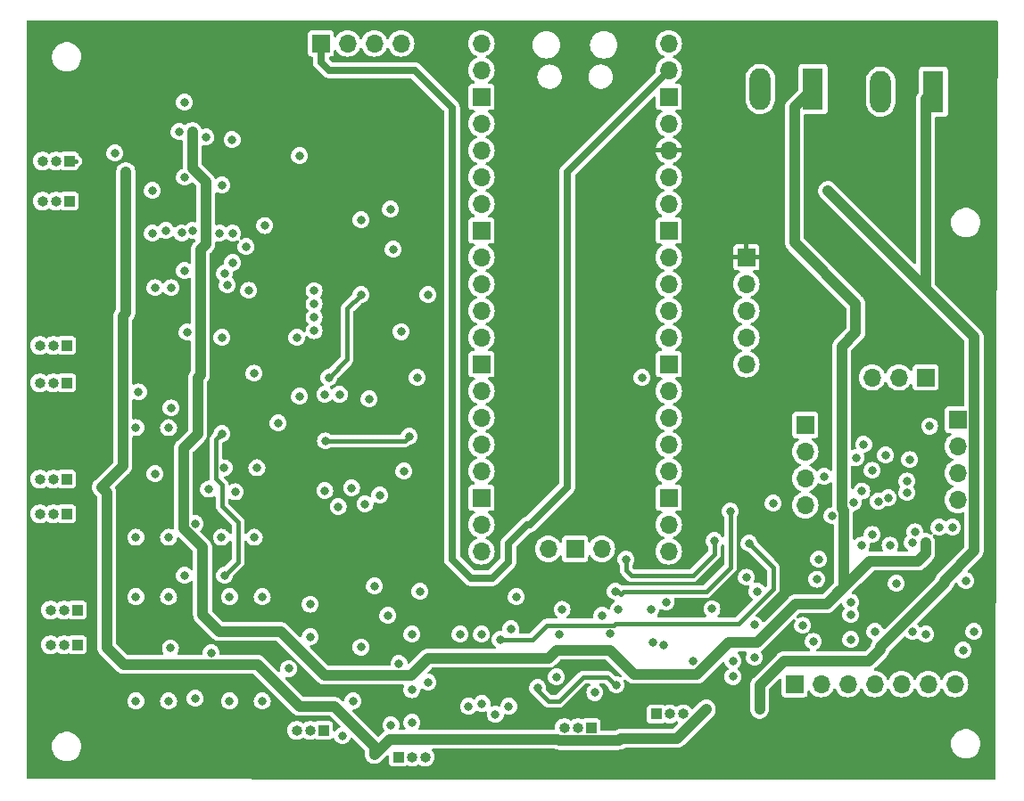
<source format=gbr>
%TF.GenerationSoftware,KiCad,Pcbnew,7.0.1*%
%TF.CreationDate,2023-04-28T17:30:44+02:00*%
%TF.ProjectId,Hexapod_Hardware,48657861-706f-4645-9f48-617264776172,rev?*%
%TF.SameCoordinates,Original*%
%TF.FileFunction,Copper,L2,Inr*%
%TF.FilePolarity,Positive*%
%FSLAX46Y46*%
G04 Gerber Fmt 4.6, Leading zero omitted, Abs format (unit mm)*
G04 Created by KiCad (PCBNEW 7.0.1) date 2023-04-28 17:30:44*
%MOMM*%
%LPD*%
G01*
G04 APERTURE LIST*
%TA.AperFunction,ComponentPad*%
%ADD10R,1.700000X1.700000*%
%TD*%
%TA.AperFunction,ComponentPad*%
%ADD11O,1.700000X1.700000*%
%TD*%
%TA.AperFunction,ComponentPad*%
%ADD12R,1.980000X3.960000*%
%TD*%
%TA.AperFunction,ComponentPad*%
%ADD13O,1.980000X3.960000*%
%TD*%
%TA.AperFunction,ComponentPad*%
%ADD14R,1.000000X1.000000*%
%TD*%
%TA.AperFunction,ComponentPad*%
%ADD15O,1.000000X1.000000*%
%TD*%
%TA.AperFunction,ViaPad*%
%ADD16C,0.800000*%
%TD*%
%TA.AperFunction,Conductor*%
%ADD17C,1.000000*%
%TD*%
%TA.AperFunction,Conductor*%
%ADD18C,0.700000*%
%TD*%
%TA.AperFunction,Conductor*%
%ADD19C,0.400000*%
%TD*%
G04 APERTURE END LIST*
D10*
%TO.N,GND*%
%TO.C,J20*%
X132588000Y-81466629D03*
D11*
%TO.N,/Gripper/Gripper_servo/SERVO_PWR_0*%
X132588000Y-84006629D03*
%TO.N,/Gripper/Gripper_servo/SERVO_PWM_0*%
X132588000Y-86546629D03*
%TO.N,/Gripper/Gripper_servo/SERVO_POTENTIOMETER_0*%
X132588000Y-89086629D03*
%TD*%
D12*
%TO.N,+8V*%
%TO.C,J18*%
X133321000Y-49530000D03*
D13*
%TO.N,GND*%
X128321000Y-49530000D03*
%TD*%
D14*
%TO.N,/MCU/SERVO_6*%
%TO.C,J9*%
X63500000Y-99060000D03*
D15*
%TO.N,/SERVO + ADC/Current Sensors/SERVO_PWR_6*%
X62230000Y-99060000D03*
%TO.N,GND*%
X60960000Y-99060000D03*
%TD*%
D10*
%TO.N,+5V*%
%TO.C,J2*%
X86614000Y-45212000D03*
D11*
%TO.N,GND*%
X89154000Y-45212000D03*
%TO.N,/MCU/RX*%
X91694000Y-45212000D03*
%TO.N,/MCU/TX*%
X94234000Y-45212000D03*
%TD*%
D14*
%TO.N,/MCU/SERVO_8*%
%TO.C,J11*%
X86873000Y-110490000D03*
D15*
%TO.N,/SERVO + ADC/Current Sensors/SERVO_PWR_8*%
X85603000Y-110490000D03*
%TO.N,GND*%
X84333000Y-110490000D03*
%TD*%
D10*
%TO.N,/Gripper/MCU_GRIPPER/SWCLK*%
%TO.C,J23*%
X144018000Y-76949629D03*
D11*
%TO.N,/Gripper/MCU_GRIPPER/SWDIO*%
X141478000Y-76949629D03*
%TO.N,/Gripper/MCU_GRIPPER/NRST*%
X138938000Y-76949629D03*
%TD*%
D14*
%TO.N,/MCU/SERVO_9*%
%TO.C,J12*%
X93980000Y-113030000D03*
D15*
%TO.N,/SERVO + ADC/Current Sensors/SERVO_PWR_9*%
X95250000Y-113030000D03*
%TO.N,GND*%
X96520000Y-113030000D03*
%TD*%
D14*
%TO.N,/MCU/SERVO_11*%
%TO.C,J14*%
X118461500Y-108933500D03*
D15*
%TO.N,/SERVO + ADC/Current Sensors/SERVO_PWR_11*%
X119731500Y-108933500D03*
%TO.N,GND*%
X121001500Y-108933500D03*
%TD*%
D14*
%TO.N,/MCU/SERVO_7*%
%TO.C,J10*%
X63500000Y-102362000D03*
D15*
%TO.N,/SERVO + ADC/Current Sensors/SERVO_PWR_7*%
X62230000Y-102362000D03*
%TO.N,GND*%
X60960000Y-102362000D03*
%TD*%
D14*
%TO.N,/MCU/SERVO_1*%
%TO.C,J4*%
X62738000Y-60198000D03*
D15*
%TO.N,/SERVO + ADC/Current Sensors/SERVO_PWR_1*%
X61468000Y-60198000D03*
%TO.N,GND*%
X60198000Y-60198000D03*
%TD*%
D14*
%TO.N,/MCU/SERVO_3*%
%TO.C,J6*%
X62489000Y-77470000D03*
D15*
%TO.N,/SERVO + ADC/Current Sensors/SERVO_PWR_3*%
X61219000Y-77470000D03*
%TO.N,GND*%
X59949000Y-77470000D03*
%TD*%
D14*
%TO.N,/MCU/SERVO_0*%
%TO.C,J3*%
X62738000Y-56388000D03*
D15*
%TO.N,/SERVO + ADC/Current Sensors/SERVO_PWR_0*%
X61468000Y-56388000D03*
%TO.N,GND*%
X60198000Y-56388000D03*
%TD*%
D14*
%TO.N,/MCU/SERVO_2*%
%TO.C,J5*%
X62484000Y-73914000D03*
D15*
%TO.N,/SERVO + ADC/Current Sensors/SERVO_PWR_2*%
X61214000Y-73914000D03*
%TO.N,GND*%
X59944000Y-73914000D03*
%TD*%
D10*
%TO.N,/Gripper/Gripper_servo/SERVO_POTENTIOMETER_GRIPPER*%
%TO.C,J22*%
X131572000Y-106094629D03*
D11*
%TO.N,/Gripper/Gripper_servo/SERVO_PWM_GRIPPER*%
X134112000Y-106094629D03*
%TO.N,/Gripper/Gripper_servo/SERVO_PWR_GRIPPER*%
X136652000Y-106094629D03*
%TO.N,/Gripper/Gripper_servo/SERVO_POTENTIOMETER_2*%
X139192000Y-106094629D03*
%TO.N,/Gripper/Gripper_servo/SERVO_PWM_2*%
X141732000Y-106094629D03*
%TO.N,/Gripper/Gripper_servo/SERVO_PWR_2*%
X144272000Y-106094629D03*
%TO.N,GND*%
X146812000Y-106094629D03*
%TD*%
D10*
%TO.N,GND*%
%TO.C,J21*%
X147066000Y-80958629D03*
D11*
%TO.N,/Gripper/Gripper_servo/SERVO_PWR_1*%
X147066000Y-83498629D03*
%TO.N,/Gripper/Gripper_servo/SERVO_PWM_1*%
X147066000Y-86038629D03*
%TO.N,/Gripper/Gripper_servo/SERVO_POTENTIOMETER_1*%
X147066000Y-88578629D03*
%TD*%
D12*
%TO.N,+6V*%
%TO.C,J19*%
X144751000Y-49784000D03*
D13*
%TO.N,GND*%
X139751000Y-49784000D03*
%TD*%
D14*
%TO.N,/MCU/SERVO_10*%
%TO.C,J13*%
X112268000Y-110236000D03*
D15*
%TO.N,/SERVO + ADC/Current Sensors/SERVO_PWR_10*%
X110998000Y-110236000D03*
%TO.N,GND*%
X109728000Y-110236000D03*
%TD*%
D14*
%TO.N,/MCU/SERVO_5*%
%TO.C,J8*%
X62484000Y-89916000D03*
D15*
%TO.N,/SERVO + ADC/Current Sensors/SERVO_PWR_5*%
X61214000Y-89916000D03*
%TO.N,GND*%
X59944000Y-89916000D03*
%TD*%
D11*
%TO.N,/MCU/TX*%
%TO.C,U1*%
X101854000Y-45212000D03*
%TO.N,/MCU/RX*%
X101854000Y-47752000D03*
D10*
%TO.N,GND*%
X101854000Y-50292000D03*
D11*
%TO.N,/Gripper/SPI_SCK*%
X101854000Y-52832000D03*
%TO.N,/Gripper/SPI_MOSI*%
X101854000Y-55372000D03*
%TO.N,/Gripper/SPI_MISO*%
X101854000Y-57912000D03*
%TO.N,/MCU/SPI_CS_0*%
X101854000Y-60452000D03*
D10*
%TO.N,GND*%
X101854000Y-62992000D03*
D11*
%TO.N,/MCU/SERVO_0*%
X101854000Y-65532000D03*
%TO.N,/MCU/SERVO_1*%
X101854000Y-68072000D03*
%TO.N,/MCU/SERVO_2*%
X101854000Y-70612000D03*
%TO.N,/MCU/SERVO_3*%
X101854000Y-73152000D03*
D10*
%TO.N,GND*%
X101854000Y-75692000D03*
D11*
%TO.N,/MCU/SERVO_4*%
X101854000Y-78232000D03*
%TO.N,/MCU/SERVO_5*%
X101854000Y-80772000D03*
%TO.N,/MCU/SERVO_6*%
X101854000Y-83312000D03*
%TO.N,/MCU/SERVO_7*%
X101854000Y-85852000D03*
D10*
%TO.N,GND*%
X101854000Y-88392000D03*
D11*
%TO.N,/MCU/SERVO_8*%
X101854000Y-90932000D03*
%TO.N,/MCU/SERVO_9*%
X101854000Y-93472000D03*
%TO.N,/MCU/SERVO_10*%
X119634000Y-93472000D03*
%TO.N,/MCU/SERVO_11*%
X119634000Y-90932000D03*
D10*
%TO.N,GND*%
X119634000Y-88392000D03*
D11*
%TO.N,/Gripper/SPI_CS_GRIPPER*%
X119634000Y-85852000D03*
%TO.N,/MCU/MPU6050_INT*%
X119634000Y-83312000D03*
%TO.N,/MCU/I2C_SDA*%
X119634000Y-80772000D03*
%TO.N,/MCU/I2C_SCL*%
X119634000Y-78232000D03*
D10*
%TO.N,GND*%
X119634000Y-75692000D03*
D11*
%TO.N,/MCU/SPI_CS_1*%
X119634000Y-73152000D03*
%TO.N,Net-(U1-RUN)*%
X119634000Y-70612000D03*
%TO.N,unconnected-(U1-GPIO26_ADC0-Pad31)*%
X119634000Y-68072000D03*
%TO.N,unconnected-(U1-GPIO27_ADC1-Pad32)*%
X119634000Y-65532000D03*
D10*
%TO.N,GND*%
X119634000Y-62992000D03*
D11*
%TO.N,/MCU/SPI_CS_2*%
X119634000Y-60452000D03*
%TO.N,unconnected-(U1-ADC_VREF-Pad35)*%
X119634000Y-57912000D03*
%TO.N,+3.3V*%
X119634000Y-55372000D03*
%TO.N,unconnected-(U1-3V3_EN-Pad37)*%
X119634000Y-52832000D03*
D10*
%TO.N,GND*%
X119634000Y-50292000D03*
D11*
%TO.N,+5V*%
X119634000Y-47752000D03*
%TO.N,USB_CONNECTED*%
X119634000Y-45212000D03*
%TO.N,unconnected-(U1-SWCLK-Pad41)*%
X108204000Y-93242000D03*
D10*
%TO.N,GND*%
X110744000Y-93242000D03*
D11*
%TO.N,unconnected-(U1-SWDIO-Pad43)*%
X113284000Y-93242000D03*
%TD*%
D14*
%TO.N,/MCU/SERVO_4*%
%TO.C,J7*%
X62484000Y-86614000D03*
D15*
%TO.N,/SERVO + ADC/Current Sensors/SERVO_PWR_4*%
X61214000Y-86614000D03*
%TO.N,GND*%
X59944000Y-86614000D03*
%TD*%
D10*
%TO.N,+3.3V*%
%TO.C,J1*%
X127000000Y-65532000D03*
D11*
%TO.N,GND*%
X127000000Y-68072000D03*
%TO.N,/MCU/I2C_SDA*%
X127000000Y-70612000D03*
%TO.N,/MCU/I2C_SCL*%
X127000000Y-73152000D03*
%TO.N,/MCU/MPU6050_INT*%
X127000000Y-75692000D03*
%TD*%
D16*
%TO.N,GND*%
X94234000Y-72606500D03*
X94029500Y-104140000D03*
X73914000Y-72644000D03*
X147828000Y-96266000D03*
X140208000Y-84328000D03*
X74676000Y-90841000D03*
X91694000Y-96774000D03*
X91186000Y-78994000D03*
X96012000Y-97282000D03*
X129540000Y-88900000D03*
X136906000Y-98298000D03*
X118110000Y-102108000D03*
X74676000Y-107442000D03*
X82550000Y-81280000D03*
X136906000Y-101854000D03*
X84582000Y-78740000D03*
X128016000Y-97282000D03*
X139192000Y-101092000D03*
X93472000Y-64770000D03*
X134366000Y-86360000D03*
X73660000Y-57912000D03*
X104648000Y-100838000D03*
X119380000Y-98298000D03*
X125730000Y-103886000D03*
X77216000Y-58674000D03*
X73660000Y-66802000D03*
X137414000Y-84582000D03*
X77470000Y-67056000D03*
X123735500Y-98946123D03*
X74422000Y-62992000D03*
X84582000Y-55880000D03*
X105150659Y-97790000D03*
X94488000Y-85852000D03*
X144018000Y-101346000D03*
%TO.N,+6V*%
X68098000Y-57404000D03*
X115062000Y-111252000D03*
X66294000Y-102616000D03*
X91694000Y-112776000D03*
X128270000Y-108484000D03*
X123190000Y-108458000D03*
X67818000Y-71120000D03*
X134722000Y-59196000D03*
X139700000Y-102792629D03*
X65786000Y-87376000D03*
%TO.N,/Gripper/MCU_GRIPPER/NRST*%
X138938000Y-85774629D03*
%TO.N,+3.3V*%
X92964000Y-80518000D03*
X106865000Y-99670000D03*
X94869000Y-75057000D03*
X133858000Y-85266629D03*
%TO.N,/Gripper/Gripper_servo/SERVO_POTENTIOMETER_GRIPPER*%
X135128000Y-90092629D03*
%TO.N,/Gripper/Gripper_servo/SERVO_POTENTIOMETER_0*%
X137154000Y-88828629D03*
%TO.N,/Gripper/Gripper_servo/SERVO_0_CURRENT*%
X133858000Y-94234000D03*
X127762000Y-103554629D03*
%TO.N,/Gripper/Gripper_servo/SERVO_POTENTIOMETER_1*%
X138938000Y-91870629D03*
%TO.N,/Gripper/Gripper_servo/SERVO_1_CURRENT*%
X140640500Y-92886629D03*
%TO.N,/Gripper/Gripper_servo/SERVO_POTENTIOMETER_2*%
X137922000Y-92886629D03*
X143002000Y-91616629D03*
%TO.N,/Gripper/Gripper_servo/SERVO_2_CURRENT*%
X148590000Y-101092000D03*
%TO.N,/Gripper/Gripper_servo/SERVO_PWM_GRIPPER*%
X142239500Y-87884000D03*
%TO.N,/Gripper/Gripper_servo/SERVO_PWM_0*%
X142240000Y-86790629D03*
%TO.N,/Gripper/Gripper_servo/SERVO_PWM_2*%
X142494000Y-84758629D03*
%TO.N,/Gripper/MCU_GRIPPER/SWDIO*%
X144399000Y-81583629D03*
%TO.N,/SERVO + ADC/ADC/CURRENT_SENSOR_0*%
X81280000Y-62510000D03*
X78232000Y-63246000D03*
%TO.N,/SERVO + ADC/ADC/CURRENT_SENSOR_1*%
X70612000Y-63246000D03*
X78232000Y-66040000D03*
%TO.N,/SERVO + ADC/ADC/SERVO_POTENTIOMETER_0*%
X85967500Y-68707000D03*
%TO.N,/SERVO + ADC/ADC/SERVO_POTENTIOMETER_1*%
X85967500Y-69977000D03*
%TO.N,/SERVO + ADC/ADC/SERVO_POTENTIOMETER_2*%
X85967500Y-71247000D03*
%TO.N,/SERVO + ADC/ADC/SERVO_POTENTIOMETER_3*%
X85967500Y-72517000D03*
%TO.N,/SERVO + ADC/ADC/CURRENT_SENSOR_2*%
X69316000Y-78326500D03*
X84328000Y-73152000D03*
%TO.N,/SERVO + ADC/ADC/CURRENT_SENSOR_3*%
X79756000Y-68674500D03*
%TO.N,/Gripper/SPI_MOSI*%
X140465267Y-88390852D03*
X99822000Y-101346000D03*
X115570000Y-94234000D03*
X90424000Y-69088000D03*
X86995000Y-78561500D03*
X123952000Y-92456000D03*
X87376000Y-76962500D03*
%TO.N,/Gripper/SPI_MISO*%
X138138500Y-83312000D03*
X101854000Y-101346000D03*
X114554000Y-97282000D03*
X88379431Y-78561500D03*
X125476000Y-89662000D03*
%TO.N,/Gripper/SPI_SCK*%
X103632000Y-101854000D03*
X139522332Y-88722332D03*
X96774000Y-69088000D03*
X127254000Y-92710000D03*
X90424000Y-61976000D03*
X95758000Y-76962000D03*
%TO.N,/SERVO + ADC/ADC/CURRENT_SENSOR_4*%
X80544000Y-85533000D03*
%TO.N,/SERVO + ADC/ADC/CURRENT_SENSOR_5*%
X92202000Y-88138000D03*
X69062000Y-92137000D03*
%TO.N,/SERVO + ADC/ADC/SERVO_POTENTIOMETER_4*%
X90805000Y-88970000D03*
%TO.N,/SERVO + ADC/ADC/SERVO_POTENTIOMETER_5*%
X89535000Y-87446000D03*
%TO.N,/SERVO + ADC/ADC/SERVO_POTENTIOMETER_6*%
X88265000Y-89224000D03*
%TO.N,/SERVO + ADC/ADC/SERVO_POTENTIOMETER_7*%
X86995000Y-87700000D03*
%TO.N,/SERVO + ADC/ADC/CURRENT_SENSOR_6*%
X81052000Y-97790000D03*
%TO.N,/SERVO + ADC/ADC/CURRENT_SENSOR_7*%
X69062000Y-107696000D03*
X72332668Y-102653500D03*
X73660000Y-95758000D03*
%TO.N,/SERVO + ADC/ADC/CURRENT_SENSOR_8*%
X85598000Y-98500000D03*
%TO.N,/SERVO + ADC/ADC/CURRENT_SENSOR_9*%
X95250000Y-109728000D03*
%TO.N,/SERVO + ADC/ADC/SERVO_POTENTIOMETER_8*%
X100642000Y-108204000D03*
%TO.N,/SERVO + ADC/ADC/SERVO_POTENTIOMETER_9*%
X101912000Y-107950000D03*
%TO.N,/SERVO + ADC/ADC/SERVO_POTENTIOMETER_10*%
X103182000Y-108966000D03*
%TO.N,/SERVO + ADC/ADC/SERVO_POTENTIOMETER_11*%
X104452000Y-108204000D03*
%TO.N,/SERVO + ADC/ADC/CURRENT_SENSOR_10*%
X109513000Y-98995000D03*
%TO.N,/SERVO + ADC/ADC/CURRENT_SENSOR_11*%
X114656500Y-106172000D03*
X107188000Y-106426000D03*
%TO.N,/Gripper/Gripper_servo/SERVO_PWR_0*%
X121977332Y-103943332D03*
%TO.N,/Gripper/Gripper_servo/SERVO_PWR_1*%
X145288000Y-91186000D03*
%TO.N,/Gripper/Gripper_servo/SERVO_PWR_GRIPPER*%
X132334000Y-100506629D03*
%TO.N,/Gripper/Gripper_servo/SERVO_PWR_2*%
X142748000Y-101092000D03*
%TO.N,/SERVO + ADC/Current Sensors/V_BAT_REF*%
X77470000Y-95758000D03*
X96774000Y-105918000D03*
X70612000Y-59182000D03*
X73406000Y-63208500D03*
X77216000Y-82296000D03*
X109220000Y-101346000D03*
%TO.N,/Gripper/SPI_CS_GRIPPER*%
X137954110Y-87744368D03*
%TO.N,Net-(U3D--)*%
X71882000Y-62992000D03*
%TO.N,Net-(U2B--)*%
X72390000Y-79850500D03*
%TO.N,Net-(U2C--)*%
X72390000Y-68420500D03*
%TO.N,Net-(U2D--)*%
X77724000Y-68166500D03*
%TO.N,Net-(U3C--)*%
X76962000Y-63246000D03*
%TO.N,Net-(U4A--)*%
X72162000Y-81723000D03*
%TO.N,Net-(U4B--)*%
X77444000Y-85533000D03*
%TO.N,Net-(U4C--)*%
X77190000Y-92137000D03*
%TO.N,Net-(U4D--)*%
X72162000Y-92137000D03*
%TO.N,/SERVO + ADC/Current Sensors/SERVO_PWR_0*%
X73152000Y-53594000D03*
%TO.N,/MCU/SERVO_1*%
X79502000Y-64516000D03*
%TO.N,/SERVO + ADC/Current Sensors/SERVO_PWR_1*%
X67056000Y-55626000D03*
X75692000Y-54102000D03*
%TO.N,/SERVO + ADC/Current Sensors/SERVO_PWR_2*%
X77216000Y-73152000D03*
%TO.N,/SERVO + ADC/Current Sensors/SERVO_PWR_5*%
X75946000Y-87565000D03*
%TO.N,/SERVO + ADC/Current Sensors/SERVO_PWR_7*%
X76200000Y-103124000D03*
%TO.N,/SERVO + ADC/Current Sensors/SERVO_PWR_8*%
X88646000Y-110998000D03*
%TO.N,/SERVO + ADC/Current Sensors/SERVO_PWR_9*%
X93269000Y-109982000D03*
X90424000Y-102590000D03*
%TO.N,/SERVO + ADC/Current Sensors/SERVO_PWR_11*%
X114111000Y-101281000D03*
%TO.N,Net-(U5A--)*%
X72162000Y-97790000D03*
%TO.N,Net-(U5B--)*%
X77952000Y-97790000D03*
%TO.N,Net-(U5C--)*%
X77952000Y-107696000D03*
%TO.N,Net-(U5D--)*%
X72162000Y-107696000D03*
%TO.N,Net-(U7C--)*%
X117947000Y-98995000D03*
%TO.N,Net-(U7D--)*%
X119126000Y-102362000D03*
%TO.N,Net-(U6A--)*%
X83566000Y-104622000D03*
%TO.N,Net-(U6B--)*%
X85598000Y-101600000D03*
%TO.N,Net-(U6C--)*%
X95250000Y-101346000D03*
%TO.N,Net-(U6D--)*%
X95250000Y-106628000D03*
%TO.N,Net-(U7A--)*%
X108966000Y-105410000D03*
%TO.N,Net-(U7B--)*%
X113284000Y-99568000D03*
%TO.N,/Gripper/Gripper_servo/V_BAT_REF*%
X142748000Y-92632629D03*
X125730000Y-105384000D03*
X136906000Y-99490629D03*
%TO.N,Net-(U10A--)*%
X133350000Y-102030629D03*
%TO.N,Net-(U10B--)*%
X133691961Y-96125961D03*
%TO.N,Net-(U10C--)*%
X127000000Y-95934629D03*
%TO.N,Net-(U10D--)*%
X127762000Y-100454629D03*
%TO.N,Net-(U11A--)*%
X146558000Y-91186000D03*
%TO.N,Net-(U11B--)*%
X141224000Y-96520000D03*
%TO.N,Net-(U11D--)*%
X147574000Y-102870000D03*
%TO.N,+8V*%
X131882282Y-98449493D03*
X144018000Y-92632629D03*
X74930000Y-76962000D03*
X75389092Y-96060909D03*
X108966000Y-102870000D03*
X85852000Y-104140000D03*
X74930000Y-82296000D03*
X74422000Y-53594000D03*
%TO.N,/MCU/SPI_CS_0*%
X93218000Y-60960000D03*
%TO.N,/MCU/SPI_CS_1*%
X94996000Y-82550000D03*
X87052332Y-82988332D03*
%TO.N,/MCU/SPI_CS_2*%
X117094000Y-76962000D03*
%TO.N,Net-(R54-Pad2)*%
X78194500Y-54356000D03*
%TO.N,Net-(R55-Pad2)*%
X80264000Y-76548500D03*
%TO.N,Net-(R56-Pad2)*%
X70866000Y-68420500D03*
%TO.N,Net-(R53-Pad2)*%
X73660000Y-50800000D03*
%TO.N,Net-(R19-Pad1)*%
X70866000Y-86106000D03*
X69062000Y-81723000D03*
%TO.N,Net-(R20-Pad1)*%
X78486000Y-87819000D03*
X80290000Y-92137000D03*
%TO.N,Net-(R21-Pad1)*%
X69062000Y-97790000D03*
%TO.N,Net-(R22-Pad1)*%
X81052000Y-107696000D03*
%TO.N,Net-(R31-Pad1)*%
X114847000Y-98995000D03*
%TO.N,Net-(R32-Pad1)*%
X89662000Y-107696000D03*
%TO.N,Net-(R33-Pad1)*%
X92964000Y-99568000D03*
%TO.N,Net-(R34-Pad1)*%
X112619500Y-106901500D03*
%TD*%
D17*
%TO.N,+6V*%
X144018000Y-50517000D02*
X144751000Y-49784000D01*
X144018000Y-68492000D02*
X144018000Y-50517000D01*
X144062000Y-68536000D02*
X144018000Y-68492000D01*
X148616000Y-73090000D02*
X134722000Y-59196000D01*
X145796000Y-96266000D02*
X148616000Y-93446000D01*
X145796000Y-96488365D02*
X145796000Y-96266000D01*
X139700000Y-102792629D02*
X139700000Y-102584365D01*
X139700000Y-102584365D02*
X145796000Y-96488365D01*
X148616000Y-93446000D02*
X148616000Y-73090000D01*
X67902000Y-104224000D02*
X80602000Y-104224000D01*
X91694000Y-112776000D02*
X93148000Y-111322000D01*
X68098000Y-57404000D02*
X68098000Y-70840000D01*
X66294000Y-102616000D02*
X66294000Y-87884000D01*
X130556000Y-103886000D02*
X128270000Y-106172000D01*
X66294000Y-87884000D02*
X65786000Y-87376000D01*
X138606629Y-103886000D02*
X130556000Y-103886000D01*
X66294000Y-102616000D02*
X67902000Y-104224000D01*
X109116943Y-111322000D02*
X109230943Y-111436000D01*
X120396000Y-111252000D02*
X123190000Y-108458000D01*
X91694000Y-112014000D02*
X91694000Y-112776000D01*
X109230943Y-111436000D02*
X114878000Y-111436000D01*
X68098000Y-70840000D02*
X67818000Y-71120000D01*
X115062000Y-111252000D02*
X120396000Y-111252000D01*
X139700000Y-102792629D02*
X138606629Y-103886000D01*
X67818000Y-71120000D02*
X67818000Y-85344000D01*
X67818000Y-85344000D02*
X65786000Y-87376000D01*
X87884000Y-108204000D02*
X91694000Y-112014000D01*
X128270000Y-106172000D02*
X128270000Y-108484000D01*
X93148000Y-111322000D02*
X109116943Y-111322000D01*
X114878000Y-111436000D02*
X115062000Y-111252000D01*
X80602000Y-104224000D02*
X84582000Y-108204000D01*
X84582000Y-108204000D02*
X87884000Y-108204000D01*
D18*
%TO.N,+5V*%
X99060000Y-51308000D02*
X99060000Y-94234000D01*
X102870000Y-96012000D02*
X104394000Y-94488000D01*
X86614000Y-46990000D02*
X87376000Y-47752000D01*
X95504000Y-47752000D02*
X99060000Y-51308000D01*
X106172000Y-90932000D02*
X106426000Y-90932000D01*
X99060000Y-94234000D02*
X100838000Y-96012000D01*
X87376000Y-47752000D02*
X95504000Y-47752000D01*
X106426000Y-90932000D02*
X109982000Y-87376000D01*
X109982000Y-57404000D02*
X119634000Y-47752000D01*
X109982000Y-87376000D02*
X109982000Y-57404000D01*
X86614000Y-45212000D02*
X86614000Y-46990000D01*
X104394000Y-94488000D02*
X104394000Y-92710000D01*
X100838000Y-96012000D02*
X102870000Y-96012000D01*
X104394000Y-92710000D02*
X106172000Y-90932000D01*
D19*
%TO.N,/Gripper/SPI_MOSI*%
X89096668Y-70415332D02*
X90424000Y-69088000D01*
X87376000Y-76962500D02*
X89096668Y-75241832D01*
X123952000Y-93726000D02*
X123952000Y-92456000D01*
X115570000Y-95250000D02*
X116078000Y-95758000D01*
X89096668Y-75241832D02*
X89096668Y-70415332D01*
X116078000Y-95758000D02*
X121920000Y-95758000D01*
X121920000Y-95758000D02*
X123952000Y-93726000D01*
X115570000Y-94234000D02*
X115570000Y-95250000D01*
%TO.N,/Gripper/SPI_MISO*%
X115316000Y-97282000D02*
X115062000Y-97536000D01*
X114808000Y-97282000D02*
X114554000Y-97282000D01*
X125476000Y-89662000D02*
X125476000Y-94996000D01*
X115062000Y-97536000D02*
X114808000Y-97282000D01*
X123190000Y-97282000D02*
X115316000Y-97282000D01*
X125476000Y-94996000D02*
X123190000Y-97282000D01*
%TO.N,/Gripper/SPI_SCK*%
X103632000Y-101854000D02*
X106680000Y-101854000D01*
X114442371Y-100481000D02*
X114593371Y-100330000D01*
X114593371Y-100330000D02*
X126238000Y-100330000D01*
X129540000Y-97028000D02*
X129540000Y-94996000D01*
X129540000Y-94996000D02*
X127254000Y-92710000D01*
X106680000Y-101854000D02*
X108053000Y-100481000D01*
X108053000Y-100481000D02*
X114442371Y-100481000D01*
X126238000Y-100330000D02*
X129540000Y-97028000D01*
%TO.N,/SERVO + ADC/ADC/CURRENT_SENSOR_11*%
X111506000Y-105410000D02*
X109220000Y-107696000D01*
X108204000Y-107696000D02*
X107188000Y-106680000D01*
X109220000Y-107696000D02*
X108204000Y-107696000D01*
X107188000Y-106680000D02*
X107188000Y-106426000D01*
X114656500Y-106172000D02*
X114554000Y-106172000D01*
X114554000Y-106172000D02*
X113792000Y-105410000D01*
X113792000Y-105410000D02*
X111506000Y-105410000D01*
%TO.N,/SERVO + ADC/Current Sensors/V_BAT_REF*%
X76644000Y-82868000D02*
X77216000Y-82296000D01*
X77470000Y-95758000D02*
X78740000Y-94488000D01*
X78740000Y-94488000D02*
X78740000Y-90678000D01*
X78740000Y-90678000D02*
X77216000Y-89154000D01*
X77216000Y-87122000D02*
X76644000Y-86550000D01*
X77216000Y-89154000D02*
X77216000Y-87122000D01*
X76644000Y-86550000D02*
X76644000Y-82868000D01*
%TO.N,/MCU/SERVO_0*%
X63328000Y-56388000D02*
X62738000Y-56388000D01*
D17*
%TO.N,+8V*%
X75692000Y-64262000D02*
X75692000Y-58388365D01*
X85852000Y-104140000D02*
X86952000Y-105240000D01*
X136228000Y-96866630D02*
X135597314Y-97497314D01*
X86952000Y-105240000D02*
X95166000Y-105240000D01*
X131674507Y-98449493D02*
X131882282Y-98449493D01*
X74422000Y-57118365D02*
X74422000Y-53594000D01*
X96774000Y-103632000D02*
X108204000Y-103632000D01*
X108204000Y-103632000D02*
X108966000Y-102870000D01*
X137388000Y-72670000D02*
X136054000Y-74004000D01*
X108966000Y-102870000D02*
X114046000Y-102870000D01*
X123077332Y-104398967D02*
X123077332Y-104379668D01*
X85852000Y-104140000D02*
X82804000Y-101092000D01*
X74930000Y-76962000D02*
X74930000Y-82296000D01*
X144018000Y-93648629D02*
X144018000Y-92632629D01*
X131882282Y-98449493D02*
X134645136Y-98449493D01*
X131572000Y-64147000D02*
X137388000Y-69963000D01*
X75692000Y-58388365D02*
X74422000Y-57118365D01*
X116332000Y-105156000D02*
X122320299Y-105156000D01*
X137388000Y-69963000D02*
X137388000Y-72670000D01*
X138684000Y-94410629D02*
X143256000Y-94410629D01*
X75389092Y-93109727D02*
X73576000Y-91296635D01*
X75184000Y-76708000D02*
X75184000Y-64770000D01*
X73576000Y-91296635D02*
X73576000Y-83650000D01*
X114046000Y-102870000D02*
X116332000Y-105156000D01*
X143256000Y-94410629D02*
X144018000Y-93648629D01*
X136054000Y-89462994D02*
X136228000Y-89636994D01*
X75184000Y-64770000D02*
X75692000Y-64262000D01*
X74930000Y-76962000D02*
X75184000Y-76708000D01*
X133321000Y-49530000D02*
X131572000Y-51279000D01*
X136054000Y-74004000D02*
X136054000Y-89462994D01*
X136228000Y-89636994D02*
X136228000Y-96866630D01*
X125349000Y-102108000D02*
X128016000Y-102108000D01*
X128016000Y-102108000D02*
X131674507Y-98449493D01*
X76962000Y-101092000D02*
X75389092Y-99519092D01*
X82804000Y-101092000D02*
X76962000Y-101092000D01*
X75389092Y-96060909D02*
X75389092Y-93109727D01*
X123077332Y-104379668D02*
X125349000Y-102108000D01*
X122320299Y-105156000D02*
X123077332Y-104398967D01*
X75389092Y-99519092D02*
X75389092Y-96060909D01*
X131572000Y-51279000D02*
X131572000Y-64147000D01*
X134645136Y-98449493D02*
X138684000Y-94410629D01*
X73576000Y-83650000D02*
X74930000Y-82296000D01*
X95166000Y-105240000D02*
X96774000Y-103632000D01*
D19*
%TO.N,/MCU/SPI_CS_1*%
X94557668Y-82988332D02*
X94996000Y-82550000D01*
X87052332Y-82988332D02*
X94557668Y-82988332D01*
%TD*%
%TA.AperFunction,Conductor*%
%TO.N,+3.3V*%
G36*
X150813320Y-43070178D02*
G01*
X150858724Y-43115726D01*
X150875206Y-43177891D01*
X150841336Y-53919102D01*
X150653833Y-113382577D01*
X150648528Y-115064893D01*
X150631787Y-115126726D01*
X150586417Y-115171952D01*
X150524530Y-115188500D01*
X104081443Y-115188500D01*
X101500703Y-115181392D01*
X58798158Y-115063787D01*
X58736303Y-115047061D01*
X58691056Y-115001689D01*
X58674500Y-114939788D01*
X58674500Y-112014000D01*
X61078699Y-112014000D01*
X61097865Y-112245299D01*
X61097865Y-112245301D01*
X61097866Y-112245305D01*
X61143647Y-112426088D01*
X61154844Y-112470303D01*
X61220328Y-112619591D01*
X61248076Y-112682849D01*
X61375021Y-112877153D01*
X61429626Y-112936470D01*
X61531317Y-113046937D01*
X61532216Y-113047913D01*
X61715374Y-113190470D01*
X61919497Y-113300936D01*
X62029258Y-113338617D01*
X62139015Y-113376297D01*
X62139017Y-113376297D01*
X62139019Y-113376298D01*
X62367951Y-113414500D01*
X62600048Y-113414500D01*
X62600049Y-113414500D01*
X62828981Y-113376298D01*
X63048503Y-113300936D01*
X63252626Y-113190470D01*
X63435784Y-113047913D01*
X63592979Y-112877153D01*
X63719924Y-112682849D01*
X63813157Y-112470300D01*
X63870134Y-112245305D01*
X63889300Y-112014000D01*
X63887419Y-111991305D01*
X63876363Y-111857871D01*
X63870134Y-111782695D01*
X63813157Y-111557700D01*
X63719924Y-111345151D01*
X63592979Y-111150847D01*
X63435784Y-110980087D01*
X63252626Y-110837530D01*
X63048503Y-110727064D01*
X63048499Y-110727062D01*
X63048498Y-110727062D01*
X62828984Y-110651702D01*
X62657282Y-110623050D01*
X62600049Y-110613500D01*
X62367951Y-110613500D01*
X62322164Y-110621140D01*
X62139015Y-110651702D01*
X61919501Y-110727062D01*
X61919497Y-110727063D01*
X61919497Y-110727064D01*
X61783415Y-110800707D01*
X61715372Y-110837531D01*
X61532215Y-110980087D01*
X61375020Y-111150848D01*
X61248076Y-111345150D01*
X61154844Y-111557696D01*
X61097865Y-111782700D01*
X61078699Y-112014000D01*
X58674500Y-112014000D01*
X58674500Y-107696000D01*
X68256434Y-107696000D01*
X68276631Y-107875251D01*
X68276631Y-107875253D01*
X68276632Y-107875255D01*
X68336211Y-108045522D01*
X68387513Y-108127168D01*
X68432185Y-108198264D01*
X68559735Y-108325814D01*
X68559737Y-108325815D01*
X68559738Y-108325816D01*
X68712478Y-108421789D01*
X68882745Y-108481368D01*
X69062000Y-108501565D01*
X69241255Y-108481368D01*
X69411522Y-108421789D01*
X69564262Y-108325816D01*
X69691816Y-108198262D01*
X69787789Y-108045522D01*
X69847368Y-107875255D01*
X69867565Y-107696000D01*
X71356434Y-107696000D01*
X71376631Y-107875251D01*
X71376631Y-107875253D01*
X71376632Y-107875255D01*
X71436211Y-108045522D01*
X71487513Y-108127168D01*
X71532185Y-108198264D01*
X71659735Y-108325814D01*
X71659737Y-108325815D01*
X71659738Y-108325816D01*
X71812478Y-108421789D01*
X71982745Y-108481368D01*
X72162000Y-108501565D01*
X72341255Y-108481368D01*
X72511522Y-108421789D01*
X72664262Y-108325816D01*
X72791816Y-108198262D01*
X72887789Y-108045522D01*
X72947368Y-107875255D01*
X72967565Y-107696000D01*
X72947368Y-107516745D01*
X72921214Y-107442000D01*
X73870434Y-107442000D01*
X73890631Y-107621251D01*
X73890631Y-107621253D01*
X73890632Y-107621255D01*
X73950211Y-107791522D01*
X73950212Y-107791523D01*
X74046185Y-107944264D01*
X74173735Y-108071814D01*
X74173737Y-108071815D01*
X74173738Y-108071816D01*
X74326478Y-108167789D01*
X74496745Y-108227368D01*
X74676000Y-108247565D01*
X74855255Y-108227368D01*
X75025522Y-108167789D01*
X75178262Y-108071816D01*
X75305816Y-107944262D01*
X75401789Y-107791522D01*
X75435214Y-107696000D01*
X77146434Y-107696000D01*
X77166631Y-107875251D01*
X77166631Y-107875253D01*
X77166632Y-107875255D01*
X77226211Y-108045522D01*
X77277513Y-108127168D01*
X77322185Y-108198264D01*
X77449735Y-108325814D01*
X77449737Y-108325815D01*
X77449738Y-108325816D01*
X77602478Y-108421789D01*
X77772745Y-108481368D01*
X77952000Y-108501565D01*
X78131255Y-108481368D01*
X78301522Y-108421789D01*
X78454262Y-108325816D01*
X78581816Y-108198262D01*
X78677789Y-108045522D01*
X78737368Y-107875255D01*
X78757565Y-107696000D01*
X80246434Y-107696000D01*
X80266631Y-107875251D01*
X80266631Y-107875253D01*
X80266632Y-107875255D01*
X80326211Y-108045522D01*
X80377513Y-108127168D01*
X80422185Y-108198264D01*
X80549735Y-108325814D01*
X80549737Y-108325815D01*
X80549738Y-108325816D01*
X80702478Y-108421789D01*
X80872745Y-108481368D01*
X81052000Y-108501565D01*
X81231255Y-108481368D01*
X81401522Y-108421789D01*
X81554262Y-108325816D01*
X81681816Y-108198262D01*
X81777789Y-108045522D01*
X81837368Y-107875255D01*
X81857565Y-107696000D01*
X81837368Y-107516745D01*
X81777789Y-107346478D01*
X81681816Y-107193738D01*
X81681815Y-107193737D01*
X81681814Y-107193735D01*
X81554264Y-107066185D01*
X81491867Y-107026979D01*
X81401522Y-106970211D01*
X81231255Y-106910632D01*
X81231253Y-106910631D01*
X81231251Y-106910631D01*
X81052000Y-106890434D01*
X80872748Y-106910631D01*
X80872745Y-106910631D01*
X80872745Y-106910632D01*
X80702478Y-106970211D01*
X80702476Y-106970211D01*
X80702476Y-106970212D01*
X80549735Y-107066185D01*
X80422185Y-107193735D01*
X80326212Y-107346476D01*
X80326211Y-107346478D01*
X80266632Y-107516745D01*
X80266631Y-107516748D01*
X80246434Y-107696000D01*
X78757565Y-107696000D01*
X78737368Y-107516745D01*
X78677789Y-107346478D01*
X78581816Y-107193738D01*
X78581815Y-107193737D01*
X78581814Y-107193735D01*
X78454264Y-107066185D01*
X78391867Y-107026979D01*
X78301522Y-106970211D01*
X78131255Y-106910632D01*
X78131253Y-106910631D01*
X78131251Y-106910631D01*
X77952000Y-106890434D01*
X77772748Y-106910631D01*
X77772745Y-106910631D01*
X77772745Y-106910632D01*
X77602478Y-106970211D01*
X77602476Y-106970211D01*
X77602476Y-106970212D01*
X77449735Y-107066185D01*
X77322185Y-107193735D01*
X77226212Y-107346476D01*
X77226211Y-107346478D01*
X77166632Y-107516745D01*
X77166631Y-107516748D01*
X77146434Y-107696000D01*
X75435214Y-107696000D01*
X75461368Y-107621255D01*
X75481565Y-107442000D01*
X75461368Y-107262745D01*
X75401789Y-107092478D01*
X75305816Y-106939738D01*
X75305815Y-106939737D01*
X75305814Y-106939735D01*
X75178264Y-106812185D01*
X75087837Y-106755366D01*
X75025522Y-106716211D01*
X74855255Y-106656632D01*
X74855253Y-106656631D01*
X74855251Y-106656631D01*
X74676000Y-106636434D01*
X74496748Y-106656631D01*
X74496745Y-106656631D01*
X74496745Y-106656632D01*
X74326478Y-106716211D01*
X74326476Y-106716211D01*
X74326476Y-106716212D01*
X74173735Y-106812185D01*
X74046185Y-106939735D01*
X73957577Y-107080755D01*
X73950211Y-107092478D01*
X73924964Y-107164631D01*
X73890631Y-107262748D01*
X73870434Y-107442000D01*
X72921214Y-107442000D01*
X72887789Y-107346478D01*
X72791816Y-107193738D01*
X72791815Y-107193737D01*
X72791814Y-107193735D01*
X72664264Y-107066185D01*
X72601867Y-107026979D01*
X72511522Y-106970211D01*
X72341255Y-106910632D01*
X72341253Y-106910631D01*
X72341251Y-106910631D01*
X72162000Y-106890434D01*
X71982748Y-106910631D01*
X71982745Y-106910631D01*
X71982745Y-106910632D01*
X71812478Y-106970211D01*
X71812476Y-106970211D01*
X71812476Y-106970212D01*
X71659735Y-107066185D01*
X71532185Y-107193735D01*
X71436212Y-107346476D01*
X71436211Y-107346478D01*
X71376632Y-107516745D01*
X71376631Y-107516748D01*
X71356434Y-107696000D01*
X69867565Y-107696000D01*
X69847368Y-107516745D01*
X69787789Y-107346478D01*
X69691816Y-107193738D01*
X69691815Y-107193737D01*
X69691814Y-107193735D01*
X69564264Y-107066185D01*
X69501867Y-107026979D01*
X69411522Y-106970211D01*
X69241255Y-106910632D01*
X69241253Y-106910631D01*
X69241251Y-106910631D01*
X69062000Y-106890434D01*
X68882748Y-106910631D01*
X68882745Y-106910631D01*
X68882745Y-106910632D01*
X68712478Y-106970211D01*
X68712476Y-106970211D01*
X68712476Y-106970212D01*
X68559735Y-107066185D01*
X68432185Y-107193735D01*
X68336212Y-107346476D01*
X68336211Y-107346478D01*
X68276632Y-107516745D01*
X68276631Y-107516748D01*
X68256434Y-107696000D01*
X58674500Y-107696000D01*
X58674500Y-102362000D01*
X60054540Y-102362000D01*
X60061053Y-102423964D01*
X60074326Y-102550257D01*
X60132820Y-102730284D01*
X60227466Y-102894216D01*
X60354129Y-103034889D01*
X60507269Y-103146151D01*
X60680197Y-103223144D01*
X60865352Y-103262500D01*
X60865354Y-103262500D01*
X61054646Y-103262500D01*
X61054648Y-103262500D01*
X61195438Y-103232574D01*
X61239803Y-103223144D01*
X61412730Y-103146151D01*
X61439614Y-103126619D01*
X61522115Y-103066679D01*
X61569219Y-103045707D01*
X61620781Y-103045707D01*
X61667885Y-103066679D01*
X61777269Y-103146151D01*
X61950197Y-103223144D01*
X62135352Y-103262500D01*
X62135354Y-103262500D01*
X62324646Y-103262500D01*
X62324648Y-103262500D01*
X62509800Y-103223145D01*
X62509801Y-103223144D01*
X62509803Y-103223144D01*
X62629115Y-103170022D01*
X62677385Y-103159321D01*
X62726003Y-103168333D01*
X62749295Y-103183751D01*
X62788165Y-103203556D01*
X62874696Y-103247646D01*
X62968481Y-103262500D01*
X64031518Y-103262499D01*
X64125304Y-103247646D01*
X64238342Y-103190050D01*
X64328050Y-103100342D01*
X64385646Y-102987304D01*
X64400500Y-102893519D01*
X64400499Y-101830482D01*
X64385646Y-101736696D01*
X64345202Y-101657320D01*
X64328050Y-101623657D01*
X64238343Y-101533950D01*
X64125302Y-101476353D01*
X64031521Y-101461500D01*
X62968485Y-101461500D01*
X62874695Y-101476354D01*
X62749291Y-101540251D01*
X62725990Y-101555671D01*
X62677379Y-101564677D01*
X62629113Y-101553976D01*
X62509800Y-101500854D01*
X62324648Y-101461500D01*
X62324646Y-101461500D01*
X62135354Y-101461500D01*
X62135352Y-101461500D01*
X61950197Y-101500855D01*
X61777269Y-101577848D01*
X61667885Y-101657320D01*
X61620781Y-101678292D01*
X61569219Y-101678292D01*
X61522115Y-101657320D01*
X61412730Y-101577848D01*
X61239802Y-101500855D01*
X61054648Y-101461500D01*
X61054646Y-101461500D01*
X60865354Y-101461500D01*
X60865352Y-101461500D01*
X60680197Y-101500855D01*
X60507269Y-101577848D01*
X60354129Y-101689110D01*
X60227466Y-101829783D01*
X60132820Y-101993715D01*
X60074326Y-102173742D01*
X60054540Y-102361999D01*
X60054540Y-102362000D01*
X58674500Y-102362000D01*
X58674500Y-99060000D01*
X60054540Y-99060000D01*
X60074326Y-99248257D01*
X60132820Y-99428284D01*
X60227466Y-99592216D01*
X60354129Y-99732889D01*
X60507269Y-99844151D01*
X60680197Y-99921144D01*
X60865352Y-99960500D01*
X60865354Y-99960500D01*
X61054646Y-99960500D01*
X61054648Y-99960500D01*
X61178084Y-99934262D01*
X61239803Y-99921144D01*
X61412730Y-99844151D01*
X61449861Y-99817174D01*
X61522115Y-99764679D01*
X61569219Y-99743707D01*
X61620781Y-99743707D01*
X61667885Y-99764679D01*
X61777269Y-99844151D01*
X61950197Y-99921144D01*
X62135352Y-99960500D01*
X62135354Y-99960500D01*
X62324646Y-99960500D01*
X62324648Y-99960500D01*
X62509800Y-99921145D01*
X62509801Y-99921144D01*
X62509803Y-99921144D01*
X62629115Y-99868022D01*
X62677385Y-99857321D01*
X62726003Y-99866333D01*
X62749295Y-99881751D01*
X62761658Y-99888050D01*
X62874696Y-99945646D01*
X62968481Y-99960500D01*
X64031518Y-99960499D01*
X64125304Y-99945646D01*
X64238342Y-99888050D01*
X64328050Y-99798342D01*
X64385646Y-99685304D01*
X64400500Y-99591519D01*
X64400499Y-98528482D01*
X64385646Y-98434696D01*
X64341477Y-98348010D01*
X64328050Y-98321657D01*
X64238343Y-98231950D01*
X64125302Y-98174353D01*
X64031521Y-98159500D01*
X62968485Y-98159500D01*
X62874695Y-98174354D01*
X62749291Y-98238251D01*
X62725990Y-98253671D01*
X62677379Y-98262677D01*
X62629113Y-98251976D01*
X62509800Y-98198854D01*
X62324648Y-98159500D01*
X62324646Y-98159500D01*
X62135354Y-98159500D01*
X62135352Y-98159500D01*
X61950197Y-98198855D01*
X61777269Y-98275848D01*
X61667885Y-98355321D01*
X61620781Y-98376293D01*
X61569219Y-98376293D01*
X61522115Y-98355321D01*
X61412730Y-98275848D01*
X61239802Y-98198855D01*
X61054648Y-98159500D01*
X61054646Y-98159500D01*
X60865354Y-98159500D01*
X60865352Y-98159500D01*
X60680197Y-98198855D01*
X60507269Y-98275848D01*
X60354129Y-98387110D01*
X60227466Y-98527783D01*
X60132820Y-98691715D01*
X60074326Y-98871742D01*
X60054540Y-99060000D01*
X58674500Y-99060000D01*
X58674500Y-89915999D01*
X59038540Y-89915999D01*
X59058326Y-90104257D01*
X59116820Y-90284284D01*
X59211466Y-90448216D01*
X59338129Y-90588889D01*
X59491269Y-90700151D01*
X59664197Y-90777144D01*
X59849352Y-90816500D01*
X59849354Y-90816500D01*
X60038646Y-90816500D01*
X60038648Y-90816500D01*
X60162084Y-90790262D01*
X60223803Y-90777144D01*
X60293193Y-90746248D01*
X60396727Y-90700153D01*
X60417019Y-90685410D01*
X60506118Y-90620676D01*
X60553219Y-90599706D01*
X60604781Y-90599706D01*
X60651881Y-90620676D01*
X60708413Y-90661748D01*
X60761272Y-90700153D01*
X60934197Y-90777144D01*
X61119352Y-90816500D01*
X61119354Y-90816500D01*
X61308646Y-90816500D01*
X61308648Y-90816500D01*
X61493800Y-90777145D01*
X61493801Y-90777144D01*
X61493803Y-90777144D01*
X61613115Y-90724022D01*
X61661385Y-90713321D01*
X61710003Y-90722333D01*
X61733295Y-90737751D01*
X61745658Y-90744050D01*
X61858696Y-90801646D01*
X61952481Y-90816500D01*
X63015518Y-90816499D01*
X63109304Y-90801646D01*
X63222342Y-90744050D01*
X63312050Y-90654342D01*
X63369646Y-90541304D01*
X63384500Y-90447519D01*
X63384499Y-89384482D01*
X63369646Y-89290696D01*
X63326626Y-89206265D01*
X63312050Y-89177657D01*
X63222343Y-89087950D01*
X63109302Y-89030353D01*
X63015521Y-89015500D01*
X61952485Y-89015500D01*
X61858695Y-89030354D01*
X61733291Y-89094251D01*
X61709990Y-89109671D01*
X61661379Y-89118677D01*
X61613113Y-89107976D01*
X61493800Y-89054854D01*
X61308648Y-89015500D01*
X61308646Y-89015500D01*
X61119354Y-89015500D01*
X61119352Y-89015500D01*
X60934197Y-89054855D01*
X60761269Y-89131848D01*
X60651885Y-89211321D01*
X60604781Y-89232293D01*
X60553219Y-89232293D01*
X60506115Y-89211321D01*
X60396730Y-89131848D01*
X60223802Y-89054855D01*
X60038648Y-89015500D01*
X60038646Y-89015500D01*
X59849354Y-89015500D01*
X59849352Y-89015500D01*
X59664197Y-89054855D01*
X59491269Y-89131848D01*
X59338129Y-89243110D01*
X59211466Y-89383783D01*
X59116820Y-89547715D01*
X59058326Y-89727742D01*
X59038540Y-89915999D01*
X58674500Y-89915999D01*
X58674500Y-86614000D01*
X59038540Y-86614000D01*
X59048289Y-86706762D01*
X59058326Y-86802257D01*
X59116820Y-86982284D01*
X59211466Y-87146216D01*
X59338129Y-87286889D01*
X59491269Y-87398151D01*
X59664197Y-87475144D01*
X59849352Y-87514500D01*
X59849354Y-87514500D01*
X60038646Y-87514500D01*
X60038648Y-87514500D01*
X60162083Y-87488262D01*
X60223803Y-87475144D01*
X60293193Y-87444248D01*
X60396727Y-87398153D01*
X60401279Y-87394846D01*
X60506116Y-87318677D01*
X60553217Y-87297707D01*
X60604780Y-87297707D01*
X60651884Y-87318679D01*
X60761269Y-87398151D01*
X60934197Y-87475144D01*
X61119352Y-87514500D01*
X61119354Y-87514500D01*
X61308646Y-87514500D01*
X61308648Y-87514500D01*
X61493800Y-87475145D01*
X61493801Y-87475144D01*
X61493803Y-87475144D01*
X61613115Y-87422022D01*
X61661385Y-87411321D01*
X61710003Y-87420333D01*
X61733295Y-87435751D01*
X61766503Y-87452671D01*
X61858696Y-87499646D01*
X61952481Y-87514500D01*
X63015518Y-87514499D01*
X63109304Y-87499646D01*
X63222342Y-87442050D01*
X63241006Y-87423386D01*
X64881780Y-87423386D01*
X64888186Y-87463829D01*
X64889542Y-87476733D01*
X64891686Y-87517645D01*
X64902290Y-87557218D01*
X64904988Y-87569914D01*
X64911391Y-87610346D01*
X64926065Y-87648572D01*
X64930075Y-87660913D01*
X64940680Y-87700489D01*
X64959272Y-87736978D01*
X64964550Y-87748833D01*
X64979228Y-87787070D01*
X65001534Y-87821418D01*
X65008024Y-87832658D01*
X65016891Y-87850060D01*
X65026617Y-87869149D01*
X65041613Y-87887668D01*
X65052391Y-87900977D01*
X65060020Y-87911478D01*
X65082325Y-87945825D01*
X65115880Y-87979379D01*
X65357181Y-88220680D01*
X65384061Y-88260908D01*
X65393500Y-88308361D01*
X65393500Y-102535374D01*
X65391973Y-102554773D01*
X65389781Y-102568611D01*
X65393330Y-102636337D01*
X65393500Y-102642826D01*
X65393500Y-102663198D01*
X65395627Y-102683445D01*
X65396136Y-102689909D01*
X65399686Y-102757645D01*
X65403315Y-102771187D01*
X65406860Y-102790315D01*
X65408325Y-102804254D01*
X65429282Y-102868754D01*
X65431125Y-102874976D01*
X65448679Y-102940487D01*
X65455042Y-102952974D01*
X65462489Y-102970953D01*
X65466820Y-102984283D01*
X65500725Y-103043008D01*
X65503823Y-103048713D01*
X65530130Y-103100343D01*
X65534617Y-103109149D01*
X65543439Y-103120043D01*
X65554458Y-103136076D01*
X65561466Y-103148215D01*
X65606855Y-103198626D01*
X65611066Y-103203556D01*
X65612321Y-103205106D01*
X65622393Y-103217543D01*
X65623883Y-103219382D01*
X65638274Y-103233773D01*
X65642743Y-103238482D01*
X65688129Y-103288888D01*
X65691686Y-103291472D01*
X65699467Y-103297125D01*
X65714265Y-103309764D01*
X67208235Y-104803734D01*
X67220873Y-104818531D01*
X67229111Y-104829871D01*
X67279516Y-104875255D01*
X67284225Y-104879724D01*
X67298620Y-104894119D01*
X67314461Y-104906947D01*
X67319355Y-104911127D01*
X67369784Y-104956533D01*
X67369786Y-104956534D01*
X67369787Y-104956535D01*
X67381916Y-104963537D01*
X67397958Y-104974562D01*
X67408850Y-104983383D01*
X67431345Y-104994844D01*
X67469292Y-105014178D01*
X67474949Y-105017249D01*
X67533716Y-105051179D01*
X67547041Y-105055508D01*
X67565027Y-105062958D01*
X67577514Y-105069321D01*
X67643015Y-105086871D01*
X67649244Y-105088716D01*
X67713742Y-105109674D01*
X67727684Y-105111139D01*
X67746818Y-105114685D01*
X67760354Y-105118312D01*
X67828089Y-105121861D01*
X67834542Y-105122370D01*
X67854804Y-105124500D01*
X67854808Y-105124500D01*
X67875180Y-105124500D01*
X67881669Y-105124669D01*
X67949388Y-105128219D01*
X67963227Y-105126027D01*
X67982626Y-105124500D01*
X80177639Y-105124500D01*
X80225092Y-105133939D01*
X80265320Y-105160819D01*
X83888235Y-108783734D01*
X83900873Y-108798531D01*
X83909111Y-108809871D01*
X83959516Y-108855255D01*
X83964225Y-108859724D01*
X83978620Y-108874119D01*
X83994461Y-108886947D01*
X83999355Y-108891127D01*
X84049784Y-108936533D01*
X84049786Y-108936534D01*
X84049787Y-108936535D01*
X84061916Y-108943537D01*
X84077958Y-108954562D01*
X84088850Y-108963383D01*
X84111345Y-108974844D01*
X84149292Y-108994178D01*
X84154949Y-108997249D01*
X84213716Y-109031179D01*
X84227053Y-109035512D01*
X84245020Y-109042955D01*
X84257512Y-109049320D01*
X84323028Y-109066874D01*
X84329237Y-109068714D01*
X84393744Y-109089674D01*
X84407690Y-109091139D01*
X84426803Y-109094681D01*
X84440355Y-109098313D01*
X84508098Y-109101862D01*
X84514552Y-109102371D01*
X84534804Y-109104500D01*
X84534808Y-109104500D01*
X84555175Y-109104500D01*
X84561664Y-109104670D01*
X84629388Y-109108219D01*
X84643228Y-109106026D01*
X84662626Y-109104500D01*
X87459639Y-109104500D01*
X87507092Y-109113939D01*
X87547320Y-109140819D01*
X88440088Y-110033587D01*
X88471561Y-110086940D01*
X88473298Y-110148860D01*
X88444867Y-110203895D01*
X88393362Y-110238309D01*
X88296480Y-110272209D01*
X88143735Y-110368185D01*
X88016183Y-110495737D01*
X88002492Y-110517527D01*
X87956258Y-110560748D01*
X87894716Y-110575523D01*
X87833899Y-110558001D01*
X87789651Y-110512749D01*
X87773499Y-110451554D01*
X87773499Y-109958486D01*
X87773499Y-109958482D01*
X87758646Y-109864696D01*
X87718202Y-109785321D01*
X87701050Y-109751657D01*
X87611343Y-109661950D01*
X87498302Y-109604353D01*
X87404521Y-109589500D01*
X86341485Y-109589500D01*
X86247695Y-109604354D01*
X86122291Y-109668251D01*
X86098990Y-109683671D01*
X86050379Y-109692677D01*
X86002113Y-109681976D01*
X85882800Y-109628854D01*
X85697648Y-109589500D01*
X85697646Y-109589500D01*
X85508354Y-109589500D01*
X85508352Y-109589500D01*
X85323197Y-109628855D01*
X85150269Y-109705848D01*
X85040885Y-109785321D01*
X84993781Y-109806293D01*
X84942219Y-109806293D01*
X84895115Y-109785321D01*
X84785730Y-109705848D01*
X84612802Y-109628855D01*
X84427648Y-109589500D01*
X84427646Y-109589500D01*
X84238354Y-109589500D01*
X84238352Y-109589500D01*
X84053197Y-109628855D01*
X83880269Y-109705848D01*
X83727129Y-109817110D01*
X83600466Y-109957783D01*
X83505820Y-110121715D01*
X83447326Y-110301742D01*
X83427540Y-110490000D01*
X83447326Y-110678257D01*
X83505820Y-110858284D01*
X83600466Y-111022216D01*
X83727129Y-111162889D01*
X83880269Y-111274151D01*
X84053197Y-111351144D01*
X84238352Y-111390500D01*
X84238354Y-111390500D01*
X84427646Y-111390500D01*
X84427648Y-111390500D01*
X84551084Y-111364262D01*
X84612803Y-111351144D01*
X84687130Y-111318051D01*
X84785727Y-111274153D01*
X84806019Y-111259410D01*
X84895118Y-111194676D01*
X84942219Y-111173706D01*
X84993781Y-111173706D01*
X85040881Y-111194676D01*
X85115888Y-111249171D01*
X85150272Y-111274153D01*
X85323197Y-111351144D01*
X85508352Y-111390500D01*
X85508354Y-111390500D01*
X85697646Y-111390500D01*
X85697648Y-111390500D01*
X85882800Y-111351145D01*
X85882801Y-111351144D01*
X85882803Y-111351144D01*
X86002115Y-111298022D01*
X86050385Y-111287321D01*
X86099003Y-111296333D01*
X86122295Y-111311751D01*
X86134658Y-111318050D01*
X86247696Y-111375646D01*
X86341481Y-111390500D01*
X87404518Y-111390499D01*
X87498304Y-111375646D01*
X87611342Y-111318050D01*
X87692966Y-111236425D01*
X87746318Y-111204954D01*
X87808238Y-111203217D01*
X87863273Y-111231648D01*
X87897686Y-111283150D01*
X87920211Y-111347522D01*
X87947215Y-111390499D01*
X88016185Y-111500264D01*
X88143735Y-111627814D01*
X88143737Y-111627815D01*
X88143738Y-111627816D01*
X88296478Y-111723789D01*
X88466745Y-111783368D01*
X88601186Y-111798515D01*
X88645999Y-111803565D01*
X88645999Y-111803564D01*
X88646000Y-111803565D01*
X88825255Y-111783368D01*
X88995522Y-111723789D01*
X89148262Y-111627816D01*
X89275816Y-111500262D01*
X89371789Y-111347522D01*
X89405691Y-111250634D01*
X89440104Y-111199133D01*
X89495138Y-111170701D01*
X89557058Y-111172438D01*
X89610411Y-111203910D01*
X90189195Y-111782695D01*
X90757181Y-112350681D01*
X90784061Y-112390909D01*
X90793500Y-112438362D01*
X90793500Y-112749174D01*
X90793330Y-112755663D01*
X90789781Y-112823387D01*
X90800388Y-112890367D01*
X90801234Y-112896798D01*
X90808325Y-112964255D01*
X90812660Y-112977598D01*
X90817199Y-112996506D01*
X90819392Y-113010349D01*
X90843690Y-113073649D01*
X90845856Y-113079765D01*
X90866819Y-113144280D01*
X90866820Y-113144282D01*
X90866821Y-113144284D01*
X90873831Y-113156425D01*
X90882205Y-113173983D01*
X90887229Y-113187071D01*
X90924163Y-113243947D01*
X90927553Y-113249479D01*
X90961465Y-113308216D01*
X90970849Y-113318637D01*
X90982696Y-113334077D01*
X90990324Y-113345824D01*
X91038274Y-113393773D01*
X91042743Y-113398482D01*
X91088129Y-113448888D01*
X91099470Y-113457128D01*
X91114260Y-113469759D01*
X91124175Y-113479674D01*
X91124177Y-113479675D01*
X91124178Y-113479676D01*
X91181054Y-113516612D01*
X91186404Y-113520289D01*
X91241266Y-113560149D01*
X91241269Y-113560150D01*
X91241270Y-113560151D01*
X91254077Y-113565852D01*
X91271170Y-113575134D01*
X91282930Y-113582771D01*
X91295860Y-113587734D01*
X91346243Y-113607074D01*
X91352234Y-113609555D01*
X91414197Y-113637144D01*
X91427920Y-113640060D01*
X91446564Y-113645583D01*
X91459650Y-113650607D01*
X91526653Y-113661218D01*
X91532988Y-113662393D01*
X91599354Y-113676500D01*
X91613374Y-113676500D01*
X91632771Y-113678026D01*
X91646612Y-113680219D01*
X91714336Y-113676670D01*
X91720826Y-113676500D01*
X91788643Y-113676500D01*
X91788646Y-113676500D01*
X91802360Y-113673584D01*
X91821645Y-113671046D01*
X91835646Y-113670313D01*
X91901192Y-113652749D01*
X91907442Y-113651249D01*
X91973803Y-113637144D01*
X91986600Y-113631445D01*
X92004946Y-113624948D01*
X92018488Y-113621320D01*
X92078963Y-113590505D01*
X92084752Y-113587744D01*
X92146730Y-113560151D01*
X92158065Y-113551914D01*
X92174652Y-113541749D01*
X92187149Y-113535383D01*
X92239890Y-113492672D01*
X92244978Y-113488768D01*
X92299871Y-113448888D01*
X92345273Y-113398462D01*
X92349706Y-113393791D01*
X92867820Y-112875677D01*
X92917182Y-112845429D01*
X92974898Y-112840887D01*
X93028385Y-112863042D01*
X93065985Y-112907065D01*
X93079500Y-112963360D01*
X93079500Y-113561514D01*
X93080187Y-113565850D01*
X93094354Y-113655304D01*
X93094354Y-113655305D01*
X93094355Y-113655306D01*
X93151949Y-113768342D01*
X93241656Y-113858049D01*
X93241658Y-113858050D01*
X93354696Y-113915646D01*
X93448481Y-113930500D01*
X94511518Y-113930499D01*
X94605304Y-113915646D01*
X94718342Y-113858050D01*
X94718344Y-113858047D01*
X94730706Y-113851749D01*
X94753996Y-113836333D01*
X94802613Y-113827321D01*
X94850886Y-113838022D01*
X94895865Y-113858049D01*
X94970197Y-113891144D01*
X95155352Y-113930500D01*
X95155354Y-113930500D01*
X95344646Y-113930500D01*
X95344648Y-113930500D01*
X95468084Y-113904262D01*
X95529803Y-113891144D01*
X95599193Y-113860248D01*
X95702727Y-113814153D01*
X95723019Y-113799410D01*
X95812118Y-113734676D01*
X95859219Y-113713706D01*
X95910781Y-113713706D01*
X95957881Y-113734676D01*
X96032888Y-113789171D01*
X96067272Y-113814153D01*
X96240197Y-113891144D01*
X96425352Y-113930500D01*
X96425354Y-113930500D01*
X96614646Y-113930500D01*
X96614648Y-113930500D01*
X96738084Y-113904262D01*
X96799803Y-113891144D01*
X96972730Y-113814151D01*
X97082116Y-113734678D01*
X97125870Y-113702889D01*
X97162328Y-113662399D01*
X97252533Y-113562216D01*
X97347179Y-113398284D01*
X97405674Y-113218256D01*
X97425460Y-113030000D01*
X97405674Y-112841744D01*
X97354046Y-112682849D01*
X97347179Y-112661715D01*
X97252533Y-112497783D01*
X97191025Y-112429472D01*
X97163743Y-112379846D01*
X97161371Y-112323265D01*
X97184405Y-112271530D01*
X97228040Y-112235432D01*
X97283175Y-112222500D01*
X108758975Y-112222500D01*
X108820974Y-112239113D01*
X108862656Y-112263178D01*
X108875984Y-112267508D01*
X108893970Y-112274958D01*
X108906457Y-112281321D01*
X108971958Y-112298871D01*
X108978187Y-112300716D01*
X109042685Y-112321674D01*
X109056627Y-112323139D01*
X109075761Y-112326685D01*
X109089297Y-112330312D01*
X109157032Y-112333861D01*
X109163485Y-112334370D01*
X109183747Y-112336500D01*
X109183751Y-112336500D01*
X109204123Y-112336500D01*
X109210612Y-112336669D01*
X109278331Y-112340219D01*
X109292170Y-112338027D01*
X109311569Y-112336500D01*
X114797374Y-112336500D01*
X114816771Y-112338026D01*
X114830612Y-112340219D01*
X114898336Y-112336670D01*
X114904826Y-112336500D01*
X114925196Y-112336500D01*
X114945448Y-112334371D01*
X114951906Y-112333862D01*
X115019646Y-112330313D01*
X115033193Y-112326682D01*
X115052309Y-112323139D01*
X115066256Y-112321674D01*
X115130786Y-112300706D01*
X115136951Y-112298880D01*
X115202488Y-112281320D01*
X115214974Y-112274956D01*
X115232953Y-112267509D01*
X115246284Y-112263179D01*
X115305051Y-112229248D01*
X115310677Y-112226193D01*
X115371149Y-112195383D01*
X115382042Y-112186560D01*
X115398074Y-112175541D01*
X115409222Y-112169106D01*
X115471211Y-112152500D01*
X120315374Y-112152500D01*
X120334771Y-112154026D01*
X120348612Y-112156219D01*
X120416336Y-112152670D01*
X120422826Y-112152500D01*
X120443196Y-112152500D01*
X120463448Y-112150371D01*
X120469906Y-112149862D01*
X120537646Y-112146313D01*
X120551193Y-112142682D01*
X120570309Y-112139139D01*
X120584256Y-112137674D01*
X120648786Y-112116706D01*
X120654951Y-112114880D01*
X120720488Y-112097320D01*
X120732974Y-112090956D01*
X120750953Y-112083509D01*
X120764284Y-112079179D01*
X120823051Y-112045248D01*
X120828677Y-112042193D01*
X120889149Y-112011383D01*
X120900042Y-112002560D01*
X120916074Y-111991542D01*
X120928216Y-111984533D01*
X120978639Y-111939131D01*
X120983521Y-111934961D01*
X120999380Y-111922119D01*
X121013801Y-111907696D01*
X121018472Y-111903264D01*
X121068888Y-111857871D01*
X121077129Y-111846526D01*
X121089760Y-111831737D01*
X121161497Y-111760000D01*
X146422699Y-111760000D01*
X146441865Y-111991299D01*
X146441865Y-111991301D01*
X146441866Y-111991305D01*
X146486747Y-112168533D01*
X146498844Y-112216303D01*
X146553199Y-112340218D01*
X146592076Y-112428849D01*
X146719021Y-112623153D01*
X146876216Y-112793913D01*
X147059374Y-112936470D01*
X147263497Y-113046936D01*
X147350159Y-113076687D01*
X147483015Y-113122297D01*
X147483017Y-113122297D01*
X147483019Y-113122298D01*
X147711951Y-113160500D01*
X147944048Y-113160500D01*
X147944049Y-113160500D01*
X148172981Y-113122298D01*
X148392503Y-113046936D01*
X148596626Y-112936470D01*
X148779784Y-112793913D01*
X148936979Y-112623153D01*
X149063924Y-112428849D01*
X149157157Y-112216300D01*
X149214134Y-111991305D01*
X149233300Y-111760000D01*
X149214134Y-111528695D01*
X149157157Y-111303700D01*
X149063924Y-111091151D01*
X148936979Y-110896847D01*
X148779784Y-110726087D01*
X148596626Y-110583530D01*
X148392503Y-110473064D01*
X148392499Y-110473062D01*
X148392498Y-110473062D01*
X148172984Y-110397702D01*
X147984949Y-110366325D01*
X147944049Y-110359500D01*
X147711951Y-110359500D01*
X147671051Y-110366325D01*
X147483015Y-110397702D01*
X147263501Y-110473062D01*
X147263497Y-110473063D01*
X147263497Y-110473064D01*
X147190166Y-110512749D01*
X147059372Y-110583531D01*
X146876215Y-110726087D01*
X146719020Y-110896848D01*
X146592076Y-111091150D01*
X146498844Y-111303696D01*
X146498842Y-111303700D01*
X146498843Y-111303700D01*
X146449067Y-111500262D01*
X146441865Y-111528700D01*
X146422699Y-111760000D01*
X121161497Y-111760000D01*
X123860120Y-109061380D01*
X123949383Y-108951149D01*
X124035320Y-108782488D01*
X124084313Y-108599645D01*
X124094219Y-108410612D01*
X124092741Y-108401283D01*
X124064607Y-108223650D01*
X123996772Y-108046929D01*
X123893675Y-107888174D01*
X123759825Y-107754324D01*
X123601070Y-107651227D01*
X123424349Y-107583392D01*
X123237389Y-107553780D01*
X123048356Y-107563686D01*
X122865512Y-107612679D01*
X122696850Y-107698617D01*
X122586616Y-107787883D01*
X121935848Y-108438651D01*
X121888025Y-108468390D01*
X121831981Y-108473909D01*
X121779275Y-108454071D01*
X121740779Y-108412968D01*
X121734033Y-108401283D01*
X121607370Y-108260610D01*
X121454230Y-108149348D01*
X121281302Y-108072355D01*
X121096148Y-108033000D01*
X121096146Y-108033000D01*
X120906854Y-108033000D01*
X120906852Y-108033000D01*
X120721697Y-108072355D01*
X120548769Y-108149348D01*
X120439385Y-108228821D01*
X120392281Y-108249793D01*
X120340719Y-108249793D01*
X120293615Y-108228821D01*
X120184230Y-108149348D01*
X120011302Y-108072355D01*
X119826148Y-108033000D01*
X119826146Y-108033000D01*
X119636854Y-108033000D01*
X119636852Y-108033000D01*
X119451697Y-108072355D01*
X119332388Y-108125476D01*
X119284117Y-108136178D01*
X119235501Y-108127168D01*
X119212209Y-108111751D01*
X119086802Y-108047853D01*
X118993021Y-108033000D01*
X117929985Y-108033000D01*
X117883088Y-108040427D01*
X117836196Y-108047854D01*
X117836194Y-108047854D01*
X117836193Y-108047855D01*
X117723157Y-108105449D01*
X117633450Y-108195156D01*
X117575853Y-108308197D01*
X117561000Y-108401978D01*
X117561000Y-109465014D01*
X117561515Y-109468264D01*
X117575854Y-109558804D01*
X117575854Y-109558805D01*
X117575855Y-109558806D01*
X117633449Y-109671842D01*
X117723156Y-109761549D01*
X117723158Y-109761550D01*
X117836196Y-109819146D01*
X117929981Y-109834000D01*
X118993018Y-109833999D01*
X119086804Y-109819146D01*
X119199842Y-109761550D01*
X119199844Y-109761547D01*
X119212206Y-109755249D01*
X119235496Y-109739833D01*
X119284113Y-109730821D01*
X119332386Y-109741522D01*
X119451697Y-109794644D01*
X119636852Y-109834000D01*
X119636854Y-109834000D01*
X119826146Y-109834000D01*
X119826148Y-109834000D01*
X119973190Y-109802745D01*
X120011303Y-109794644D01*
X120184230Y-109717651D01*
X120252224Y-109668251D01*
X120293615Y-109638179D01*
X120340719Y-109617207D01*
X120392281Y-109617207D01*
X120439386Y-109638179D01*
X120493911Y-109677794D01*
X120529215Y-109717523D01*
X120544643Y-109768383D01*
X120537361Y-109821030D01*
X120508706Y-109865793D01*
X120059320Y-110315181D01*
X120019092Y-110342061D01*
X119971639Y-110351500D01*
X115142626Y-110351500D01*
X115123228Y-110349973D01*
X115109388Y-110347781D01*
X115041670Y-110351330D01*
X115035180Y-110351500D01*
X115014803Y-110351500D01*
X114994546Y-110353628D01*
X114988083Y-110354137D01*
X114920351Y-110357687D01*
X114906809Y-110361316D01*
X114887685Y-110364860D01*
X114873744Y-110366325D01*
X114809245Y-110387282D01*
X114803023Y-110389126D01*
X114737510Y-110406680D01*
X114725021Y-110413044D01*
X114707052Y-110420487D01*
X114693717Y-110424820D01*
X114634996Y-110458722D01*
X114629295Y-110461818D01*
X114568848Y-110492618D01*
X114557950Y-110501443D01*
X114541923Y-110512458D01*
X114530792Y-110518885D01*
X114468788Y-110535500D01*
X113292500Y-110535500D01*
X113230500Y-110518887D01*
X113185113Y-110473500D01*
X113168500Y-110411500D01*
X113168499Y-109704485D01*
X113166629Y-109692677D01*
X113153646Y-109610696D01*
X113113202Y-109531321D01*
X113096050Y-109497657D01*
X113006343Y-109407950D01*
X112893302Y-109350353D01*
X112799521Y-109335500D01*
X111736485Y-109335500D01*
X111642695Y-109350354D01*
X111517291Y-109414251D01*
X111493990Y-109429671D01*
X111445379Y-109438677D01*
X111397113Y-109427976D01*
X111277800Y-109374854D01*
X111092648Y-109335500D01*
X111092646Y-109335500D01*
X110903354Y-109335500D01*
X110903352Y-109335500D01*
X110718197Y-109374855D01*
X110545269Y-109451848D01*
X110435885Y-109531321D01*
X110388781Y-109552293D01*
X110337219Y-109552293D01*
X110290115Y-109531321D01*
X110180730Y-109451848D01*
X110007802Y-109374855D01*
X109822648Y-109335500D01*
X109822646Y-109335500D01*
X109633354Y-109335500D01*
X109633352Y-109335500D01*
X109448197Y-109374855D01*
X109275269Y-109451848D01*
X109122129Y-109563110D01*
X108995466Y-109703783D01*
X108900820Y-109867715D01*
X108842326Y-110047742D01*
X108830396Y-110161251D01*
X108822540Y-110236000D01*
X108827641Y-110284540D01*
X108815772Y-110351858D01*
X108770031Y-110402658D01*
X108704321Y-110421500D01*
X95984015Y-110421500D01*
X95921014Y-110404303D01*
X95875487Y-110357481D01*
X95860064Y-110294023D01*
X95879021Y-110231528D01*
X95923176Y-110161255D01*
X95975789Y-110077522D01*
X96035368Y-109907255D01*
X96055565Y-109728000D01*
X96035368Y-109548745D01*
X95975789Y-109378478D01*
X95879816Y-109225738D01*
X95879815Y-109225737D01*
X95879814Y-109225735D01*
X95752264Y-109098185D01*
X95645621Y-109031177D01*
X95599522Y-109002211D01*
X95429255Y-108942632D01*
X95429253Y-108942631D01*
X95429251Y-108942631D01*
X95250000Y-108922434D01*
X95070748Y-108942631D01*
X95070745Y-108942631D01*
X95070745Y-108942632D01*
X94900478Y-109002211D01*
X94900476Y-109002211D01*
X94900476Y-109002212D01*
X94747735Y-109098185D01*
X94620185Y-109225735D01*
X94540732Y-109352185D01*
X94524211Y-109378478D01*
X94482508Y-109497658D01*
X94464631Y-109548748D01*
X94444434Y-109728000D01*
X94464631Y-109907251D01*
X94464631Y-109907253D01*
X94464632Y-109907255D01*
X94524211Y-110077522D01*
X94524212Y-110077523D01*
X94620979Y-110231528D01*
X94639936Y-110294023D01*
X94624513Y-110357481D01*
X94578986Y-110404303D01*
X94515985Y-110421500D01*
X94138066Y-110421500D01*
X94081152Y-110407667D01*
X94036936Y-110369255D01*
X94015284Y-110314834D01*
X94021023Y-110256547D01*
X94054368Y-110161255D01*
X94074565Y-109982000D01*
X94054368Y-109802745D01*
X93994789Y-109632478D01*
X93898816Y-109479738D01*
X93898815Y-109479737D01*
X93898814Y-109479735D01*
X93771264Y-109352185D01*
X93637524Y-109268151D01*
X93618522Y-109256211D01*
X93448255Y-109196632D01*
X93448253Y-109196631D01*
X93448251Y-109196631D01*
X93269000Y-109176434D01*
X93089748Y-109196631D01*
X93089745Y-109196631D01*
X93089745Y-109196632D01*
X92919478Y-109256211D01*
X92919476Y-109256211D01*
X92919476Y-109256212D01*
X92766735Y-109352185D01*
X92639185Y-109479735D01*
X92552806Y-109617207D01*
X92543211Y-109632478D01*
X92501508Y-109751658D01*
X92483631Y-109802748D01*
X92463434Y-109982000D01*
X92483631Y-110161251D01*
X92483631Y-110161253D01*
X92483632Y-110161255D01*
X92543211Y-110331522D01*
X92599748Y-110421500D01*
X92617450Y-110449672D01*
X92635900Y-110503913D01*
X92627997Y-110560658D01*
X92595428Y-110607794D01*
X92565395Y-110634836D01*
X92560465Y-110639047D01*
X92544623Y-110651877D01*
X92530202Y-110666297D01*
X92525498Y-110670760D01*
X92475110Y-110716130D01*
X92466872Y-110727468D01*
X92454238Y-110742260D01*
X92162680Y-111033818D01*
X92107093Y-111065912D01*
X92042905Y-111065912D01*
X91987318Y-111033818D01*
X90860751Y-109907251D01*
X89658090Y-108704591D01*
X89624881Y-108644504D01*
X89628730Y-108575956D01*
X89668459Y-108519964D01*
X89731888Y-108493691D01*
X89784195Y-108487796D01*
X89841255Y-108481368D01*
X90011522Y-108421789D01*
X90164262Y-108325816D01*
X90286079Y-108203999D01*
X99836434Y-108203999D01*
X99856631Y-108383251D01*
X99856631Y-108383253D01*
X99856632Y-108383255D01*
X99916211Y-108553522D01*
X99972978Y-108643867D01*
X100012185Y-108706264D01*
X100139735Y-108833814D01*
X100139737Y-108833815D01*
X100139738Y-108833816D01*
X100292478Y-108929789D01*
X100462745Y-108989368D01*
X100576731Y-109002211D01*
X100641999Y-109009565D01*
X100641999Y-109009564D01*
X100642000Y-109009565D01*
X100821255Y-108989368D01*
X100991522Y-108929789D01*
X101144262Y-108833816D01*
X101271816Y-108706262D01*
X101301846Y-108658468D01*
X101348896Y-108614811D01*
X101411475Y-108600528D01*
X101472809Y-108619446D01*
X101562478Y-108675789D01*
X101732745Y-108735368D01*
X101912000Y-108755565D01*
X102091255Y-108735368D01*
X102228923Y-108687195D01*
X102290646Y-108681989D01*
X102347188Y-108707290D01*
X102384437Y-108756784D01*
X102393096Y-108818120D01*
X102376434Y-108965999D01*
X102396631Y-109145251D01*
X102396631Y-109145253D01*
X102396632Y-109145255D01*
X102456211Y-109315522D01*
X102493493Y-109374856D01*
X102552185Y-109468264D01*
X102679735Y-109595814D01*
X102679737Y-109595815D01*
X102679738Y-109595816D01*
X102832478Y-109691789D01*
X103002745Y-109751368D01*
X103137186Y-109766515D01*
X103181999Y-109771565D01*
X103181999Y-109771564D01*
X103182000Y-109771565D01*
X103361255Y-109751368D01*
X103531522Y-109691789D01*
X103684262Y-109595816D01*
X103811816Y-109468262D01*
X103907789Y-109315522D01*
X103967368Y-109145255D01*
X103976818Y-109061383D01*
X103978440Y-109046990D01*
X103996666Y-108994902D01*
X104035688Y-108955880D01*
X104087777Y-108937654D01*
X104142612Y-108943832D01*
X104272744Y-108989367D01*
X104272745Y-108989368D01*
X104451999Y-109009565D01*
X104451999Y-109009564D01*
X104452000Y-109009565D01*
X104631255Y-108989368D01*
X104801522Y-108929789D01*
X104954262Y-108833816D01*
X105081816Y-108706262D01*
X105177789Y-108553522D01*
X105237368Y-108383255D01*
X105257565Y-108204000D01*
X105256918Y-108198262D01*
X105248908Y-108127168D01*
X105237368Y-108024745D01*
X105177789Y-107854478D01*
X105081816Y-107701738D01*
X105081815Y-107701737D01*
X105081814Y-107701735D01*
X104954264Y-107574185D01*
X104866474Y-107519023D01*
X104801522Y-107478211D01*
X104631255Y-107418632D01*
X104631253Y-107418631D01*
X104631251Y-107418631D01*
X104452000Y-107398434D01*
X104272748Y-107418631D01*
X104272745Y-107418631D01*
X104272745Y-107418632D01*
X104102478Y-107478211D01*
X104102476Y-107478211D01*
X104102476Y-107478212D01*
X103949735Y-107574185D01*
X103822185Y-107701735D01*
X103765768Y-107791523D01*
X103726211Y-107854478D01*
X103666632Y-108024745D01*
X103666631Y-108024748D01*
X103655559Y-108123010D01*
X103637332Y-108175098D01*
X103598310Y-108214119D01*
X103546222Y-108232345D01*
X103491384Y-108226166D01*
X103361255Y-108180631D01*
X103182000Y-108160434D01*
X103002747Y-108180631D01*
X102865077Y-108228804D01*
X102803352Y-108234010D01*
X102746810Y-108208709D01*
X102709562Y-108159214D01*
X102700903Y-108097878D01*
X102703840Y-108071816D01*
X102717565Y-107950000D01*
X102717441Y-107948903D01*
X102699299Y-107787883D01*
X102697368Y-107770745D01*
X102637789Y-107600478D01*
X102541816Y-107447738D01*
X102541815Y-107447737D01*
X102541814Y-107447735D01*
X102414264Y-107320185D01*
X102304191Y-107251022D01*
X102261522Y-107224211D01*
X102091255Y-107164632D01*
X102091253Y-107164631D01*
X102091251Y-107164631D01*
X101912000Y-107144434D01*
X101732748Y-107164631D01*
X101732745Y-107164631D01*
X101732745Y-107164632D01*
X101562478Y-107224211D01*
X101562476Y-107224211D01*
X101562476Y-107224212D01*
X101409735Y-107320185D01*
X101282184Y-107447736D01*
X101252154Y-107495530D01*
X101205101Y-107539188D01*
X101142524Y-107553471D01*
X101081188Y-107534552D01*
X101056474Y-107519023D01*
X100991522Y-107478211D01*
X100821255Y-107418632D01*
X100821253Y-107418631D01*
X100821251Y-107418631D01*
X100642000Y-107398434D01*
X100462748Y-107418631D01*
X100462745Y-107418631D01*
X100462745Y-107418632D01*
X100292478Y-107478211D01*
X100292476Y-107478211D01*
X100292476Y-107478212D01*
X100139735Y-107574185D01*
X100012185Y-107701735D01*
X99955768Y-107791523D01*
X99916211Y-107854478D01*
X99856632Y-108024745D01*
X99856631Y-108024748D01*
X99836434Y-108203999D01*
X90286079Y-108203999D01*
X90291816Y-108198262D01*
X90387789Y-108045522D01*
X90447368Y-107875255D01*
X90467565Y-107696000D01*
X90447368Y-107516745D01*
X90387789Y-107346478D01*
X90291816Y-107193738D01*
X90291815Y-107193737D01*
X90291814Y-107193735D01*
X90164264Y-107066185D01*
X90101867Y-107026979D01*
X90011522Y-106970211D01*
X89841255Y-106910632D01*
X89841253Y-106910631D01*
X89841251Y-106910631D01*
X89662000Y-106890434D01*
X89482748Y-106910631D01*
X89482745Y-106910631D01*
X89482745Y-106910632D01*
X89312478Y-106970211D01*
X89312476Y-106970211D01*
X89312476Y-106970212D01*
X89159735Y-107066185D01*
X89032185Y-107193735D01*
X88936212Y-107346476D01*
X88936211Y-107346478D01*
X88876632Y-107516745D01*
X88876631Y-107516748D01*
X88864308Y-107626112D01*
X88838035Y-107689540D01*
X88782042Y-107729269D01*
X88713495Y-107733118D01*
X88653407Y-107699908D01*
X88577764Y-107624265D01*
X88565125Y-107609467D01*
X88556888Y-107598129D01*
X88530294Y-107574184D01*
X88506482Y-107552743D01*
X88501773Y-107548274D01*
X88487382Y-107533883D01*
X88484212Y-107531316D01*
X88471556Y-107521066D01*
X88466626Y-107516855D01*
X88416215Y-107471466D01*
X88404076Y-107464458D01*
X88388043Y-107453439D01*
X88377149Y-107444617D01*
X88377147Y-107444616D01*
X88377146Y-107444615D01*
X88316713Y-107413823D01*
X88311008Y-107410725D01*
X88252283Y-107376820D01*
X88238953Y-107372489D01*
X88220974Y-107365042D01*
X88208487Y-107358679D01*
X88142976Y-107341125D01*
X88136754Y-107339282D01*
X88072254Y-107318325D01*
X88058315Y-107316860D01*
X88039187Y-107313315D01*
X88025645Y-107309686D01*
X87957909Y-107306136D01*
X87951445Y-107305627D01*
X87931198Y-107303500D01*
X87931192Y-107303500D01*
X87910826Y-107303500D01*
X87904337Y-107303330D01*
X87899375Y-107303069D01*
X87836612Y-107299781D01*
X87836611Y-107299781D01*
X87829076Y-107300974D01*
X87822771Y-107301973D01*
X87803374Y-107303500D01*
X85006361Y-107303500D01*
X84958908Y-107294061D01*
X84918680Y-107267181D01*
X83266539Y-105615040D01*
X83233978Y-105557657D01*
X83235459Y-105491696D01*
X83270562Y-105435831D01*
X83329349Y-105405879D01*
X83372525Y-105408790D01*
X83372862Y-105405804D01*
X83566000Y-105427565D01*
X83745255Y-105407368D01*
X83915522Y-105347789D01*
X84068262Y-105251816D01*
X84195816Y-105124262D01*
X84291789Y-104971522D01*
X84351368Y-104801255D01*
X84371565Y-104622000D01*
X84351368Y-104442745D01*
X84291789Y-104272478D01*
X84195816Y-104119738D01*
X84195815Y-104119737D01*
X84195814Y-104119735D01*
X84068264Y-103992185D01*
X84005867Y-103952978D01*
X83915522Y-103896211D01*
X83745255Y-103836632D01*
X83745253Y-103836631D01*
X83745251Y-103836631D01*
X83566000Y-103816434D01*
X83386748Y-103836631D01*
X83386745Y-103836631D01*
X83386745Y-103836632D01*
X83216478Y-103896211D01*
X83216476Y-103896211D01*
X83216476Y-103896212D01*
X83063735Y-103992185D01*
X82936185Y-104119735D01*
X82863432Y-104235522D01*
X82840211Y-104272478D01*
X82799696Y-104388264D01*
X82780631Y-104442748D01*
X82760434Y-104622000D01*
X82782196Y-104815138D01*
X82779210Y-104815474D01*
X82782118Y-104858662D01*
X82752162Y-104917444D01*
X82696297Y-104952542D01*
X82630339Y-104954020D01*
X82572959Y-104921460D01*
X81295764Y-103644265D01*
X81283125Y-103629467D01*
X81274888Y-103618129D01*
X81224482Y-103572743D01*
X81219773Y-103568274D01*
X81205382Y-103553883D01*
X81189556Y-103541066D01*
X81184626Y-103536855D01*
X81134215Y-103491466D01*
X81122076Y-103484458D01*
X81106043Y-103473439D01*
X81095149Y-103464617D01*
X81095147Y-103464616D01*
X81095146Y-103464615D01*
X81034713Y-103433823D01*
X81029008Y-103430725D01*
X80970283Y-103396820D01*
X80956953Y-103392489D01*
X80938974Y-103385042D01*
X80926487Y-103378679D01*
X80860976Y-103361125D01*
X80854754Y-103359282D01*
X80790254Y-103338325D01*
X80776315Y-103336860D01*
X80757187Y-103333315D01*
X80743645Y-103329686D01*
X80675909Y-103326136D01*
X80669445Y-103325627D01*
X80649198Y-103323500D01*
X80649192Y-103323500D01*
X80628826Y-103323500D01*
X80622337Y-103323330D01*
X80617375Y-103323069D01*
X80554612Y-103319781D01*
X80554611Y-103319781D01*
X80547076Y-103320974D01*
X80540771Y-103321973D01*
X80521374Y-103323500D01*
X77121843Y-103323500D01*
X77055871Y-103304494D01*
X77010123Y-103253301D01*
X76998623Y-103185616D01*
X77004935Y-103129594D01*
X77005565Y-103124000D01*
X77005118Y-103120037D01*
X76996757Y-103045827D01*
X76985368Y-102944745D01*
X76925789Y-102774478D01*
X76829816Y-102621738D01*
X76829815Y-102621737D01*
X76829814Y-102621735D01*
X76702264Y-102494185D01*
X76600174Y-102430038D01*
X76549522Y-102398211D01*
X76379255Y-102338632D01*
X76379253Y-102338631D01*
X76379251Y-102338631D01*
X76200000Y-102318434D01*
X76020748Y-102338631D01*
X76020745Y-102338631D01*
X76020745Y-102338632D01*
X75850478Y-102398211D01*
X75850476Y-102398211D01*
X75850476Y-102398212D01*
X75697735Y-102494185D01*
X75570185Y-102621735D01*
X75478100Y-102768288D01*
X75474211Y-102774478D01*
X75417979Y-102935179D01*
X75414631Y-102944748D01*
X75394434Y-103123999D01*
X75401377Y-103185616D01*
X75389877Y-103253301D01*
X75344129Y-103304494D01*
X75278157Y-103323500D01*
X73081449Y-103323500D01*
X73018448Y-103306303D01*
X72972921Y-103259481D01*
X72957498Y-103196023D01*
X72976455Y-103133528D01*
X72996292Y-103101956D01*
X73058457Y-103003022D01*
X73118036Y-102832755D01*
X73138233Y-102653500D01*
X73118036Y-102474245D01*
X73058457Y-102303978D01*
X72962484Y-102151238D01*
X72962483Y-102151237D01*
X72962482Y-102151235D01*
X72834932Y-102023685D01*
X72765660Y-101980159D01*
X72682190Y-101927711D01*
X72511923Y-101868132D01*
X72511921Y-101868131D01*
X72511919Y-101868131D01*
X72332668Y-101847934D01*
X72153416Y-101868131D01*
X72153413Y-101868131D01*
X72153413Y-101868132D01*
X71983146Y-101927711D01*
X71983144Y-101927711D01*
X71983144Y-101927712D01*
X71830403Y-102023685D01*
X71702853Y-102151235D01*
X71615495Y-102290265D01*
X71606879Y-102303978D01*
X71573905Y-102398212D01*
X71547299Y-102474248D01*
X71527102Y-102653499D01*
X71547299Y-102832751D01*
X71547299Y-102832753D01*
X71547300Y-102832755D01*
X71606879Y-103003022D01*
X71637406Y-103051606D01*
X71688881Y-103133528D01*
X71707838Y-103196023D01*
X71692415Y-103259481D01*
X71646888Y-103306303D01*
X71583887Y-103323500D01*
X68326361Y-103323500D01*
X68278908Y-103314061D01*
X68238680Y-103287181D01*
X67230819Y-102279320D01*
X67203939Y-102239092D01*
X67194500Y-102191639D01*
X67194500Y-97789999D01*
X68256434Y-97789999D01*
X68276631Y-97969251D01*
X68276631Y-97969253D01*
X68276632Y-97969255D01*
X68336211Y-98139522D01*
X68380264Y-98209632D01*
X68432185Y-98292264D01*
X68559735Y-98419814D01*
X68559737Y-98419815D01*
X68559738Y-98419816D01*
X68712478Y-98515789D01*
X68882745Y-98575368D01*
X69062000Y-98595565D01*
X69241255Y-98575368D01*
X69411522Y-98515789D01*
X69564262Y-98419816D01*
X69691816Y-98292262D01*
X69787789Y-98139522D01*
X69847368Y-97969255D01*
X69867565Y-97790000D01*
X69867565Y-97789999D01*
X71356434Y-97789999D01*
X71376631Y-97969251D01*
X71376631Y-97969253D01*
X71376632Y-97969255D01*
X71436211Y-98139522D01*
X71480264Y-98209632D01*
X71532185Y-98292264D01*
X71659735Y-98419814D01*
X71659737Y-98419815D01*
X71659738Y-98419816D01*
X71812478Y-98515789D01*
X71982745Y-98575368D01*
X72162000Y-98595565D01*
X72341255Y-98575368D01*
X72511522Y-98515789D01*
X72664262Y-98419816D01*
X72791816Y-98292262D01*
X72887789Y-98139522D01*
X72947368Y-97969255D01*
X72967565Y-97790000D01*
X72966918Y-97784262D01*
X72957996Y-97705072D01*
X72947368Y-97610745D01*
X72887789Y-97440478D01*
X72791816Y-97287738D01*
X72791815Y-97287737D01*
X72791814Y-97287735D01*
X72664264Y-97160185D01*
X72555337Y-97091742D01*
X72511522Y-97064211D01*
X72341255Y-97004632D01*
X72341253Y-97004631D01*
X72341251Y-97004631D01*
X72162000Y-96984434D01*
X71982748Y-97004631D01*
X71982745Y-97004631D01*
X71982745Y-97004632D01*
X71812478Y-97064211D01*
X71812476Y-97064211D01*
X71812476Y-97064212D01*
X71659735Y-97160185D01*
X71532185Y-97287735D01*
X71459247Y-97403816D01*
X71436211Y-97440478D01*
X71393052Y-97563819D01*
X71376631Y-97610748D01*
X71356434Y-97789999D01*
X69867565Y-97789999D01*
X69866918Y-97784262D01*
X69857996Y-97705072D01*
X69847368Y-97610745D01*
X69787789Y-97440478D01*
X69691816Y-97287738D01*
X69691815Y-97287737D01*
X69691814Y-97287735D01*
X69564264Y-97160185D01*
X69455337Y-97091742D01*
X69411522Y-97064211D01*
X69241255Y-97004632D01*
X69241253Y-97004631D01*
X69241251Y-97004631D01*
X69062000Y-96984434D01*
X68882748Y-97004631D01*
X68882745Y-97004631D01*
X68882745Y-97004632D01*
X68712478Y-97064211D01*
X68712476Y-97064211D01*
X68712476Y-97064212D01*
X68559735Y-97160185D01*
X68432185Y-97287735D01*
X68359247Y-97403816D01*
X68336211Y-97440478D01*
X68293052Y-97563819D01*
X68276631Y-97610748D01*
X68256434Y-97789999D01*
X67194500Y-97789999D01*
X67194500Y-92137000D01*
X68256434Y-92137000D01*
X68276631Y-92316251D01*
X68276631Y-92316253D01*
X68276632Y-92316255D01*
X68336211Y-92486522D01*
X68388823Y-92570254D01*
X68432185Y-92639264D01*
X68559735Y-92766814D01*
X68559737Y-92766815D01*
X68559738Y-92766816D01*
X68712478Y-92862789D01*
X68882745Y-92922368D01*
X69062000Y-92942565D01*
X69241255Y-92922368D01*
X69411522Y-92862789D01*
X69564262Y-92766816D01*
X69691816Y-92639262D01*
X69787789Y-92486522D01*
X69847368Y-92316255D01*
X69867565Y-92137000D01*
X69847368Y-91957745D01*
X69787789Y-91787478D01*
X69691816Y-91634738D01*
X69691815Y-91634737D01*
X69691814Y-91634735D01*
X69564264Y-91507185D01*
X69491155Y-91461248D01*
X69411522Y-91411211D01*
X69241255Y-91351632D01*
X69241253Y-91351631D01*
X69241251Y-91351631D01*
X69062000Y-91331434D01*
X68882748Y-91351631D01*
X68882745Y-91351631D01*
X68882745Y-91351632D01*
X68712478Y-91411211D01*
X68712476Y-91411211D01*
X68712476Y-91411212D01*
X68559735Y-91507185D01*
X68432185Y-91634735D01*
X68346260Y-91771485D01*
X68336211Y-91787478D01*
X68292713Y-91911789D01*
X68276631Y-91957748D01*
X68256434Y-92137000D01*
X67194500Y-92137000D01*
X67194500Y-87964626D01*
X67196027Y-87945228D01*
X67197088Y-87938528D01*
X67198219Y-87931388D01*
X67194669Y-87863669D01*
X67194500Y-87857180D01*
X67194500Y-87836804D01*
X67192370Y-87816542D01*
X67191861Y-87810089D01*
X67188312Y-87742354D01*
X67184685Y-87728818D01*
X67181139Y-87709684D01*
X67179674Y-87695742D01*
X67158716Y-87631244D01*
X67156871Y-87625015D01*
X67139321Y-87559514D01*
X67132958Y-87547027D01*
X67125508Y-87529041D01*
X67121179Y-87515716D01*
X67095035Y-87470434D01*
X67078895Y-87419244D01*
X67085901Y-87366026D01*
X67114740Y-87320757D01*
X68329497Y-86106000D01*
X70060434Y-86106000D01*
X70080631Y-86285251D01*
X70080631Y-86285253D01*
X70080632Y-86285255D01*
X70140211Y-86455522D01*
X70191445Y-86537061D01*
X70236185Y-86608264D01*
X70363735Y-86735814D01*
X70363737Y-86735815D01*
X70363738Y-86735816D01*
X70516478Y-86831789D01*
X70686745Y-86891368D01*
X70866000Y-86911565D01*
X71045255Y-86891368D01*
X71215522Y-86831789D01*
X71368262Y-86735816D01*
X71495816Y-86608262D01*
X71591789Y-86455522D01*
X71651368Y-86285255D01*
X71671565Y-86106000D01*
X71651368Y-85926745D01*
X71591789Y-85756478D01*
X71495816Y-85603738D01*
X71495815Y-85603737D01*
X71495814Y-85603735D01*
X71368264Y-85476185D01*
X71305867Y-85436979D01*
X71215522Y-85380211D01*
X71045255Y-85320632D01*
X71045253Y-85320631D01*
X71045251Y-85320631D01*
X70866000Y-85300434D01*
X70686748Y-85320631D01*
X70686745Y-85320631D01*
X70686745Y-85320632D01*
X70516478Y-85380211D01*
X70516476Y-85380211D01*
X70516476Y-85380212D01*
X70363735Y-85476185D01*
X70236185Y-85603735D01*
X70142488Y-85752854D01*
X70140211Y-85756478D01*
X70080632Y-85926745D01*
X70080631Y-85926748D01*
X70060434Y-86106000D01*
X68329497Y-86106000D01*
X68397737Y-86037760D01*
X68412526Y-86025129D01*
X68423871Y-86016888D01*
X68469264Y-85966472D01*
X68473696Y-85961801D01*
X68488119Y-85947380D01*
X68500961Y-85931521D01*
X68505135Y-85926635D01*
X68512019Y-85918990D01*
X68550533Y-85876216D01*
X68557542Y-85864074D01*
X68568560Y-85848042D01*
X68577383Y-85837149D01*
X68608193Y-85776677D01*
X68611248Y-85771051D01*
X68645179Y-85712284D01*
X68649509Y-85698953D01*
X68656956Y-85680974D01*
X68663320Y-85668488D01*
X68680875Y-85602970D01*
X68682707Y-85596782D01*
X68703674Y-85532256D01*
X68705140Y-85518305D01*
X68708683Y-85499190D01*
X68712313Y-85485645D01*
X68715862Y-85417903D01*
X68716371Y-85411448D01*
X68718500Y-85391196D01*
X68718500Y-85370825D01*
X68718670Y-85364336D01*
X68719435Y-85349735D01*
X68722219Y-85296612D01*
X68720026Y-85282771D01*
X68718500Y-85263374D01*
X68718500Y-82625658D01*
X68732332Y-82568745D01*
X68770744Y-82524529D01*
X68825164Y-82502876D01*
X68868820Y-82507175D01*
X68868862Y-82506804D01*
X69062000Y-82528565D01*
X69241255Y-82508368D01*
X69411522Y-82448789D01*
X69564262Y-82352816D01*
X69691816Y-82225262D01*
X69787789Y-82072522D01*
X69847368Y-81902255D01*
X69867565Y-81723000D01*
X71356434Y-81723000D01*
X71376631Y-81902251D01*
X71376631Y-81902253D01*
X71376632Y-81902255D01*
X71436211Y-82072522D01*
X71487647Y-82154382D01*
X71532185Y-82225264D01*
X71659735Y-82352814D01*
X71659737Y-82352815D01*
X71659738Y-82352816D01*
X71812478Y-82448789D01*
X71982745Y-82508368D01*
X72162000Y-82528565D01*
X72341255Y-82508368D01*
X72511522Y-82448789D01*
X72664262Y-82352816D01*
X72791816Y-82225262D01*
X72887789Y-82072522D01*
X72947368Y-81902255D01*
X72967565Y-81723000D01*
X72947368Y-81543745D01*
X72887789Y-81373478D01*
X72791816Y-81220738D01*
X72791815Y-81220737D01*
X72791814Y-81220735D01*
X72664264Y-81093185D01*
X72601867Y-81053978D01*
X72511522Y-80997211D01*
X72341255Y-80937632D01*
X72341253Y-80937631D01*
X72341251Y-80937631D01*
X72162000Y-80917434D01*
X71982748Y-80937631D01*
X71982745Y-80937631D01*
X71982745Y-80937632D01*
X71812478Y-80997211D01*
X71812476Y-80997211D01*
X71812476Y-80997212D01*
X71659735Y-81093185D01*
X71532185Y-81220735D01*
X71494947Y-81280000D01*
X71436211Y-81373478D01*
X71395286Y-81490434D01*
X71376631Y-81543748D01*
X71356434Y-81723000D01*
X69867565Y-81723000D01*
X69847368Y-81543745D01*
X69787789Y-81373478D01*
X69691816Y-81220738D01*
X69691815Y-81220737D01*
X69691814Y-81220735D01*
X69564264Y-81093185D01*
X69501867Y-81053978D01*
X69411522Y-80997211D01*
X69241255Y-80937632D01*
X69241253Y-80937631D01*
X69241251Y-80937631D01*
X69062000Y-80917434D01*
X68868862Y-80939196D01*
X68868820Y-80938824D01*
X68825164Y-80943124D01*
X68770744Y-80921471D01*
X68732332Y-80877255D01*
X68718500Y-80820342D01*
X68718500Y-79850500D01*
X71584434Y-79850500D01*
X71604631Y-80029751D01*
X71604631Y-80029753D01*
X71604632Y-80029755D01*
X71664211Y-80200022D01*
X71683665Y-80230983D01*
X71760185Y-80352764D01*
X71887735Y-80480314D01*
X71887737Y-80480315D01*
X71887738Y-80480316D01*
X72040478Y-80576289D01*
X72210745Y-80635868D01*
X72390000Y-80656065D01*
X72569255Y-80635868D01*
X72739522Y-80576289D01*
X72892262Y-80480316D01*
X73019816Y-80352762D01*
X73115789Y-80200022D01*
X73175368Y-80029755D01*
X73195565Y-79850500D01*
X73175368Y-79671245D01*
X73115789Y-79500978D01*
X73019816Y-79348238D01*
X73019815Y-79348237D01*
X73019814Y-79348235D01*
X72892264Y-79220685D01*
X72816773Y-79173251D01*
X72739522Y-79124711D01*
X72569255Y-79065132D01*
X72569253Y-79065131D01*
X72569251Y-79065131D01*
X72390000Y-79044934D01*
X72210748Y-79065131D01*
X72210745Y-79065131D01*
X72210745Y-79065132D01*
X72040478Y-79124711D01*
X72040476Y-79124711D01*
X72040476Y-79124712D01*
X71887735Y-79220685D01*
X71760185Y-79348235D01*
X71684802Y-79468207D01*
X71664211Y-79500978D01*
X71604632Y-79671245D01*
X71604631Y-79671248D01*
X71584434Y-79850500D01*
X68718500Y-79850500D01*
X68718500Y-79120835D01*
X68735697Y-79057834D01*
X68782519Y-79012307D01*
X68845978Y-78996884D01*
X68908470Y-79015840D01*
X68966478Y-79052289D01*
X69136745Y-79111868D01*
X69250731Y-79124711D01*
X69315999Y-79132065D01*
X69315999Y-79132064D01*
X69316000Y-79132065D01*
X69495255Y-79111868D01*
X69665522Y-79052289D01*
X69818262Y-78956316D01*
X69945816Y-78828762D01*
X70041789Y-78676022D01*
X70101368Y-78505755D01*
X70121565Y-78326500D01*
X70101368Y-78147245D01*
X70041789Y-77976978D01*
X69945816Y-77824238D01*
X69945815Y-77824237D01*
X69945814Y-77824235D01*
X69818264Y-77696685D01*
X69729153Y-77640693D01*
X69665522Y-77600711D01*
X69495255Y-77541132D01*
X69495253Y-77541131D01*
X69495251Y-77541131D01*
X69316000Y-77520934D01*
X69136748Y-77541131D01*
X69136745Y-77541131D01*
X69136745Y-77541132D01*
X68966478Y-77600711D01*
X68908470Y-77637159D01*
X68845978Y-77656116D01*
X68782519Y-77640693D01*
X68735697Y-77595166D01*
X68718500Y-77532165D01*
X68718500Y-71544362D01*
X68727940Y-71496908D01*
X68754821Y-71456678D01*
X68768120Y-71443380D01*
X68780938Y-71427549D01*
X68785152Y-71422616D01*
X68830529Y-71372220D01*
X68830533Y-71372216D01*
X68837544Y-71360071D01*
X68848564Y-71344039D01*
X68857383Y-71333149D01*
X68888185Y-71272693D01*
X68891248Y-71267051D01*
X68925179Y-71208284D01*
X68929509Y-71194953D01*
X68936956Y-71176974D01*
X68943320Y-71164488D01*
X68960875Y-71098970D01*
X68962707Y-71092782D01*
X68983674Y-71028256D01*
X68985140Y-71014305D01*
X68988683Y-70995190D01*
X68992313Y-70981645D01*
X68995862Y-70913903D01*
X68996371Y-70907448D01*
X68998500Y-70887196D01*
X68998500Y-70866825D01*
X68998670Y-70860336D01*
X68998675Y-70860223D01*
X69002219Y-70792612D01*
X69000026Y-70778771D01*
X68998500Y-70759374D01*
X68998500Y-68420500D01*
X70060434Y-68420500D01*
X70080631Y-68599751D01*
X70080631Y-68599753D01*
X70080632Y-68599755D01*
X70140211Y-68770022D01*
X70156733Y-68796316D01*
X70236185Y-68922764D01*
X70363735Y-69050314D01*
X70363737Y-69050315D01*
X70363738Y-69050316D01*
X70516478Y-69146289D01*
X70686745Y-69205868D01*
X70866000Y-69226065D01*
X71045255Y-69205868D01*
X71215522Y-69146289D01*
X71368262Y-69050316D01*
X71495816Y-68922762D01*
X71504622Y-68908748D01*
X71523006Y-68879490D01*
X71568018Y-68836933D01*
X71628000Y-68821461D01*
X71687982Y-68836933D01*
X71732994Y-68879490D01*
X71760183Y-68922762D01*
X71887735Y-69050314D01*
X71887737Y-69050315D01*
X71887738Y-69050316D01*
X72040478Y-69146289D01*
X72210745Y-69205868D01*
X72390000Y-69226065D01*
X72569255Y-69205868D01*
X72739522Y-69146289D01*
X72892262Y-69050316D01*
X73019816Y-68922762D01*
X73115789Y-68770022D01*
X73175368Y-68599755D01*
X73195565Y-68420500D01*
X73175368Y-68241245D01*
X73115789Y-68070978D01*
X73019816Y-67918238D01*
X73019815Y-67918237D01*
X73019814Y-67918235D01*
X72892264Y-67790685D01*
X72806299Y-67736670D01*
X72739522Y-67694711D01*
X72569255Y-67635132D01*
X72569253Y-67635131D01*
X72569251Y-67635131D01*
X72390000Y-67614934D01*
X72210748Y-67635131D01*
X72210745Y-67635131D01*
X72210745Y-67635132D01*
X72040478Y-67694711D01*
X72040476Y-67694711D01*
X72040476Y-67694712D01*
X71887735Y-67790685D01*
X71760184Y-67918236D01*
X71732994Y-67961510D01*
X71687981Y-68004066D01*
X71628000Y-68019538D01*
X71568019Y-68004066D01*
X71523006Y-67961510D01*
X71495815Y-67918236D01*
X71368264Y-67790685D01*
X71282299Y-67736670D01*
X71215522Y-67694711D01*
X71045255Y-67635132D01*
X71045253Y-67635131D01*
X71045251Y-67635131D01*
X70866000Y-67614934D01*
X70686748Y-67635131D01*
X70686745Y-67635131D01*
X70686745Y-67635132D01*
X70516478Y-67694711D01*
X70516476Y-67694711D01*
X70516476Y-67694712D01*
X70363735Y-67790685D01*
X70236185Y-67918235D01*
X70156732Y-68044685D01*
X70140211Y-68070978D01*
X70093406Y-68204738D01*
X70080631Y-68241248D01*
X70060434Y-68420500D01*
X68998500Y-68420500D01*
X68998500Y-63245999D01*
X69806434Y-63245999D01*
X69826631Y-63425251D01*
X69826631Y-63425253D01*
X69826632Y-63425255D01*
X69886211Y-63595522D01*
X69942978Y-63685867D01*
X69982185Y-63748264D01*
X70109735Y-63875814D01*
X70109737Y-63875815D01*
X70109738Y-63875816D01*
X70262478Y-63971789D01*
X70432745Y-64031368D01*
X70612000Y-64051565D01*
X70791255Y-64031368D01*
X70961522Y-63971789D01*
X71114262Y-63875816D01*
X71241816Y-63748262D01*
X71271846Y-63700468D01*
X71318896Y-63656811D01*
X71381475Y-63642528D01*
X71442809Y-63661446D01*
X71532478Y-63717789D01*
X71702745Y-63777368D01*
X71882000Y-63797565D01*
X72061255Y-63777368D01*
X72231522Y-63717789D01*
X72384262Y-63621816D01*
X72480680Y-63525397D01*
X72527405Y-63496039D01*
X72582244Y-63489860D01*
X72634332Y-63508086D01*
X72673354Y-63547108D01*
X72680210Y-63558019D01*
X72680211Y-63558022D01*
X72722120Y-63624720D01*
X72776185Y-63710764D01*
X72903735Y-63838314D01*
X72903737Y-63838315D01*
X72903738Y-63838316D01*
X73056478Y-63934289D01*
X73226745Y-63993868D01*
X73406000Y-64014065D01*
X73585255Y-63993868D01*
X73755522Y-63934289D01*
X73908262Y-63838316D01*
X73985021Y-63761556D01*
X74045108Y-63728348D01*
X74113653Y-63732196D01*
X74242745Y-63777368D01*
X74356731Y-63790211D01*
X74421999Y-63797565D01*
X74421999Y-63797564D01*
X74422000Y-63797565D01*
X74589323Y-63778712D01*
X74649369Y-63786846D01*
X74698393Y-63822463D01*
X74724685Y-63877059D01*
X74721966Y-63937594D01*
X74690886Y-63989613D01*
X74604264Y-64076235D01*
X74589472Y-64088869D01*
X74578130Y-64097110D01*
X74532751Y-64147508D01*
X74528288Y-64152212D01*
X74513874Y-64166626D01*
X74501058Y-64182451D01*
X74496852Y-64187376D01*
X74451466Y-64237784D01*
X74444458Y-64249922D01*
X74433442Y-64265950D01*
X74424619Y-64276845D01*
X74393818Y-64337295D01*
X74390722Y-64342996D01*
X74356822Y-64401713D01*
X74352488Y-64415052D01*
X74345044Y-64433022D01*
X74338680Y-64445512D01*
X74321126Y-64511017D01*
X74319284Y-64517234D01*
X74298325Y-64581743D01*
X74296860Y-64595686D01*
X74293315Y-64614814D01*
X74289686Y-64628355D01*
X74286136Y-64696091D01*
X74285627Y-64702554D01*
X74283500Y-64722802D01*
X74283500Y-64743174D01*
X74283330Y-64749663D01*
X74279781Y-64817388D01*
X74281973Y-64831227D01*
X74283500Y-64850626D01*
X74283500Y-66024001D01*
X74266303Y-66087002D01*
X74219481Y-66132529D01*
X74156023Y-66147952D01*
X74093529Y-66128995D01*
X74009525Y-66076213D01*
X74009522Y-66076211D01*
X73839255Y-66016632D01*
X73839253Y-66016631D01*
X73839251Y-66016631D01*
X73660000Y-65996434D01*
X73480748Y-66016631D01*
X73480745Y-66016631D01*
X73480745Y-66016632D01*
X73310478Y-66076211D01*
X73310476Y-66076211D01*
X73310476Y-66076212D01*
X73157735Y-66172185D01*
X73030185Y-66299735D01*
X72950732Y-66426185D01*
X72934211Y-66452478D01*
X72915082Y-66507146D01*
X72874631Y-66622748D01*
X72854434Y-66801999D01*
X72874631Y-66981251D01*
X72874631Y-66981253D01*
X72874632Y-66981255D01*
X72934211Y-67151522D01*
X72934212Y-67151523D01*
X73030185Y-67304264D01*
X73157735Y-67431814D01*
X73157737Y-67431815D01*
X73157738Y-67431816D01*
X73310478Y-67527789D01*
X73480745Y-67587368D01*
X73660000Y-67607565D01*
X73839255Y-67587368D01*
X74009522Y-67527789D01*
X74050877Y-67501803D01*
X74093529Y-67475005D01*
X74156023Y-67456048D01*
X74219481Y-67471471D01*
X74266303Y-67516998D01*
X74283500Y-67579999D01*
X74283500Y-71750440D01*
X74269667Y-71807354D01*
X74231255Y-71851570D01*
X74176834Y-71873222D01*
X74118547Y-71867482D01*
X74093255Y-71858632D01*
X74093253Y-71858631D01*
X74093251Y-71858631D01*
X73914000Y-71838434D01*
X73734748Y-71858631D01*
X73734745Y-71858631D01*
X73734745Y-71858632D01*
X73564478Y-71918211D01*
X73564476Y-71918211D01*
X73564476Y-71918212D01*
X73411735Y-72014185D01*
X73284185Y-72141735D01*
X73188212Y-72294476D01*
X73188211Y-72294478D01*
X73145300Y-72417111D01*
X73128631Y-72464748D01*
X73108434Y-72644000D01*
X73128631Y-72823251D01*
X73128631Y-72823253D01*
X73128632Y-72823255D01*
X73188211Y-72993522D01*
X73225493Y-73052856D01*
X73284185Y-73146264D01*
X73411735Y-73273814D01*
X73411737Y-73273815D01*
X73411738Y-73273816D01*
X73564478Y-73369789D01*
X73734745Y-73429368D01*
X73914000Y-73449565D01*
X74093255Y-73429368D01*
X74118547Y-73420517D01*
X74176834Y-73414778D01*
X74231255Y-73436430D01*
X74269667Y-73480646D01*
X74283500Y-73537560D01*
X74283500Y-76285542D01*
X74276385Y-76326942D01*
X74255855Y-76363591D01*
X74247055Y-76374455D01*
X74242852Y-76379376D01*
X74197466Y-76429784D01*
X74190458Y-76441922D01*
X74179442Y-76457950D01*
X74170619Y-76468845D01*
X74139818Y-76529295D01*
X74136722Y-76534996D01*
X74102822Y-76593713D01*
X74098488Y-76607052D01*
X74091044Y-76625019D01*
X74084874Y-76637131D01*
X74084680Y-76637512D01*
X74067126Y-76703017D01*
X74065284Y-76709234D01*
X74044325Y-76773743D01*
X74042860Y-76787686D01*
X74039315Y-76806814D01*
X74035686Y-76820355D01*
X74032136Y-76888091D01*
X74031627Y-76894554D01*
X74029500Y-76914802D01*
X74029500Y-76935174D01*
X74029330Y-76941663D01*
X74025781Y-77009388D01*
X74027973Y-77023227D01*
X74029500Y-77042626D01*
X74029500Y-81871639D01*
X74020061Y-81919092D01*
X73993181Y-81959320D01*
X72996264Y-82956235D01*
X72981472Y-82968869D01*
X72970130Y-82977110D01*
X72924751Y-83027508D01*
X72920288Y-83032212D01*
X72905874Y-83046626D01*
X72893058Y-83062451D01*
X72888852Y-83067376D01*
X72843466Y-83117784D01*
X72836458Y-83129922D01*
X72825442Y-83145950D01*
X72816619Y-83156845D01*
X72785818Y-83217295D01*
X72782722Y-83222996D01*
X72748822Y-83281713D01*
X72744488Y-83295052D01*
X72737044Y-83313022D01*
X72730680Y-83325512D01*
X72713126Y-83391017D01*
X72711284Y-83397234D01*
X72690325Y-83461743D01*
X72688860Y-83475686D01*
X72685315Y-83494814D01*
X72681686Y-83508355D01*
X72678136Y-83576091D01*
X72677627Y-83582554D01*
X72675500Y-83602802D01*
X72675500Y-83623174D01*
X72675330Y-83629663D01*
X72671781Y-83697388D01*
X72673973Y-83711227D01*
X72675500Y-83730626D01*
X72675500Y-91216009D01*
X72673973Y-91235408D01*
X72671780Y-91249247D01*
X72673748Y-91286785D01*
X72662234Y-91345819D01*
X72624296Y-91392491D01*
X72568858Y-91415819D01*
X72508964Y-91410316D01*
X72341252Y-91351631D01*
X72162000Y-91331434D01*
X71982748Y-91351631D01*
X71982745Y-91351631D01*
X71982745Y-91351632D01*
X71812478Y-91411211D01*
X71812476Y-91411211D01*
X71812476Y-91411212D01*
X71659735Y-91507185D01*
X71532185Y-91634735D01*
X71446260Y-91771485D01*
X71436211Y-91787478D01*
X71392713Y-91911789D01*
X71376631Y-91957748D01*
X71356434Y-92137000D01*
X71376631Y-92316251D01*
X71376631Y-92316253D01*
X71376632Y-92316255D01*
X71436211Y-92486522D01*
X71488823Y-92570254D01*
X71532185Y-92639264D01*
X71659735Y-92766814D01*
X71659737Y-92766815D01*
X71659738Y-92766816D01*
X71812478Y-92862789D01*
X71982745Y-92922368D01*
X72162000Y-92942565D01*
X72341255Y-92922368D01*
X72511522Y-92862789D01*
X72664262Y-92766816D01*
X72791816Y-92639262D01*
X72887789Y-92486522D01*
X72947368Y-92316255D01*
X72956487Y-92235319D01*
X72982760Y-92171891D01*
X73038752Y-92132162D01*
X73107299Y-92128312D01*
X73167388Y-92161522D01*
X74452273Y-93446407D01*
X74479153Y-93486635D01*
X74488592Y-93534088D01*
X74488592Y-95155151D01*
X74475077Y-95211446D01*
X74437477Y-95255469D01*
X74383990Y-95277624D01*
X74326274Y-95273082D01*
X74276911Y-95242832D01*
X74162264Y-95128185D01*
X74060200Y-95064054D01*
X74009522Y-95032211D01*
X73839255Y-94972632D01*
X73839253Y-94972631D01*
X73839251Y-94972631D01*
X73660000Y-94952434D01*
X73480748Y-94972631D01*
X73480745Y-94972631D01*
X73480745Y-94972632D01*
X73310478Y-95032211D01*
X73310476Y-95032211D01*
X73310476Y-95032212D01*
X73157735Y-95128185D01*
X73030185Y-95255735D01*
X72967851Y-95354940D01*
X72934211Y-95408478D01*
X72908963Y-95480632D01*
X72874631Y-95578748D01*
X72854434Y-95757999D01*
X72874631Y-95937251D01*
X72874631Y-95937253D01*
X72874632Y-95937255D01*
X72934211Y-96107522D01*
X72960297Y-96149038D01*
X73030185Y-96260264D01*
X73157735Y-96387814D01*
X73157737Y-96387815D01*
X73157738Y-96387816D01*
X73310478Y-96483789D01*
X73480745Y-96543368D01*
X73660000Y-96563565D01*
X73839255Y-96543368D01*
X74009522Y-96483789D01*
X74162262Y-96387816D01*
X74209333Y-96340745D01*
X74276911Y-96273168D01*
X74326274Y-96242918D01*
X74383990Y-96238376D01*
X74437477Y-96260531D01*
X74475077Y-96304554D01*
X74488592Y-96360849D01*
X74488592Y-99438466D01*
X74487065Y-99457865D01*
X74484873Y-99471703D01*
X74488422Y-99539429D01*
X74488592Y-99545918D01*
X74488592Y-99566290D01*
X74490719Y-99586537D01*
X74491228Y-99593001D01*
X74494778Y-99660737D01*
X74498407Y-99674279D01*
X74501952Y-99693407D01*
X74503417Y-99707346D01*
X74524374Y-99771846D01*
X74526217Y-99778068D01*
X74543771Y-99843579D01*
X74550134Y-99856066D01*
X74557581Y-99874045D01*
X74561912Y-99887375D01*
X74595817Y-99946100D01*
X74598915Y-99951805D01*
X74625695Y-100004364D01*
X74629709Y-100012241D01*
X74638531Y-100023135D01*
X74649550Y-100039168D01*
X74656558Y-100051307D01*
X74701947Y-100101718D01*
X74706158Y-100106648D01*
X74717331Y-100120445D01*
X74718975Y-100122474D01*
X74733366Y-100136865D01*
X74737835Y-100141574D01*
X74755478Y-100161169D01*
X74783221Y-100191980D01*
X74791254Y-100197816D01*
X74794559Y-100200217D01*
X74809357Y-100212856D01*
X76268236Y-101671736D01*
X76280869Y-101686526D01*
X76289112Y-101697871D01*
X76335570Y-101739702D01*
X76339507Y-101743247D01*
X76344215Y-101747715D01*
X76358620Y-101762120D01*
X76374437Y-101774928D01*
X76379375Y-101779145D01*
X76429781Y-101824531D01*
X76429783Y-101824532D01*
X76429784Y-101824533D01*
X76441922Y-101831541D01*
X76457954Y-101842559D01*
X76468851Y-101851383D01*
X76529279Y-101882171D01*
X76534974Y-101885264D01*
X76593712Y-101919177D01*
X76593713Y-101919177D01*
X76593716Y-101919179D01*
X76607053Y-101923512D01*
X76625020Y-101930955D01*
X76637512Y-101937320D01*
X76703028Y-101954874D01*
X76709237Y-101956714D01*
X76773744Y-101977674D01*
X76787690Y-101979139D01*
X76806803Y-101982681D01*
X76820355Y-101986313D01*
X76888098Y-101989862D01*
X76894552Y-101990371D01*
X76914804Y-101992500D01*
X76914808Y-101992500D01*
X76935175Y-101992500D01*
X76941664Y-101992670D01*
X77009388Y-101996219D01*
X77023228Y-101994026D01*
X77042626Y-101992500D01*
X82379639Y-101992500D01*
X82427092Y-102001939D01*
X82467320Y-102028819D01*
X86258235Y-105819734D01*
X86270873Y-105834531D01*
X86279111Y-105845871D01*
X86329516Y-105891255D01*
X86334225Y-105895724D01*
X86348620Y-105910119D01*
X86364461Y-105922947D01*
X86369355Y-105927127D01*
X86419784Y-105972533D01*
X86419786Y-105972534D01*
X86419787Y-105972535D01*
X86431916Y-105979537D01*
X86447958Y-105990562D01*
X86458850Y-105999383D01*
X86474558Y-106007386D01*
X86519292Y-106030178D01*
X86524949Y-106033249D01*
X86583716Y-106067179D01*
X86597053Y-106071512D01*
X86615020Y-106078955D01*
X86627512Y-106085320D01*
X86693028Y-106102874D01*
X86699237Y-106104714D01*
X86763744Y-106125674D01*
X86777690Y-106127139D01*
X86796803Y-106130681D01*
X86810355Y-106134313D01*
X86878098Y-106137862D01*
X86884552Y-106138371D01*
X86904804Y-106140500D01*
X86904808Y-106140500D01*
X86925175Y-106140500D01*
X86931664Y-106140670D01*
X86999388Y-106144219D01*
X87013228Y-106142026D01*
X87032626Y-106140500D01*
X94397730Y-106140500D01*
X94454644Y-106154333D01*
X94498860Y-106192745D01*
X94520512Y-106247166D01*
X94514772Y-106305452D01*
X94474599Y-106420262D01*
X94464631Y-106448748D01*
X94444434Y-106627999D01*
X94464631Y-106807251D01*
X94464631Y-106807253D01*
X94464632Y-106807255D01*
X94524211Y-106977522D01*
X94524212Y-106977523D01*
X94620185Y-107130264D01*
X94747735Y-107257814D01*
X94747737Y-107257815D01*
X94747738Y-107257816D01*
X94900478Y-107353789D01*
X95070745Y-107413368D01*
X95250000Y-107433565D01*
X95429255Y-107413368D01*
X95599522Y-107353789D01*
X95752262Y-107257816D01*
X95879816Y-107130262D01*
X95975789Y-106977522D01*
X96035368Y-106807255D01*
X96047153Y-106702660D01*
X96056746Y-106617523D01*
X96083019Y-106554094D01*
X96139011Y-106514365D01*
X96207559Y-106510516D01*
X96267647Y-106543726D01*
X96271735Y-106547814D01*
X96271737Y-106547815D01*
X96271738Y-106547816D01*
X96424478Y-106643789D01*
X96594745Y-106703368D01*
X96774000Y-106723565D01*
X96953255Y-106703368D01*
X97123522Y-106643789D01*
X97276262Y-106547816D01*
X97403816Y-106420262D01*
X97499789Y-106267522D01*
X97559368Y-106097255D01*
X97579565Y-105918000D01*
X97579357Y-105916158D01*
X97571130Y-105843135D01*
X97559368Y-105738745D01*
X97499789Y-105568478D01*
X97403816Y-105415738D01*
X97403815Y-105415737D01*
X97403814Y-105415735D01*
X97276264Y-105288185D01*
X97156784Y-105213111D01*
X97123522Y-105192211D01*
X96953255Y-105132632D01*
X96953253Y-105132631D01*
X96953251Y-105132631D01*
X96843886Y-105120308D01*
X96780458Y-105094035D01*
X96740729Y-105038042D01*
X96736880Y-104969495D01*
X96770088Y-104909410D01*
X97110679Y-104568819D01*
X97150908Y-104541939D01*
X97198361Y-104532500D01*
X108123374Y-104532500D01*
X108142771Y-104534026D01*
X108156612Y-104536219D01*
X108224336Y-104532670D01*
X108230826Y-104532500D01*
X108251196Y-104532500D01*
X108271448Y-104530371D01*
X108277906Y-104529862D01*
X108345646Y-104526313D01*
X108359193Y-104522682D01*
X108378309Y-104519139D01*
X108392256Y-104517674D01*
X108454778Y-104497358D01*
X108513865Y-104493042D01*
X108568212Y-104516632D01*
X108605411Y-104562745D01*
X108616970Y-104620853D01*
X108600250Y-104677691D01*
X108559067Y-104720284D01*
X108463736Y-104780184D01*
X108336185Y-104907735D01*
X108267364Y-105017264D01*
X108240211Y-105060478D01*
X108214964Y-105132631D01*
X108180631Y-105230748D01*
X108160434Y-105409999D01*
X108180631Y-105589251D01*
X108180631Y-105589253D01*
X108180632Y-105589255D01*
X108240211Y-105759522D01*
X108282382Y-105826636D01*
X108336185Y-105912264D01*
X108463735Y-106039814D01*
X108463737Y-106039815D01*
X108463738Y-106039816D01*
X108616478Y-106135789D01*
X108786745Y-106195368D01*
X108966000Y-106215565D01*
X109145255Y-106195368D01*
X109315522Y-106135789D01*
X109468262Y-106039816D01*
X109595816Y-105912262D01*
X109691789Y-105759522D01*
X109751368Y-105589255D01*
X109771565Y-105410000D01*
X109771268Y-105407368D01*
X109751368Y-105230748D01*
X109751368Y-105230745D01*
X109691789Y-105060478D01*
X109595816Y-104907738D01*
X109595815Y-104907737D01*
X109595814Y-104907735D01*
X109468264Y-104780185D01*
X109332662Y-104694981D01*
X109315522Y-104684211D01*
X109145255Y-104624632D01*
X109145253Y-104624631D01*
X109145251Y-104624631D01*
X108966000Y-104604434D01*
X108786744Y-104624631D01*
X108775318Y-104628630D01*
X108714049Y-104633912D01*
X108657778Y-104609109D01*
X108620343Y-104560321D01*
X108610951Y-104499547D01*
X108631913Y-104441734D01*
X108678072Y-104401102D01*
X108697149Y-104391383D01*
X108708042Y-104382560D01*
X108724074Y-104371542D01*
X108736216Y-104364533D01*
X108786639Y-104319131D01*
X108791521Y-104314961D01*
X108807380Y-104302119D01*
X108821801Y-104287696D01*
X108826472Y-104283264D01*
X108876888Y-104237871D01*
X108885129Y-104226526D01*
X108897754Y-104211743D01*
X109302683Y-103806816D01*
X109342909Y-103779939D01*
X109390362Y-103770500D01*
X113621639Y-103770500D01*
X113669092Y-103779939D01*
X113709320Y-103806819D01*
X115149887Y-105247386D01*
X115180697Y-105298517D01*
X115184044Y-105358119D01*
X115159154Y-105412378D01*
X115111795Y-105448720D01*
X115052942Y-105458720D01*
X115020214Y-105447952D01*
X115019209Y-105450826D01*
X115006024Y-105446212D01*
X115006022Y-105446211D01*
X114835755Y-105386632D01*
X114835753Y-105386631D01*
X114835751Y-105386631D01*
X114642616Y-105364870D01*
X114642778Y-105363432D01*
X114608121Y-105359524D01*
X114561401Y-105330166D01*
X114250199Y-105018964D01*
X114239503Y-105006768D01*
X114220281Y-104981716D01*
X114094840Y-104885463D01*
X113948762Y-104824956D01*
X113831361Y-104809500D01*
X113826780Y-104808897D01*
X113792000Y-104804317D01*
X113764163Y-104807982D01*
X113760697Y-104808439D01*
X113744513Y-104809500D01*
X111553487Y-104809500D01*
X111537302Y-104808439D01*
X111533376Y-104807922D01*
X111505999Y-104804317D01*
X111470741Y-104808959D01*
X111466639Y-104809500D01*
X111349237Y-104824956D01*
X111203161Y-104885462D01*
X111191151Y-104894678D01*
X111077718Y-104981718D01*
X111077716Y-104981719D01*
X111077715Y-104981721D01*
X111058490Y-105006774D01*
X111047798Y-105018965D01*
X109007584Y-107059181D01*
X108967356Y-107086061D01*
X108919903Y-107095500D01*
X108504097Y-107095500D01*
X108456644Y-107086061D01*
X108416416Y-107059181D01*
X108014491Y-106657256D01*
X107985130Y-106610529D01*
X107978952Y-106555691D01*
X107979371Y-106551978D01*
X107993565Y-106426000D01*
X107992918Y-106420262D01*
X107975709Y-106267522D01*
X107973368Y-106246745D01*
X107913789Y-106076478D01*
X107817816Y-105923738D01*
X107817815Y-105923737D01*
X107817814Y-105923735D01*
X107690264Y-105796185D01*
X107594056Y-105735734D01*
X107537522Y-105700211D01*
X107367255Y-105640632D01*
X107367253Y-105640631D01*
X107367251Y-105640631D01*
X107188000Y-105620434D01*
X107008748Y-105640631D01*
X107008745Y-105640631D01*
X107008745Y-105640632D01*
X106838478Y-105700211D01*
X106838476Y-105700211D01*
X106838476Y-105700212D01*
X106685735Y-105796185D01*
X106558185Y-105923735D01*
X106472428Y-106060218D01*
X106462211Y-106076478D01*
X106421347Y-106193260D01*
X106402631Y-106246748D01*
X106382434Y-106426000D01*
X106402631Y-106605251D01*
X106402631Y-106605253D01*
X106402632Y-106605255D01*
X106462211Y-106775522D01*
X106478733Y-106801816D01*
X106547105Y-106910631D01*
X106558184Y-106928262D01*
X106685738Y-107055816D01*
X106702240Y-107066185D01*
X106732005Y-107084888D01*
X106746869Y-107098423D01*
X106784768Y-107127503D01*
X106796964Y-107138199D01*
X107745799Y-108087034D01*
X107756494Y-108099229D01*
X107766102Y-108111751D01*
X107775718Y-108124282D01*
X107822834Y-108160435D01*
X107901159Y-108220536D01*
X108047238Y-108281044D01*
X108172698Y-108297561D01*
X108203999Y-108301682D01*
X108203999Y-108301681D01*
X108204000Y-108301682D01*
X108235302Y-108297560D01*
X108251487Y-108296500D01*
X109172513Y-108296500D01*
X109188697Y-108297560D01*
X109220000Y-108301682D01*
X109376762Y-108281044D01*
X109522841Y-108220536D01*
X109601166Y-108160435D01*
X109648282Y-108124282D01*
X109667509Y-108099223D01*
X109678190Y-108087043D01*
X111718415Y-106046819D01*
X111758644Y-106019939D01*
X111806097Y-106010500D01*
X112102496Y-106010500D01*
X112163691Y-106026652D01*
X112208944Y-106070901D01*
X112226465Y-106131718D01*
X112211690Y-106193260D01*
X112168468Y-106239494D01*
X112117235Y-106271685D01*
X111989685Y-106399235D01*
X111911316Y-106523960D01*
X111893711Y-106551978D01*
X111834132Y-106722245D01*
X111834131Y-106722248D01*
X111813934Y-106901500D01*
X111834131Y-107080751D01*
X111834131Y-107080753D01*
X111834132Y-107080755D01*
X111893711Y-107251022D01*
X111930572Y-107309686D01*
X111989685Y-107403764D01*
X112117235Y-107531314D01*
X112117237Y-107531315D01*
X112117238Y-107531316D01*
X112269978Y-107627289D01*
X112440245Y-107686868D01*
X112619500Y-107707065D01*
X112798755Y-107686868D01*
X112969022Y-107627289D01*
X113121762Y-107531316D01*
X113249316Y-107403762D01*
X113345289Y-107251022D01*
X113404868Y-107080755D01*
X113425065Y-106901500D01*
X113404868Y-106722245D01*
X113345289Y-106551978D01*
X113249316Y-106399238D01*
X113249315Y-106399237D01*
X113249314Y-106399235D01*
X113121764Y-106271685D01*
X113070532Y-106239494D01*
X113027310Y-106193260D01*
X113012535Y-106131718D01*
X113030056Y-106070901D01*
X113075309Y-106026652D01*
X113136504Y-106010500D01*
X113491903Y-106010500D01*
X113539356Y-106019939D01*
X113579584Y-106046819D01*
X113844182Y-106311417D01*
X113873541Y-106358140D01*
X113930711Y-106521522D01*
X113952181Y-106555691D01*
X114026685Y-106674264D01*
X114154235Y-106801814D01*
X114154237Y-106801815D01*
X114154238Y-106801816D01*
X114306978Y-106897789D01*
X114477245Y-106957368D01*
X114656500Y-106977565D01*
X114835755Y-106957368D01*
X115006022Y-106897789D01*
X115158762Y-106801816D01*
X115286316Y-106674262D01*
X115382289Y-106521522D01*
X115441868Y-106351255D01*
X115462065Y-106172000D01*
X115461768Y-106169368D01*
X115454102Y-106101328D01*
X115441868Y-105992745D01*
X115382289Y-105822478D01*
X115382287Y-105822475D01*
X115377674Y-105809291D01*
X115380548Y-105808285D01*
X115369780Y-105775570D01*
X115379775Y-105716714D01*
X115416114Y-105669350D01*
X115470375Y-105644456D01*
X115529980Y-105647801D01*
X115581113Y-105678612D01*
X115638235Y-105735734D01*
X115650873Y-105750531D01*
X115659111Y-105761871D01*
X115709516Y-105807255D01*
X115714219Y-105811718D01*
X115728620Y-105826119D01*
X115744461Y-105838947D01*
X115749355Y-105843127D01*
X115799784Y-105888533D01*
X115799786Y-105888534D01*
X115799787Y-105888535D01*
X115811916Y-105895537D01*
X115827958Y-105906562D01*
X115838850Y-105915383D01*
X115846409Y-105919234D01*
X115899287Y-105946176D01*
X115904949Y-105949249D01*
X115963716Y-105983179D01*
X115977038Y-105987507D01*
X115977041Y-105987508D01*
X115995025Y-105994957D01*
X116001358Y-105998184D01*
X116007514Y-106001321D01*
X116073015Y-106018871D01*
X116079244Y-106020716D01*
X116143742Y-106041674D01*
X116157684Y-106043139D01*
X116176818Y-106046685D01*
X116190354Y-106050312D01*
X116258089Y-106053861D01*
X116264542Y-106054370D01*
X116284804Y-106056500D01*
X116284808Y-106056500D01*
X116305180Y-106056500D01*
X116311669Y-106056669D01*
X116379388Y-106060219D01*
X116393227Y-106058027D01*
X116412626Y-106056500D01*
X122239673Y-106056500D01*
X122259070Y-106058026D01*
X122272911Y-106060219D01*
X122340635Y-106056670D01*
X122347125Y-106056500D01*
X122367495Y-106056500D01*
X122387747Y-106054371D01*
X122394205Y-106053862D01*
X122461945Y-106050313D01*
X122475492Y-106046682D01*
X122494608Y-106043139D01*
X122508555Y-106041674D01*
X122573085Y-106020706D01*
X122579250Y-106018880D01*
X122644787Y-106001320D01*
X122657273Y-105994956D01*
X122675252Y-105987509D01*
X122688583Y-105983179D01*
X122747350Y-105949248D01*
X122752976Y-105946193D01*
X122813448Y-105915383D01*
X122824341Y-105906560D01*
X122840373Y-105895542D01*
X122852515Y-105888533D01*
X122902938Y-105843131D01*
X122907820Y-105838961D01*
X122923679Y-105826119D01*
X122938100Y-105811696D01*
X122942782Y-105807255D01*
X122993187Y-105761871D01*
X123001428Y-105750526D01*
X123014059Y-105735737D01*
X123657069Y-105092727D01*
X123671858Y-105080096D01*
X123683203Y-105071855D01*
X123728596Y-105021439D01*
X123733028Y-105016768D01*
X123747451Y-105002347D01*
X123760293Y-104986488D01*
X123764467Y-104981602D01*
X123776336Y-104968420D01*
X123809865Y-104931183D01*
X123816113Y-104920359D01*
X123835815Y-104894682D01*
X124734269Y-103996228D01*
X124794355Y-103963020D01*
X124862901Y-103966869D01*
X124918893Y-104006595D01*
X124938020Y-104052766D01*
X124940018Y-104052067D01*
X124944631Y-104065252D01*
X124944632Y-104065255D01*
X125004211Y-104235522D01*
X125004212Y-104235523D01*
X125100185Y-104388264D01*
X125227737Y-104515816D01*
X125250321Y-104530007D01*
X125292876Y-104575019D01*
X125308348Y-104635000D01*
X125292876Y-104694981D01*
X125250321Y-104739993D01*
X125227737Y-104754183D01*
X125100185Y-104881735D01*
X125015027Y-105017264D01*
X125004211Y-105034478D01*
X124944632Y-105204745D01*
X124944631Y-105204748D01*
X124924434Y-105384000D01*
X124944631Y-105563251D01*
X124944631Y-105563253D01*
X124944632Y-105563255D01*
X125004211Y-105733522D01*
X125014899Y-105750532D01*
X125100185Y-105886264D01*
X125227735Y-106013814D01*
X125227737Y-106013815D01*
X125227738Y-106013816D01*
X125380478Y-106109789D01*
X125550745Y-106169368D01*
X125730000Y-106189565D01*
X125909255Y-106169368D01*
X126079522Y-106109789D01*
X126232262Y-106013816D01*
X126359816Y-105886262D01*
X126455789Y-105733522D01*
X126515368Y-105563255D01*
X126535565Y-105384000D01*
X126515368Y-105204745D01*
X126455789Y-105034478D01*
X126359816Y-104881738D01*
X126359815Y-104881737D01*
X126359814Y-104881735D01*
X126232264Y-104754185D01*
X126209679Y-104739994D01*
X126167123Y-104694981D01*
X126151651Y-104635000D01*
X126167123Y-104575019D01*
X126209679Y-104530006D01*
X126221328Y-104522686D01*
X126232262Y-104515816D01*
X126359816Y-104388262D01*
X126455789Y-104235522D01*
X126515368Y-104065255D01*
X126535565Y-103886000D01*
X126515368Y-103706745D01*
X126455789Y-103536478D01*
X126359816Y-103383738D01*
X126359815Y-103383737D01*
X126359814Y-103383735D01*
X126232262Y-103256183D01*
X126202518Y-103237494D01*
X126159295Y-103191260D01*
X126144520Y-103129718D01*
X126162041Y-103068901D01*
X126207294Y-103024652D01*
X126268489Y-103008500D01*
X126935386Y-103008500D01*
X126998387Y-103025697D01*
X127043913Y-103072518D01*
X127059337Y-103135977D01*
X127040381Y-103198470D01*
X127038972Y-103200712D01*
X127036211Y-103205106D01*
X126990957Y-103334435D01*
X126976671Y-103375264D01*
X126976631Y-103375377D01*
X126956434Y-103554629D01*
X126976631Y-103733880D01*
X126976631Y-103733882D01*
X126976632Y-103733884D01*
X127036211Y-103904151D01*
X127071773Y-103960748D01*
X127132185Y-104056893D01*
X127259735Y-104184443D01*
X127259737Y-104184444D01*
X127259738Y-104184445D01*
X127412478Y-104280418D01*
X127582745Y-104339997D01*
X127762000Y-104360194D01*
X127941255Y-104339997D01*
X128111522Y-104280418D01*
X128264262Y-104184445D01*
X128391816Y-104056891D01*
X128487789Y-103904151D01*
X128547368Y-103733884D01*
X128567565Y-103554629D01*
X128547368Y-103375374D01*
X128487789Y-103205107D01*
X128404400Y-103072395D01*
X128385398Y-103007350D01*
X128403427Y-102942028D01*
X128453101Y-102895939D01*
X128509149Y-102867383D01*
X128520042Y-102858560D01*
X128536074Y-102847542D01*
X128548216Y-102840533D01*
X128598639Y-102795131D01*
X128603521Y-102790961D01*
X128619380Y-102778119D01*
X128633801Y-102763696D01*
X128638472Y-102759264D01*
X128688888Y-102713871D01*
X128697129Y-102702526D01*
X128709760Y-102687737D01*
X131451872Y-99945626D01*
X131503001Y-99914818D01*
X131562604Y-99911471D01*
X131616863Y-99936362D01*
X131653204Y-99983722D01*
X131663204Y-100042575D01*
X131644545Y-100099280D01*
X131608213Y-100157102D01*
X131608212Y-100157105D01*
X131608211Y-100157107D01*
X131558657Y-100298725D01*
X131548631Y-100327377D01*
X131528434Y-100506628D01*
X131548631Y-100685880D01*
X131548631Y-100685882D01*
X131548632Y-100685884D01*
X131608211Y-100856151D01*
X131654928Y-100930500D01*
X131704185Y-101008893D01*
X131831735Y-101136443D01*
X131831737Y-101136444D01*
X131831738Y-101136445D01*
X131984478Y-101232418D01*
X132154745Y-101291997D01*
X132268731Y-101304840D01*
X132333999Y-101312194D01*
X132333999Y-101312193D01*
X132334000Y-101312194D01*
X132513255Y-101291997D01*
X132682370Y-101232820D01*
X132748198Y-101228382D01*
X132806984Y-101258335D01*
X132842086Y-101314199D01*
X132843567Y-101380160D01*
X132811007Y-101437543D01*
X132720183Y-101528367D01*
X132624212Y-101681105D01*
X132624211Y-101681107D01*
X132571941Y-101830485D01*
X132564631Y-101851377D01*
X132544434Y-102030629D01*
X132564631Y-102209880D01*
X132564631Y-102209882D01*
X132564632Y-102209884D01*
X132624211Y-102380151D01*
X132672827Y-102457523D01*
X132720185Y-102532893D01*
X132847736Y-102660444D01*
X133000618Y-102756506D01*
X133043840Y-102802740D01*
X133058615Y-102864282D01*
X133041094Y-102925099D01*
X132995841Y-102969348D01*
X132934646Y-102985500D01*
X130636626Y-102985500D01*
X130617228Y-102983973D01*
X130603388Y-102981781D01*
X130555629Y-102984284D01*
X130535670Y-102985330D01*
X130529180Y-102985500D01*
X130508803Y-102985500D01*
X130488546Y-102987628D01*
X130482083Y-102988137D01*
X130414351Y-102991687D01*
X130400809Y-102995316D01*
X130381685Y-102998860D01*
X130367744Y-103000325D01*
X130303245Y-103021282D01*
X130297023Y-103023126D01*
X130231510Y-103040680D01*
X130219021Y-103047044D01*
X130201052Y-103054487D01*
X130187717Y-103058820D01*
X130128996Y-103092722D01*
X130123295Y-103095818D01*
X130062845Y-103126619D01*
X130051950Y-103135442D01*
X130035922Y-103146458D01*
X130023784Y-103153466D01*
X129973376Y-103198852D01*
X129968451Y-103203058D01*
X129952626Y-103215874D01*
X129938212Y-103230288D01*
X129933508Y-103234751D01*
X129883110Y-103280130D01*
X129874869Y-103291472D01*
X129862235Y-103306264D01*
X127690264Y-105478235D01*
X127675472Y-105490869D01*
X127664130Y-105499110D01*
X127618751Y-105549508D01*
X127614288Y-105554212D01*
X127599874Y-105568626D01*
X127587058Y-105584451D01*
X127582852Y-105589376D01*
X127537466Y-105639784D01*
X127530458Y-105651922D01*
X127519442Y-105667950D01*
X127510619Y-105678845D01*
X127479818Y-105739295D01*
X127476722Y-105744996D01*
X127442822Y-105803713D01*
X127442821Y-105803715D01*
X127442821Y-105803716D01*
X127441337Y-105808285D01*
X127438488Y-105817052D01*
X127431044Y-105835022D01*
X127424680Y-105847512D01*
X127407126Y-105913017D01*
X127405284Y-105919234D01*
X127384325Y-105983743D01*
X127382860Y-105997686D01*
X127379315Y-106016814D01*
X127375686Y-106030355D01*
X127372136Y-106098091D01*
X127371627Y-106104554D01*
X127369500Y-106124802D01*
X127369500Y-106145174D01*
X127369330Y-106151663D01*
X127365781Y-106219388D01*
X127367973Y-106233227D01*
X127369500Y-106252626D01*
X127369500Y-108531192D01*
X127378464Y-108616478D01*
X127384326Y-108672257D01*
X127442820Y-108852284D01*
X127537466Y-109016216D01*
X127664129Y-109156889D01*
X127817269Y-109268151D01*
X127990197Y-109345144D01*
X128175352Y-109384500D01*
X128175354Y-109384500D01*
X128364646Y-109384500D01*
X128364648Y-109384500D01*
X128516682Y-109352184D01*
X128549803Y-109345144D01*
X128722730Y-109268151D01*
X128875871Y-109156888D01*
X129002533Y-109016216D01*
X129097179Y-108852284D01*
X129155674Y-108672256D01*
X129170500Y-108531192D01*
X129170500Y-106596361D01*
X129179939Y-106548908D01*
X129206819Y-106508680D01*
X129410044Y-106305455D01*
X130109822Y-105605676D01*
X130159182Y-105575428D01*
X130216898Y-105570886D01*
X130270385Y-105593041D01*
X130307985Y-105637064D01*
X130321500Y-105693359D01*
X130321500Y-106976143D01*
X130326686Y-107008889D01*
X130336354Y-107069933D01*
X130336354Y-107069934D01*
X130336355Y-107069935D01*
X130393949Y-107182971D01*
X130483656Y-107272678D01*
X130483658Y-107272679D01*
X130596696Y-107330275D01*
X130690481Y-107345129D01*
X132453518Y-107345128D01*
X132547304Y-107330275D01*
X132660342Y-107272679D01*
X132750050Y-107182971D01*
X132807646Y-107069933D01*
X132822500Y-106976148D01*
X132822499Y-106826487D01*
X132838046Y-106766374D01*
X132880789Y-106721332D01*
X132940009Y-106702660D01*
X133000857Y-106715039D01*
X133048072Y-106755364D01*
X133150402Y-106901506D01*
X133305123Y-107056227D01*
X133484361Y-107181731D01*
X133682670Y-107274204D01*
X133894023Y-107330836D01*
X134112000Y-107349906D01*
X134329977Y-107330836D01*
X134541330Y-107274204D01*
X134739639Y-107181731D01*
X134918877Y-107056227D01*
X135073598Y-106901506D01*
X135199102Y-106722268D01*
X135269617Y-106571046D01*
X135315375Y-106518870D01*
X135382000Y-106499451D01*
X135448625Y-106518870D01*
X135494382Y-106571046D01*
X135564898Y-106722268D01*
X135690402Y-106901506D01*
X135845123Y-107056227D01*
X136024361Y-107181731D01*
X136222670Y-107274204D01*
X136434023Y-107330836D01*
X136652000Y-107349906D01*
X136869977Y-107330836D01*
X137081330Y-107274204D01*
X137279639Y-107181731D01*
X137458877Y-107056227D01*
X137613598Y-106901506D01*
X137739102Y-106722268D01*
X137809617Y-106571046D01*
X137855375Y-106518870D01*
X137922000Y-106499451D01*
X137988625Y-106518870D01*
X138034382Y-106571046D01*
X138104898Y-106722268D01*
X138230402Y-106901506D01*
X138385123Y-107056227D01*
X138564361Y-107181731D01*
X138762670Y-107274204D01*
X138974023Y-107330836D01*
X139192000Y-107349906D01*
X139409977Y-107330836D01*
X139621330Y-107274204D01*
X139819639Y-107181731D01*
X139998877Y-107056227D01*
X140153598Y-106901506D01*
X140279102Y-106722268D01*
X140349617Y-106571046D01*
X140395375Y-106518870D01*
X140462000Y-106499451D01*
X140528625Y-106518870D01*
X140574382Y-106571046D01*
X140644898Y-106722268D01*
X140770402Y-106901506D01*
X140925123Y-107056227D01*
X141104361Y-107181731D01*
X141302670Y-107274204D01*
X141514023Y-107330836D01*
X141732000Y-107349906D01*
X141949977Y-107330836D01*
X142161330Y-107274204D01*
X142359639Y-107181731D01*
X142538877Y-107056227D01*
X142693598Y-106901506D01*
X142819102Y-106722268D01*
X142889617Y-106571046D01*
X142935375Y-106518870D01*
X143002000Y-106499451D01*
X143068625Y-106518870D01*
X143114382Y-106571046D01*
X143184898Y-106722268D01*
X143310402Y-106901506D01*
X143465123Y-107056227D01*
X143644361Y-107181731D01*
X143842670Y-107274204D01*
X144054023Y-107330836D01*
X144272000Y-107349906D01*
X144489977Y-107330836D01*
X144701330Y-107274204D01*
X144899639Y-107181731D01*
X145078877Y-107056227D01*
X145233598Y-106901506D01*
X145359102Y-106722268D01*
X145429617Y-106571046D01*
X145475375Y-106518870D01*
X145542000Y-106499451D01*
X145608625Y-106518870D01*
X145654382Y-106571046D01*
X145724898Y-106722268D01*
X145850402Y-106901506D01*
X146005123Y-107056227D01*
X146184361Y-107181731D01*
X146382670Y-107274204D01*
X146594023Y-107330836D01*
X146812000Y-107349906D01*
X147029977Y-107330836D01*
X147241330Y-107274204D01*
X147439639Y-107181731D01*
X147618877Y-107056227D01*
X147773598Y-106901506D01*
X147899102Y-106722268D01*
X147991575Y-106523959D01*
X148048207Y-106312606D01*
X148067277Y-106094629D01*
X148062861Y-106044158D01*
X148054561Y-105949277D01*
X148048207Y-105876652D01*
X147991575Y-105665299D01*
X147899102Y-105466991D01*
X147773598Y-105287752D01*
X147618877Y-105133031D01*
X147439639Y-105007527D01*
X147324893Y-104954020D01*
X147241331Y-104915054D01*
X147029974Y-104858421D01*
X146812000Y-104839351D01*
X146594025Y-104858421D01*
X146382668Y-104915054D01*
X146184361Y-105007527D01*
X146005122Y-105133031D01*
X145850402Y-105287751D01*
X145724898Y-105466990D01*
X145654382Y-105618212D01*
X145608625Y-105670388D01*
X145542000Y-105689807D01*
X145475375Y-105670388D01*
X145429618Y-105618212D01*
X145398708Y-105551926D01*
X145359102Y-105466991D01*
X145233598Y-105287752D01*
X145078877Y-105133031D01*
X144899639Y-105007527D01*
X144784893Y-104954020D01*
X144701331Y-104915054D01*
X144489974Y-104858421D01*
X144272000Y-104839351D01*
X144054025Y-104858421D01*
X143842668Y-104915054D01*
X143644361Y-105007527D01*
X143465122Y-105133031D01*
X143310402Y-105287751D01*
X143184898Y-105466990D01*
X143114382Y-105618212D01*
X143068625Y-105670388D01*
X143002000Y-105689807D01*
X142935375Y-105670388D01*
X142889618Y-105618212D01*
X142858708Y-105551926D01*
X142819102Y-105466991D01*
X142693598Y-105287752D01*
X142538877Y-105133031D01*
X142359639Y-105007527D01*
X142244893Y-104954020D01*
X142161331Y-104915054D01*
X141949974Y-104858421D01*
X141732000Y-104839351D01*
X141514025Y-104858421D01*
X141302668Y-104915054D01*
X141104361Y-105007527D01*
X140925122Y-105133031D01*
X140770402Y-105287751D01*
X140644898Y-105466990D01*
X140574382Y-105618212D01*
X140528625Y-105670388D01*
X140462000Y-105689807D01*
X140395375Y-105670388D01*
X140349618Y-105618212D01*
X140318708Y-105551926D01*
X140279102Y-105466991D01*
X140153598Y-105287752D01*
X139998877Y-105133031D01*
X139819639Y-105007527D01*
X139704893Y-104954020D01*
X139621331Y-104915054D01*
X139409974Y-104858421D01*
X139204122Y-104840412D01*
X139149955Y-104822498D01*
X139109542Y-104782226D01*
X139091439Y-104728122D01*
X139099478Y-104671639D01*
X139131957Y-104624734D01*
X139138842Y-104618534D01*
X139138845Y-104618533D01*
X139189268Y-104573131D01*
X139194150Y-104568961D01*
X139210009Y-104556119D01*
X139224430Y-104541696D01*
X139229101Y-104537264D01*
X139279517Y-104491871D01*
X139287758Y-104480526D01*
X139300389Y-104465737D01*
X140279737Y-103486389D01*
X140294526Y-103473758D01*
X140305871Y-103465517D01*
X140351264Y-103415101D01*
X140355696Y-103410430D01*
X140370119Y-103396009D01*
X140382961Y-103380150D01*
X140387135Y-103375264D01*
X140400622Y-103360285D01*
X140432533Y-103324845D01*
X140439542Y-103312703D01*
X140450560Y-103296671D01*
X140459383Y-103285778D01*
X140490193Y-103225306D01*
X140493248Y-103219680D01*
X140527179Y-103160913D01*
X140531509Y-103147582D01*
X140538956Y-103129603D01*
X140545320Y-103117117D01*
X140562880Y-103051580D01*
X140564706Y-103045415D01*
X140580661Y-102996311D01*
X140610908Y-102946954D01*
X140687862Y-102870000D01*
X146768434Y-102870000D01*
X146788631Y-103049251D01*
X146788631Y-103049253D01*
X146788632Y-103049255D01*
X146848211Y-103219522D01*
X146900577Y-103302862D01*
X146944185Y-103372264D01*
X147071735Y-103499814D01*
X147071737Y-103499815D01*
X147071738Y-103499816D01*
X147224478Y-103595789D01*
X147394745Y-103655368D01*
X147574000Y-103675565D01*
X147753255Y-103655368D01*
X147923522Y-103595789D01*
X148076262Y-103499816D01*
X148203816Y-103372262D01*
X148299789Y-103219522D01*
X148359368Y-103049255D01*
X148379565Y-102870000D01*
X148359368Y-102690745D01*
X148299789Y-102520478D01*
X148203816Y-102367738D01*
X148203815Y-102367737D01*
X148203814Y-102367735D01*
X148076264Y-102240185D01*
X147988461Y-102185015D01*
X147923522Y-102144211D01*
X147753255Y-102084632D01*
X147753253Y-102084631D01*
X147753251Y-102084631D01*
X147574000Y-102064434D01*
X147394748Y-102084631D01*
X147394745Y-102084631D01*
X147394745Y-102084632D01*
X147224478Y-102144211D01*
X147224476Y-102144211D01*
X147224476Y-102144212D01*
X147071735Y-102240185D01*
X146944185Y-102367735D01*
X146848212Y-102520476D01*
X146848211Y-102520478D01*
X146791186Y-102683445D01*
X146788631Y-102690748D01*
X146768434Y-102870000D01*
X140687862Y-102870000D01*
X141953213Y-101604650D01*
X142008798Y-101572558D01*
X142072986Y-101572558D01*
X142128573Y-101604652D01*
X142245735Y-101721814D01*
X142245737Y-101721815D01*
X142245738Y-101721816D01*
X142398478Y-101817789D01*
X142568745Y-101877368D01*
X142677264Y-101889595D01*
X142747999Y-101897565D01*
X142747999Y-101897564D01*
X142748000Y-101897565D01*
X142927255Y-101877368D01*
X143097522Y-101817789D01*
X143187190Y-101761446D01*
X143248521Y-101742528D01*
X143311100Y-101756810D01*
X143358152Y-101800469D01*
X143388182Y-101848261D01*
X143515735Y-101975814D01*
X143515737Y-101975815D01*
X143515738Y-101975816D01*
X143668478Y-102071789D01*
X143838745Y-102131368D01*
X144018000Y-102151565D01*
X144197255Y-102131368D01*
X144367522Y-102071789D01*
X144520262Y-101975816D01*
X144647816Y-101848262D01*
X144743789Y-101695522D01*
X144803368Y-101525255D01*
X144823565Y-101346000D01*
X144803368Y-101166745D01*
X144777214Y-101092000D01*
X147784434Y-101092000D01*
X147804631Y-101271251D01*
X147804631Y-101271253D01*
X147804632Y-101271255D01*
X147864211Y-101441522D01*
X147901493Y-101500856D01*
X147960185Y-101594264D01*
X148087735Y-101721814D01*
X148087737Y-101721815D01*
X148087738Y-101721816D01*
X148240478Y-101817789D01*
X148410745Y-101877368D01*
X148519264Y-101889595D01*
X148589999Y-101897565D01*
X148589999Y-101897564D01*
X148590000Y-101897565D01*
X148769255Y-101877368D01*
X148939522Y-101817789D01*
X149092262Y-101721816D01*
X149219816Y-101594262D01*
X149315789Y-101441522D01*
X149375368Y-101271255D01*
X149395565Y-101092000D01*
X149375368Y-100912745D01*
X149315789Y-100742478D01*
X149219816Y-100589738D01*
X149219815Y-100589737D01*
X149219814Y-100589735D01*
X149092264Y-100462185D01*
X149004474Y-100407023D01*
X148939522Y-100366211D01*
X148769255Y-100306632D01*
X148769253Y-100306631D01*
X148769251Y-100306631D01*
X148590000Y-100286434D01*
X148410748Y-100306631D01*
X148410745Y-100306631D01*
X148410745Y-100306632D01*
X148240478Y-100366211D01*
X148240476Y-100366211D01*
X148240476Y-100366212D01*
X148087735Y-100462185D01*
X147960185Y-100589735D01*
X147874073Y-100726783D01*
X147864211Y-100742478D01*
X147828780Y-100843735D01*
X147804631Y-100912748D01*
X147784434Y-101092000D01*
X144777214Y-101092000D01*
X144743789Y-100996478D01*
X144647816Y-100843738D01*
X144647815Y-100843737D01*
X144647814Y-100843735D01*
X144520264Y-100716185D01*
X144389282Y-100633884D01*
X144367522Y-100620211D01*
X144197255Y-100560632D01*
X144197253Y-100560631D01*
X144197251Y-100560631D01*
X144018000Y-100540434D01*
X143838748Y-100560631D01*
X143838745Y-100560631D01*
X143838745Y-100560632D01*
X143668478Y-100620211D01*
X143668476Y-100620211D01*
X143668476Y-100620212D01*
X143578812Y-100676552D01*
X143517476Y-100695471D01*
X143454899Y-100681188D01*
X143407846Y-100637530D01*
X143377815Y-100589736D01*
X143260652Y-100472573D01*
X143228558Y-100416986D01*
X143228558Y-100352798D01*
X143260650Y-100297213D01*
X146375742Y-97182121D01*
X146390527Y-97169494D01*
X146401871Y-97161253D01*
X146447256Y-97110846D01*
X146451688Y-97106175D01*
X146466120Y-97091745D01*
X146478938Y-97075914D01*
X146483152Y-97070981D01*
X146511536Y-97039456D01*
X146528533Y-97020581D01*
X146535544Y-97008436D01*
X146546564Y-96992404D01*
X146549613Y-96988639D01*
X146555383Y-96981514D01*
X146586185Y-96921058D01*
X146589248Y-96915416D01*
X146623179Y-96856649D01*
X146627509Y-96843318D01*
X146634956Y-96825339D01*
X146641320Y-96812853D01*
X146658875Y-96747335D01*
X146660715Y-96741123D01*
X146661017Y-96740194D01*
X146681674Y-96676621D01*
X146681674Y-96676616D01*
X146683446Y-96671164D01*
X146713694Y-96621803D01*
X146863589Y-96471908D01*
X146916940Y-96440437D01*
X146978861Y-96438700D01*
X147033895Y-96467131D01*
X147068308Y-96518635D01*
X147087539Y-96573591D01*
X147102211Y-96615522D01*
X147198185Y-96768264D01*
X147325735Y-96895814D01*
X147325737Y-96895815D01*
X147325738Y-96895816D01*
X147478478Y-96991789D01*
X147648745Y-97051368D01*
X147828000Y-97071565D01*
X148007255Y-97051368D01*
X148177522Y-96991789D01*
X148330262Y-96895816D01*
X148457816Y-96768262D01*
X148553789Y-96615522D01*
X148613368Y-96445255D01*
X148633565Y-96266000D01*
X148632918Y-96260262D01*
X148621034Y-96154783D01*
X148613368Y-96086745D01*
X148553789Y-95916478D01*
X148457816Y-95763738D01*
X148457815Y-95763737D01*
X148457814Y-95763735D01*
X148330264Y-95636185D01*
X148177522Y-95540211D01*
X148177521Y-95540210D01*
X148080635Y-95506308D01*
X148029131Y-95471895D01*
X148000700Y-95416861D01*
X148002437Y-95354940D01*
X148033908Y-95301589D01*
X149195737Y-94139760D01*
X149210526Y-94127129D01*
X149221871Y-94118888D01*
X149267264Y-94068472D01*
X149271696Y-94063801D01*
X149286119Y-94049380D01*
X149298961Y-94033521D01*
X149303135Y-94028635D01*
X149348533Y-93978216D01*
X149355542Y-93966074D01*
X149366560Y-93950042D01*
X149375383Y-93939149D01*
X149406193Y-93878677D01*
X149409248Y-93873051D01*
X149443179Y-93814284D01*
X149447509Y-93800956D01*
X149454960Y-93782968D01*
X149461320Y-93770488D01*
X149478882Y-93704937D01*
X149480703Y-93698794D01*
X149501674Y-93634256D01*
X149503139Y-93620305D01*
X149506683Y-93601186D01*
X149510312Y-93587646D01*
X149513862Y-93519906D01*
X149514370Y-93513455D01*
X149516500Y-93493194D01*
X149516500Y-93472820D01*
X149516670Y-93466330D01*
X149517540Y-93449728D01*
X149520219Y-93398612D01*
X149518027Y-93384772D01*
X149516500Y-93365374D01*
X149516500Y-73170626D01*
X149518027Y-73151228D01*
X149518082Y-73150878D01*
X149520219Y-73137388D01*
X149516669Y-73069669D01*
X149516500Y-73063180D01*
X149516500Y-73042804D01*
X149514370Y-73022542D01*
X149513861Y-73016089D01*
X149510312Y-72948354D01*
X149506685Y-72934818D01*
X149503139Y-72915684D01*
X149501674Y-72901742D01*
X149480716Y-72837244D01*
X149478871Y-72831015D01*
X149461321Y-72765514D01*
X149454958Y-72753027D01*
X149447508Y-72735041D01*
X149443179Y-72721716D01*
X149409249Y-72662949D01*
X149406178Y-72657292D01*
X149386844Y-72619345D01*
X149375383Y-72596850D01*
X149366562Y-72585958D01*
X149355537Y-72569916D01*
X149348535Y-72557787D01*
X149348534Y-72557786D01*
X149348533Y-72557784D01*
X149303127Y-72507355D01*
X149298947Y-72502461D01*
X149286119Y-72486620D01*
X149271724Y-72472225D01*
X149267255Y-72467516D01*
X149221871Y-72417111D01*
X149210531Y-72408873D01*
X149195734Y-72396235D01*
X144954819Y-68155320D01*
X144927939Y-68115092D01*
X144918500Y-68067639D01*
X144918500Y-62230000D01*
X146422699Y-62230000D01*
X146441865Y-62461299D01*
X146441865Y-62461301D01*
X146441866Y-62461305D01*
X146492497Y-62661240D01*
X146498844Y-62686303D01*
X146574826Y-62859523D01*
X146592076Y-62898849D01*
X146719021Y-63093153D01*
X146876216Y-63263913D01*
X147059374Y-63406470D01*
X147263497Y-63516936D01*
X147351385Y-63547108D01*
X147483015Y-63592297D01*
X147483017Y-63592297D01*
X147483019Y-63592298D01*
X147711951Y-63630500D01*
X147944048Y-63630500D01*
X147944049Y-63630500D01*
X148172981Y-63592298D01*
X148392503Y-63516936D01*
X148596626Y-63406470D01*
X148779784Y-63263913D01*
X148936979Y-63093153D01*
X149063924Y-62898849D01*
X149157157Y-62686300D01*
X149214134Y-62461305D01*
X149233300Y-62230000D01*
X149214134Y-61998695D01*
X149157157Y-61773700D01*
X149063924Y-61561151D01*
X148936979Y-61366847D01*
X148779784Y-61196087D01*
X148596626Y-61053530D01*
X148392503Y-60943064D01*
X148392499Y-60943062D01*
X148392498Y-60943062D01*
X148172984Y-60867702D01*
X147998205Y-60838537D01*
X147944049Y-60829500D01*
X147711951Y-60829500D01*
X147666164Y-60837140D01*
X147483015Y-60867702D01*
X147263501Y-60943062D01*
X147059372Y-61053531D01*
X146876215Y-61196087D01*
X146719020Y-61366848D01*
X146592076Y-61561150D01*
X146498844Y-61773696D01*
X146498842Y-61773700D01*
X146498843Y-61773700D01*
X146447614Y-61975999D01*
X146441865Y-61998700D01*
X146422699Y-62230000D01*
X144918500Y-62230000D01*
X144918500Y-52288499D01*
X144935113Y-52226499D01*
X144980500Y-52181112D01*
X145042500Y-52164499D01*
X145772514Y-52164499D01*
X145772518Y-52164499D01*
X145866304Y-52149646D01*
X145979342Y-52092050D01*
X146069050Y-52002342D01*
X146126646Y-51889304D01*
X146141500Y-51795519D01*
X146141499Y-47772482D01*
X146126646Y-47678696D01*
X146073494Y-47574379D01*
X146069050Y-47565657D01*
X145979343Y-47475950D01*
X145866302Y-47418353D01*
X145772521Y-47403500D01*
X143729485Y-47403500D01*
X143682589Y-47410927D01*
X143635696Y-47418354D01*
X143635694Y-47418354D01*
X143635693Y-47418355D01*
X143522657Y-47475949D01*
X143432950Y-47565656D01*
X143375353Y-47678697D01*
X143360500Y-47772479D01*
X143360500Y-49853851D01*
X143352264Y-49898288D01*
X143328653Y-49936819D01*
X143294556Y-49974689D01*
X143285464Y-49984787D01*
X143278458Y-49996922D01*
X143267442Y-50012950D01*
X143258619Y-50023845D01*
X143227818Y-50084295D01*
X143224722Y-50089996D01*
X143190822Y-50148713D01*
X143186488Y-50162052D01*
X143179044Y-50180022D01*
X143172680Y-50192512D01*
X143155126Y-50258017D01*
X143153284Y-50264234D01*
X143132325Y-50328743D01*
X143130860Y-50342686D01*
X143127315Y-50361814D01*
X143123686Y-50375355D01*
X143120136Y-50443091D01*
X143119627Y-50449554D01*
X143117500Y-50469802D01*
X143117500Y-50490174D01*
X143117330Y-50496663D01*
X143113781Y-50564388D01*
X143115973Y-50578227D01*
X143117500Y-50597626D01*
X143117500Y-66018639D01*
X143103985Y-66074934D01*
X143066385Y-66118957D01*
X143012898Y-66141112D01*
X142955182Y-66136570D01*
X142905819Y-66106320D01*
X135325382Y-58525883D01*
X135286934Y-58494748D01*
X135215149Y-58436617D01*
X135136672Y-58396631D01*
X135046488Y-58350679D01*
X134863644Y-58301686D01*
X134674610Y-58291780D01*
X134487652Y-58321391D01*
X134344262Y-58376434D01*
X134310930Y-58389229D01*
X134310929Y-58389229D01*
X134310928Y-58389230D01*
X134152174Y-58492325D01*
X134018325Y-58626174D01*
X133915230Y-58784928D01*
X133847391Y-58961652D01*
X133817780Y-59148610D01*
X133827686Y-59337644D01*
X133876679Y-59520488D01*
X133903281Y-59572696D01*
X133962617Y-59689149D01*
X134051881Y-59799380D01*
X134051883Y-59799382D01*
X143362274Y-69109773D01*
X143366743Y-69114482D01*
X143395380Y-69146287D01*
X143412129Y-69164888D01*
X143423467Y-69173125D01*
X143438265Y-69185764D01*
X147679181Y-73426680D01*
X147706061Y-73466908D01*
X147715500Y-73514361D01*
X147715500Y-79584129D01*
X147698887Y-79646129D01*
X147653500Y-79691516D01*
X147591500Y-79708129D01*
X146184485Y-79708129D01*
X146137588Y-79715556D01*
X146090696Y-79722983D01*
X146090694Y-79722983D01*
X146090693Y-79722984D01*
X145977657Y-79780578D01*
X145887950Y-79870285D01*
X145830353Y-79983326D01*
X145815500Y-80077107D01*
X145815500Y-81840143D01*
X145815501Y-81840147D01*
X145830354Y-81933933D01*
X145830354Y-81933934D01*
X145830355Y-81933935D01*
X145887949Y-82046971D01*
X145977656Y-82136678D01*
X145977658Y-82136679D01*
X146090696Y-82194275D01*
X146184481Y-82209129D01*
X146334140Y-82209128D01*
X146394254Y-82224675D01*
X146439296Y-82267417D01*
X146457968Y-82326638D01*
X146445589Y-82387485D01*
X146405262Y-82434702D01*
X146259123Y-82537030D01*
X146104402Y-82691751D01*
X145978898Y-82870990D01*
X145886425Y-83069297D01*
X145829792Y-83280654D01*
X145810722Y-83498629D01*
X145829792Y-83716603D01*
X145886425Y-83927960D01*
X145909981Y-83978476D01*
X145978898Y-84126268D01*
X146104402Y-84305506D01*
X146259123Y-84460227D01*
X146438361Y-84585731D01*
X146537237Y-84631837D01*
X146589582Y-84656247D01*
X146641758Y-84702004D01*
X146661177Y-84768629D01*
X146641758Y-84835254D01*
X146589582Y-84881011D01*
X146438361Y-84951527D01*
X146259122Y-85077031D01*
X146104402Y-85231751D01*
X145978898Y-85410990D01*
X145886425Y-85609297D01*
X145829792Y-85820654D01*
X145810722Y-86038629D01*
X145829792Y-86256603D01*
X145886425Y-86467960D01*
X145906327Y-86510639D01*
X145978898Y-86666268D01*
X146104402Y-86845506D01*
X146259123Y-87000227D01*
X146438361Y-87125731D01*
X146537237Y-87171837D01*
X146589582Y-87196247D01*
X146641758Y-87242004D01*
X146661177Y-87308629D01*
X146641758Y-87375254D01*
X146589582Y-87421011D01*
X146438361Y-87491527D01*
X146259122Y-87617031D01*
X146104402Y-87771751D01*
X145978898Y-87950990D01*
X145886425Y-88149297D01*
X145829792Y-88360654D01*
X145810722Y-88578628D01*
X145829792Y-88796603D01*
X145886425Y-89007960D01*
X145903580Y-89044748D01*
X145978898Y-89206268D01*
X146104402Y-89385506D01*
X146259123Y-89540227D01*
X146438361Y-89665731D01*
X146636670Y-89758204D01*
X146848023Y-89814836D01*
X147066000Y-89833906D01*
X147283977Y-89814836D01*
X147495330Y-89758204D01*
X147539095Y-89737795D01*
X147599610Y-89726443D01*
X147658125Y-89745597D01*
X147700214Y-89790535D01*
X147715500Y-89850178D01*
X147715500Y-93021639D01*
X147706061Y-93069092D01*
X147679181Y-93109320D01*
X145216264Y-95572235D01*
X145201472Y-95584869D01*
X145190130Y-95593110D01*
X145144751Y-95643508D01*
X145140288Y-95648212D01*
X145125874Y-95662626D01*
X145113058Y-95678451D01*
X145108852Y-95683376D01*
X145063466Y-95733784D01*
X145056458Y-95745922D01*
X145045442Y-95761950D01*
X145036619Y-95772845D01*
X145005818Y-95833295D01*
X145002722Y-95838996D01*
X144968822Y-95897713D01*
X144964488Y-95911052D01*
X144957044Y-95929019D01*
X144954187Y-95934629D01*
X144950680Y-95941512D01*
X144933126Y-96007017D01*
X144931284Y-96013235D01*
X144908555Y-96083193D01*
X144878304Y-96132559D01*
X140148212Y-100862652D01*
X140094859Y-100894125D01*
X140032938Y-100895862D01*
X139977904Y-100867431D01*
X139943490Y-100815926D01*
X139917790Y-100742480D01*
X139917787Y-100742476D01*
X139821816Y-100589738D01*
X139821815Y-100589737D01*
X139821814Y-100589735D01*
X139694264Y-100462185D01*
X139606474Y-100407023D01*
X139541522Y-100366211D01*
X139371255Y-100306632D01*
X139371253Y-100306631D01*
X139371251Y-100306631D01*
X139192000Y-100286434D01*
X139012748Y-100306631D01*
X139012745Y-100306631D01*
X139012745Y-100306632D01*
X138842478Y-100366211D01*
X138842476Y-100366211D01*
X138842476Y-100366212D01*
X138689735Y-100462185D01*
X138562185Y-100589735D01*
X138476073Y-100726783D01*
X138466211Y-100742478D01*
X138430780Y-100843735D01*
X138406631Y-100912748D01*
X138386434Y-101092000D01*
X138406631Y-101271251D01*
X138406631Y-101271253D01*
X138406632Y-101271255D01*
X138466211Y-101441522D01*
X138503493Y-101500856D01*
X138562185Y-101594264D01*
X138689735Y-101721814D01*
X138689737Y-101721815D01*
X138689738Y-101721816D01*
X138842478Y-101817789D01*
X138922110Y-101845653D01*
X138972523Y-101878863D01*
X139001280Y-101931945D01*
X139001563Y-101992315D01*
X138973305Y-102045664D01*
X138967466Y-102052148D01*
X138960458Y-102064287D01*
X138949442Y-102080315D01*
X138940619Y-102091210D01*
X138909818Y-102151660D01*
X138906722Y-102157361D01*
X138872822Y-102216078D01*
X138868488Y-102229417D01*
X138861044Y-102247384D01*
X138859187Y-102251031D01*
X138854679Y-102259878D01*
X138837127Y-102325380D01*
X138835285Y-102331600D01*
X138819341Y-102380673D01*
X138789090Y-102430038D01*
X138269949Y-102949181D01*
X138229721Y-102976061D01*
X138182268Y-102985500D01*
X133765354Y-102985500D01*
X133704159Y-102969348D01*
X133658906Y-102925099D01*
X133641385Y-102864282D01*
X133656160Y-102802740D01*
X133699382Y-102756506D01*
X133770972Y-102711523D01*
X133852262Y-102660445D01*
X133979816Y-102532891D01*
X134075789Y-102380151D01*
X134135368Y-102209884D01*
X134155565Y-102030629D01*
X134135664Y-101854000D01*
X136100434Y-101854000D01*
X136120631Y-102033251D01*
X136120631Y-102033253D01*
X136120632Y-102033255D01*
X136180211Y-102203522D01*
X136232821Y-102287251D01*
X136276185Y-102356264D01*
X136403735Y-102483814D01*
X136403737Y-102483815D01*
X136403738Y-102483816D01*
X136556478Y-102579789D01*
X136726745Y-102639368D01*
X136906000Y-102659565D01*
X137085255Y-102639368D01*
X137255522Y-102579789D01*
X137408262Y-102483816D01*
X137535816Y-102356262D01*
X137631789Y-102203522D01*
X137691368Y-102033255D01*
X137711565Y-101854000D01*
X137691368Y-101674745D01*
X137631789Y-101504478D01*
X137535816Y-101351738D01*
X137535815Y-101351737D01*
X137535814Y-101351735D01*
X137408264Y-101224185D01*
X137301492Y-101157096D01*
X137255522Y-101128211D01*
X137085255Y-101068632D01*
X137085253Y-101068631D01*
X137085251Y-101068631D01*
X136906000Y-101048434D01*
X136726748Y-101068631D01*
X136726745Y-101068631D01*
X136726745Y-101068632D01*
X136556478Y-101128211D01*
X136556476Y-101128211D01*
X136556476Y-101128212D01*
X136403735Y-101224185D01*
X136276185Y-101351735D01*
X136182488Y-101500854D01*
X136180211Y-101504478D01*
X136135145Y-101633269D01*
X136120631Y-101674748D01*
X136100434Y-101854000D01*
X134135664Y-101854000D01*
X134135368Y-101851374D01*
X134075789Y-101681107D01*
X133979816Y-101528367D01*
X133979815Y-101528366D01*
X133979814Y-101528364D01*
X133852264Y-101400814D01*
X133769194Y-101348618D01*
X133699522Y-101304840D01*
X133529255Y-101245261D01*
X133529253Y-101245260D01*
X133529251Y-101245260D01*
X133350000Y-101225063D01*
X133170747Y-101245260D01*
X133001628Y-101304437D01*
X132935800Y-101308875D01*
X132877014Y-101278921D01*
X132841913Y-101223057D01*
X132840433Y-101157096D01*
X132872991Y-101099715D01*
X132963816Y-101008891D01*
X133059789Y-100856151D01*
X133119368Y-100685884D01*
X133139565Y-100506629D01*
X133119368Y-100327374D01*
X133059789Y-100157107D01*
X132963816Y-100004367D01*
X132963815Y-100004366D01*
X132963814Y-100004364D01*
X132836264Y-99876814D01*
X132753506Y-99824814D01*
X132683522Y-99780840D01*
X132513255Y-99721261D01*
X132513253Y-99721260D01*
X132513251Y-99721260D01*
X132334000Y-99701063D01*
X132154748Y-99721260D01*
X132154745Y-99721260D01*
X132154745Y-99721261D01*
X131984478Y-99780840D01*
X131984477Y-99780840D01*
X131984473Y-99780842D01*
X131926651Y-99817174D01*
X131869946Y-99835833D01*
X131811093Y-99825833D01*
X131763733Y-99789492D01*
X131738842Y-99735233D01*
X131742189Y-99675630D01*
X131772997Y-99624501D01*
X132011186Y-99386312D01*
X132051415Y-99359432D01*
X132098868Y-99349993D01*
X134564510Y-99349993D01*
X134583907Y-99351519D01*
X134597748Y-99353712D01*
X134665472Y-99350163D01*
X134671962Y-99349993D01*
X134692332Y-99349993D01*
X134712584Y-99347864D01*
X134719042Y-99347355D01*
X134786782Y-99343806D01*
X134800329Y-99340175D01*
X134819445Y-99336632D01*
X134833392Y-99335167D01*
X134897922Y-99314199D01*
X134904087Y-99312373D01*
X134969624Y-99294813D01*
X134982110Y-99288449D01*
X135000089Y-99281002D01*
X135013420Y-99276672D01*
X135072187Y-99242741D01*
X135077813Y-99239686D01*
X135138285Y-99208876D01*
X135149178Y-99200053D01*
X135165210Y-99189035D01*
X135177352Y-99182026D01*
X135227775Y-99136624D01*
X135232657Y-99132454D01*
X135248516Y-99119612D01*
X135262937Y-99105189D01*
X135267608Y-99100757D01*
X135318024Y-99055364D01*
X135326265Y-99044019D01*
X135338896Y-99029230D01*
X135921533Y-98446593D01*
X135974884Y-98415122D01*
X136036804Y-98413385D01*
X136091839Y-98441816D01*
X136126253Y-98493321D01*
X136180209Y-98647519D01*
X136276185Y-98800264D01*
X136282554Y-98806633D01*
X136314647Y-98862219D01*
X136314648Y-98926405D01*
X136282557Y-98981993D01*
X136276184Y-98988366D01*
X136185676Y-99132409D01*
X136180211Y-99141107D01*
X136122665Y-99305565D01*
X136120631Y-99311377D01*
X136100434Y-99490628D01*
X136120631Y-99669880D01*
X136120631Y-99669882D01*
X136120632Y-99669884D01*
X136180211Y-99840151D01*
X136228827Y-99917523D01*
X136276185Y-99992893D01*
X136403735Y-100120443D01*
X136403737Y-100120444D01*
X136403738Y-100120445D01*
X136556478Y-100216418D01*
X136726745Y-100275997D01*
X136906000Y-100296194D01*
X137085255Y-100275997D01*
X137255522Y-100216418D01*
X137408262Y-100120445D01*
X137535816Y-99992891D01*
X137631789Y-99840151D01*
X137691368Y-99669884D01*
X137711565Y-99490629D01*
X137691368Y-99311374D01*
X137631789Y-99141107D01*
X137535816Y-98988367D01*
X137529444Y-98981995D01*
X137497351Y-98926409D01*
X137497351Y-98862219D01*
X137529443Y-98806634D01*
X137535816Y-98800262D01*
X137631789Y-98647522D01*
X137691368Y-98477255D01*
X137711565Y-98298000D01*
X137691368Y-98118745D01*
X137631789Y-97948478D01*
X137535816Y-97795738D01*
X137535815Y-97795737D01*
X137535814Y-97795735D01*
X137408264Y-97668185D01*
X137255519Y-97572209D01*
X137101321Y-97518253D01*
X137049816Y-97483839D01*
X137021385Y-97428804D01*
X137023122Y-97366884D01*
X137054593Y-97313533D01*
X137848126Y-96520000D01*
X140418434Y-96520000D01*
X140438631Y-96699251D01*
X140438631Y-96699253D01*
X140438632Y-96699255D01*
X140498211Y-96869522D01*
X140530605Y-96921076D01*
X140594185Y-97022264D01*
X140721735Y-97149814D01*
X140721737Y-97149815D01*
X140721738Y-97149816D01*
X140874478Y-97245789D01*
X141044745Y-97305368D01*
X141224000Y-97325565D01*
X141403255Y-97305368D01*
X141573522Y-97245789D01*
X141726262Y-97149816D01*
X141853816Y-97022262D01*
X141949789Y-96869522D01*
X142009368Y-96699255D01*
X142029565Y-96520000D01*
X142029411Y-96518637D01*
X142018802Y-96424476D01*
X142009368Y-96340745D01*
X141949789Y-96170478D01*
X141853816Y-96017738D01*
X141853815Y-96017737D01*
X141853814Y-96017735D01*
X141726264Y-95890185D01*
X141599307Y-95810413D01*
X141573522Y-95794211D01*
X141403255Y-95734632D01*
X141403253Y-95734631D01*
X141403251Y-95734631D01*
X141224000Y-95714434D01*
X141044748Y-95734631D01*
X141044745Y-95734631D01*
X141044745Y-95734632D01*
X140874478Y-95794211D01*
X140874476Y-95794211D01*
X140874476Y-95794212D01*
X140721735Y-95890185D01*
X140594185Y-96017735D01*
X140508073Y-96154783D01*
X140498211Y-96170478D01*
X140451296Y-96304554D01*
X140438631Y-96340748D01*
X140418434Y-96520000D01*
X137848126Y-96520000D01*
X139020679Y-95347448D01*
X139060908Y-95320568D01*
X139108361Y-95311129D01*
X143175374Y-95311129D01*
X143194771Y-95312655D01*
X143208612Y-95314848D01*
X143276336Y-95311299D01*
X143282826Y-95311129D01*
X143303196Y-95311129D01*
X143323448Y-95309000D01*
X143329906Y-95308491D01*
X143397646Y-95304942D01*
X143411193Y-95301311D01*
X143430309Y-95297768D01*
X143444256Y-95296303D01*
X143508786Y-95275335D01*
X143514951Y-95273509D01*
X143580488Y-95255949D01*
X143592974Y-95249585D01*
X143610953Y-95242138D01*
X143624284Y-95237808D01*
X143683051Y-95203877D01*
X143688677Y-95200822D01*
X143749149Y-95170012D01*
X143760042Y-95161189D01*
X143776074Y-95150171D01*
X143788216Y-95143162D01*
X143838639Y-95097760D01*
X143843521Y-95093590D01*
X143859380Y-95080748D01*
X143873801Y-95066325D01*
X143878472Y-95061893D01*
X143928888Y-95016500D01*
X143937129Y-95005155D01*
X143949760Y-94990366D01*
X144597742Y-94342385D01*
X144612527Y-94329758D01*
X144623871Y-94321517D01*
X144669256Y-94271110D01*
X144673688Y-94266439D01*
X144688120Y-94252009D01*
X144700938Y-94236178D01*
X144705152Y-94231245D01*
X144733536Y-94199720D01*
X144750533Y-94180845D01*
X144757544Y-94168700D01*
X144768564Y-94152668D01*
X144777383Y-94141778D01*
X144808185Y-94081322D01*
X144811248Y-94075680D01*
X144845179Y-94016913D01*
X144849509Y-94003582D01*
X144856956Y-93985603D01*
X144863320Y-93973117D01*
X144880875Y-93907599D01*
X144882707Y-93901411D01*
X144903674Y-93836885D01*
X144905140Y-93822934D01*
X144908683Y-93803819D01*
X144912313Y-93790274D01*
X144915862Y-93722532D01*
X144916371Y-93716077D01*
X144918500Y-93695825D01*
X144918500Y-93675454D01*
X144918670Y-93668965D01*
X144918814Y-93666208D01*
X144922219Y-93601241D01*
X144920026Y-93587400D01*
X144918500Y-93568003D01*
X144918500Y-92585440D01*
X144914702Y-92549305D01*
X144903674Y-92444373D01*
X144862046Y-92316255D01*
X144845179Y-92264344D01*
X144750535Y-92100415D01*
X144733110Y-92081063D01*
X144710312Y-92055743D01*
X144682491Y-92004119D01*
X144681503Y-91945481D01*
X144707573Y-91892948D01*
X144754867Y-91858270D01*
X144812808Y-91849204D01*
X144868434Y-91867777D01*
X144938478Y-91911789D01*
X145108745Y-91971368D01*
X145288000Y-91991565D01*
X145467255Y-91971368D01*
X145637522Y-91911789D01*
X145790262Y-91815816D01*
X145835317Y-91770760D01*
X145890906Y-91738665D01*
X145955094Y-91738665D01*
X146010682Y-91770760D01*
X146055736Y-91815815D01*
X146072240Y-91826185D01*
X146208478Y-91911789D01*
X146378745Y-91971368D01*
X146558000Y-91991565D01*
X146737255Y-91971368D01*
X146907522Y-91911789D01*
X147060262Y-91815816D01*
X147187816Y-91688262D01*
X147283789Y-91535522D01*
X147343368Y-91365255D01*
X147363565Y-91186000D01*
X147343368Y-91006745D01*
X147283789Y-90836478D01*
X147187816Y-90683738D01*
X147187815Y-90683737D01*
X147187814Y-90683735D01*
X147060264Y-90556185D01*
X146957280Y-90491476D01*
X146907522Y-90460211D01*
X146737255Y-90400632D01*
X146737253Y-90400631D01*
X146737251Y-90400631D01*
X146558000Y-90380434D01*
X146378748Y-90400631D01*
X146378745Y-90400631D01*
X146378745Y-90400632D01*
X146208478Y-90460211D01*
X146208476Y-90460211D01*
X146208476Y-90460212D01*
X146055735Y-90556185D01*
X146010681Y-90601240D01*
X145955094Y-90633334D01*
X145890906Y-90633334D01*
X145835319Y-90601240D01*
X145790264Y-90556185D01*
X145687280Y-90491476D01*
X145637522Y-90460211D01*
X145467255Y-90400632D01*
X145467253Y-90400631D01*
X145467251Y-90400631D01*
X145288000Y-90380434D01*
X145108748Y-90400631D01*
X145108745Y-90400631D01*
X145108745Y-90400632D01*
X144938478Y-90460211D01*
X144938476Y-90460211D01*
X144938476Y-90460212D01*
X144785735Y-90556185D01*
X144658185Y-90683735D01*
X144565489Y-90831261D01*
X144562211Y-90836478D01*
X144523013Y-90948500D01*
X144502631Y-91006748D01*
X144482434Y-91185999D01*
X144502631Y-91365251D01*
X144502631Y-91365253D01*
X144502632Y-91365255D01*
X144562211Y-91535522D01*
X144590284Y-91580200D01*
X144659202Y-91689883D01*
X144678203Y-91754742D01*
X144660369Y-91819932D01*
X144610998Y-91866086D01*
X144544757Y-91879494D01*
X144481323Y-91856174D01*
X144470727Y-91848475D01*
X144297802Y-91771484D01*
X144112648Y-91732129D01*
X144112646Y-91732129D01*
X143931392Y-91732129D01*
X143873451Y-91717759D01*
X143828938Y-91677981D01*
X143808172Y-91622013D01*
X143789352Y-91454981D01*
X143787368Y-91437374D01*
X143727789Y-91267107D01*
X143631816Y-91114367D01*
X143631815Y-91114366D01*
X143631814Y-91114364D01*
X143504264Y-90986814D01*
X143408650Y-90926736D01*
X143351522Y-90890840D01*
X143181255Y-90831261D01*
X143181253Y-90831260D01*
X143181251Y-90831260D01*
X143002000Y-90811063D01*
X142822748Y-90831260D01*
X142822745Y-90831260D01*
X142822745Y-90831261D01*
X142652478Y-90890840D01*
X142652476Y-90890840D01*
X142652476Y-90890841D01*
X142499735Y-90986814D01*
X142372185Y-91114364D01*
X142292732Y-91240814D01*
X142276211Y-91267107D01*
X142216632Y-91437374D01*
X142216631Y-91437377D01*
X142196434Y-91616628D01*
X142216631Y-91795884D01*
X142252081Y-91897192D01*
X142255931Y-91965739D01*
X142222722Y-92025828D01*
X142118183Y-92130367D01*
X142023909Y-92280405D01*
X142022211Y-92283107D01*
X141986593Y-92384897D01*
X141962631Y-92453377D01*
X141942434Y-92632629D01*
X141962631Y-92811880D01*
X141962631Y-92811882D01*
X141962632Y-92811884D01*
X142022211Y-92982151D01*
X142070827Y-93059523D01*
X142118185Y-93134893D01*
X142245737Y-93262445D01*
X142275482Y-93281135D01*
X142318705Y-93327369D01*
X142333480Y-93388911D01*
X142315959Y-93449728D01*
X142270706Y-93493977D01*
X142209511Y-93510129D01*
X141418499Y-93510129D01*
X141355498Y-93492932D01*
X141309971Y-93446110D01*
X141294548Y-93382652D01*
X141313505Y-93320158D01*
X141349767Y-93262445D01*
X141366289Y-93236151D01*
X141425868Y-93065884D01*
X141446065Y-92886629D01*
X141425868Y-92707374D01*
X141366289Y-92537107D01*
X141270316Y-92384367D01*
X141270315Y-92384366D01*
X141270314Y-92384364D01*
X141142764Y-92256814D01*
X141078959Y-92216723D01*
X140990022Y-92160840D01*
X140819755Y-92101261D01*
X140819753Y-92101260D01*
X140819751Y-92101260D01*
X140640500Y-92081063D01*
X140461248Y-92101260D01*
X140461245Y-92101260D01*
X140461245Y-92101261D01*
X140290978Y-92160840D01*
X140290976Y-92160840D01*
X140290976Y-92160841D01*
X140138235Y-92256814D01*
X140010685Y-92384364D01*
X139918706Y-92530749D01*
X139914711Y-92537107D01*
X139864746Y-92679899D01*
X139855131Y-92707377D01*
X139834934Y-92886628D01*
X139855131Y-93065880D01*
X139855131Y-93065882D01*
X139855132Y-93065884D01*
X139914711Y-93236151D01*
X139914713Y-93236154D01*
X139967495Y-93320158D01*
X139986452Y-93382652D01*
X139971029Y-93446110D01*
X139925502Y-93492932D01*
X139862501Y-93510129D01*
X138764626Y-93510129D01*
X138745228Y-93508602D01*
X138731387Y-93506409D01*
X138707944Y-93507638D01*
X138642695Y-93493001D01*
X138594535Y-93446608D01*
X138577470Y-93381952D01*
X138596463Y-93317836D01*
X138636559Y-93254023D01*
X138647789Y-93236151D01*
X138707368Y-93065884D01*
X138727565Y-92886629D01*
X138724574Y-92860085D01*
X138718254Y-92803987D01*
X138724432Y-92749148D01*
X138753793Y-92702422D01*
X138800519Y-92673061D01*
X138855358Y-92666883D01*
X138938000Y-92676194D01*
X139117255Y-92655997D01*
X139287522Y-92596418D01*
X139440262Y-92500445D01*
X139567816Y-92372891D01*
X139663789Y-92220151D01*
X139723368Y-92049884D01*
X139743565Y-91870629D01*
X139723368Y-91691374D01*
X139663789Y-91521107D01*
X139567816Y-91368367D01*
X139567815Y-91368366D01*
X139567814Y-91368364D01*
X139440264Y-91240814D01*
X139295697Y-91149977D01*
X139287522Y-91144840D01*
X139117255Y-91085261D01*
X139117253Y-91085260D01*
X139117251Y-91085260D01*
X138938000Y-91065063D01*
X138758748Y-91085260D01*
X138758745Y-91085260D01*
X138758745Y-91085261D01*
X138588478Y-91144840D01*
X138588476Y-91144840D01*
X138588476Y-91144841D01*
X138435735Y-91240814D01*
X138308185Y-91368364D01*
X138212212Y-91521105D01*
X138212211Y-91521107D01*
X138170467Y-91640404D01*
X138152631Y-91691377D01*
X138132434Y-91870629D01*
X138141745Y-91953271D01*
X138135566Y-92008109D01*
X138106206Y-92054835D01*
X138059480Y-92084195D01*
X138004642Y-92090374D01*
X137922001Y-92081063D01*
X137742748Y-92101260D01*
X137742745Y-92101260D01*
X137742745Y-92101261D01*
X137572478Y-92160840D01*
X137572476Y-92160840D01*
X137572476Y-92160841D01*
X137419735Y-92256814D01*
X137340181Y-92336369D01*
X137290818Y-92366619D01*
X137233102Y-92371161D01*
X137179615Y-92349006D01*
X137142015Y-92304983D01*
X137128500Y-92248688D01*
X137128500Y-89747881D01*
X137142870Y-89689940D01*
X137182648Y-89645428D01*
X137238616Y-89624661D01*
X137295390Y-89618263D01*
X137333255Y-89613997D01*
X137503522Y-89554418D01*
X137656262Y-89458445D01*
X137783816Y-89330891D01*
X137879789Y-89178151D01*
X137939368Y-89007884D01*
X137959565Y-88828629D01*
X137947588Y-88722331D01*
X138716766Y-88722331D01*
X138736963Y-88901583D01*
X138736963Y-88901585D01*
X138736964Y-88901587D01*
X138796543Y-89071854D01*
X138843471Y-89146540D01*
X138892517Y-89224596D01*
X139020067Y-89352146D01*
X139020069Y-89352147D01*
X139020070Y-89352148D01*
X139172810Y-89448121D01*
X139343077Y-89507700D01*
X139522332Y-89527897D01*
X139701587Y-89507700D01*
X139871854Y-89448121D01*
X140024594Y-89352148D01*
X140089678Y-89287064D01*
X140162028Y-89214715D01*
X140163082Y-89215769D01*
X140187596Y-89191253D01*
X140239686Y-89173022D01*
X140271904Y-89176651D01*
X140272129Y-89174656D01*
X140465267Y-89196417D01*
X140644522Y-89176220D01*
X140814789Y-89116641D01*
X140967529Y-89020668D01*
X141095083Y-88893114D01*
X141191056Y-88740374D01*
X141250635Y-88570107D01*
X141270832Y-88390852D01*
X141263955Y-88329814D01*
X141252557Y-88228653D01*
X141260349Y-88169467D01*
X141265348Y-88162421D01*
X141244647Y-88150980D01*
X141211949Y-88101039D01*
X141191056Y-88041330D01*
X141095083Y-87888590D01*
X141095082Y-87888589D01*
X141095081Y-87888587D01*
X141090494Y-87884000D01*
X141433934Y-87884000D01*
X141452209Y-88046199D01*
X141444417Y-88105385D01*
X141439418Y-88112430D01*
X141460118Y-88123871D01*
X141492817Y-88173811D01*
X141513711Y-88233522D01*
X141542759Y-88279751D01*
X141609685Y-88386264D01*
X141737235Y-88513814D01*
X141737237Y-88513815D01*
X141737238Y-88513816D01*
X141889978Y-88609789D01*
X142060245Y-88669368D01*
X142239500Y-88689565D01*
X142418755Y-88669368D01*
X142589022Y-88609789D01*
X142741762Y-88513816D01*
X142869316Y-88386262D01*
X142965289Y-88233522D01*
X143024868Y-88063255D01*
X143045065Y-87884000D01*
X143044138Y-87875777D01*
X143032418Y-87771751D01*
X143024868Y-87704745D01*
X142965289Y-87534478D01*
X142883104Y-87403682D01*
X142864099Y-87337712D01*
X142883104Y-87271743D01*
X142965789Y-87140151D01*
X143025368Y-86969884D01*
X143045565Y-86790629D01*
X143025368Y-86611374D01*
X142965789Y-86441107D01*
X142869816Y-86288367D01*
X142869815Y-86288366D01*
X142869814Y-86288364D01*
X142742264Y-86160814D01*
X142655026Y-86105999D01*
X142589522Y-86064840D01*
X142419255Y-86005261D01*
X142419253Y-86005260D01*
X142419251Y-86005260D01*
X142240000Y-85985063D01*
X142060748Y-86005260D01*
X142060745Y-86005260D01*
X142060745Y-86005261D01*
X141890478Y-86064840D01*
X141890476Y-86064840D01*
X141890476Y-86064841D01*
X141737735Y-86160814D01*
X141610185Y-86288364D01*
X141537247Y-86404445D01*
X141514211Y-86441107D01*
X141486489Y-86520333D01*
X141454631Y-86611377D01*
X141434434Y-86790629D01*
X141454631Y-86969880D01*
X141454631Y-86969882D01*
X141454632Y-86969884D01*
X141514211Y-87140151D01*
X141550393Y-87197735D01*
X141596394Y-87270945D01*
X141615400Y-87336917D01*
X141596394Y-87402889D01*
X141525499Y-87515718D01*
X141513711Y-87534478D01*
X141468017Y-87665063D01*
X141454131Y-87704748D01*
X141433934Y-87884000D01*
X141090494Y-87884000D01*
X140967531Y-87761037D01*
X140877148Y-87704246D01*
X140814789Y-87665063D01*
X140644522Y-87605484D01*
X140644520Y-87605483D01*
X140644518Y-87605483D01*
X140465267Y-87585286D01*
X140286015Y-87605483D01*
X140286012Y-87605483D01*
X140286012Y-87605484D01*
X140115745Y-87665063D01*
X140115743Y-87665063D01*
X140115743Y-87665064D01*
X139963005Y-87761035D01*
X139928519Y-87795522D01*
X139835451Y-87888590D01*
X139835449Y-87888592D01*
X139825573Y-87898469D01*
X139824517Y-87897413D01*
X139799995Y-87921936D01*
X139747908Y-87940162D01*
X139715694Y-87936532D01*
X139715470Y-87938528D01*
X139522332Y-87916766D01*
X139343080Y-87936963D01*
X139343077Y-87936963D01*
X139343077Y-87936964D01*
X139172810Y-87996543D01*
X139172808Y-87996543D01*
X139172808Y-87996544D01*
X139020067Y-88092517D01*
X138882636Y-88229949D01*
X138880515Y-88227828D01*
X138855547Y-88251868D01*
X138798185Y-88268380D01*
X138790133Y-88266698D01*
X138805482Y-88303747D01*
X138799910Y-88363187D01*
X138736963Y-88543079D01*
X138716766Y-88722331D01*
X137947588Y-88722331D01*
X137942372Y-88676038D01*
X137951938Y-88612570D01*
X137991959Y-88562386D01*
X138051707Y-88538936D01*
X138133365Y-88529736D01*
X138303632Y-88470157D01*
X138456372Y-88374184D01*
X138522195Y-88308361D01*
X138593806Y-88236751D01*
X138595927Y-88238872D01*
X138620847Y-88214858D01*
X138678212Y-88198320D01*
X138686306Y-88200007D01*
X138670957Y-88162941D01*
X138676532Y-88103511D01*
X138680380Y-88092516D01*
X138739478Y-87923623D01*
X138759675Y-87744368D01*
X138739478Y-87565113D01*
X138679899Y-87394846D01*
X138583926Y-87242106D01*
X138583925Y-87242105D01*
X138583924Y-87242103D01*
X138456374Y-87114553D01*
X138377722Y-87065133D01*
X138303632Y-87018579D01*
X138133365Y-86959000D01*
X138133363Y-86958999D01*
X138133361Y-86958999D01*
X137954110Y-86938802D01*
X137774858Y-86958999D01*
X137774855Y-86958999D01*
X137774855Y-86959000D01*
X137604588Y-87018579D01*
X137604586Y-87018579D01*
X137604586Y-87018580D01*
X137451845Y-87114553D01*
X137324295Y-87242103D01*
X137233864Y-87386024D01*
X137228321Y-87394846D01*
X137195540Y-87488526D01*
X137155813Y-87544517D01*
X137092384Y-87570790D01*
X137024698Y-87559290D01*
X136973506Y-87513542D01*
X136954500Y-87447570D01*
X136954500Y-85774629D01*
X138132434Y-85774629D01*
X138152631Y-85953880D01*
X138152631Y-85953882D01*
X138152632Y-85953884D01*
X138212211Y-86124151D01*
X138260827Y-86201523D01*
X138308185Y-86276893D01*
X138435735Y-86404443D01*
X138435737Y-86404444D01*
X138435738Y-86404445D01*
X138588478Y-86500418D01*
X138758745Y-86559997D01*
X138938000Y-86580194D01*
X139117255Y-86559997D01*
X139287522Y-86500418D01*
X139440262Y-86404445D01*
X139567816Y-86276891D01*
X139663789Y-86124151D01*
X139723368Y-85953884D01*
X139743565Y-85774629D01*
X139723368Y-85595374D01*
X139663789Y-85425107D01*
X139567816Y-85272367D01*
X139567815Y-85272366D01*
X139567814Y-85272364D01*
X139440264Y-85144814D01*
X139377867Y-85105607D01*
X139287522Y-85048840D01*
X139117255Y-84989261D01*
X139117253Y-84989260D01*
X139117251Y-84989260D01*
X138938000Y-84969063D01*
X138758748Y-84989260D01*
X138758745Y-84989260D01*
X138758745Y-84989261D01*
X138588478Y-85048840D01*
X138588476Y-85048840D01*
X138588476Y-85048841D01*
X138435735Y-85144814D01*
X138308185Y-85272364D01*
X138213742Y-85422670D01*
X138212211Y-85425107D01*
X138174718Y-85532255D01*
X138152631Y-85595377D01*
X138132434Y-85774629D01*
X136954500Y-85774629D01*
X136954500Y-85444068D01*
X136968333Y-85387154D01*
X137006745Y-85342939D01*
X137061166Y-85321286D01*
X137119454Y-85327026D01*
X137234745Y-85367368D01*
X137414000Y-85387565D01*
X137593255Y-85367368D01*
X137763522Y-85307789D01*
X137916262Y-85211816D01*
X138043816Y-85084262D01*
X138139789Y-84931522D01*
X138199368Y-84761255D01*
X138219565Y-84582000D01*
X138199368Y-84402745D01*
X138198093Y-84399102D01*
X138173213Y-84327999D01*
X139402434Y-84327999D01*
X139422631Y-84507251D01*
X139422631Y-84507253D01*
X139422632Y-84507255D01*
X139482211Y-84677522D01*
X139526264Y-84747632D01*
X139578185Y-84830264D01*
X139705735Y-84957814D01*
X139705737Y-84957815D01*
X139705738Y-84957816D01*
X139858478Y-85053789D01*
X140028745Y-85113368D01*
X140208000Y-85133565D01*
X140387255Y-85113368D01*
X140557522Y-85053789D01*
X140710262Y-84957816D01*
X140837816Y-84830262D01*
X140882827Y-84758628D01*
X141688434Y-84758628D01*
X141708631Y-84937880D01*
X141708631Y-84937882D01*
X141708632Y-84937884D01*
X141768211Y-85108151D01*
X141815541Y-85183476D01*
X141864185Y-85260893D01*
X141991735Y-85388443D01*
X141991737Y-85388444D01*
X141991738Y-85388445D01*
X142144478Y-85484418D01*
X142314745Y-85543997D01*
X142494000Y-85564194D01*
X142673255Y-85543997D01*
X142843522Y-85484418D01*
X142996262Y-85388445D01*
X143123816Y-85260891D01*
X143219789Y-85108151D01*
X143279368Y-84937884D01*
X143299565Y-84758629D01*
X143296832Y-84734377D01*
X143290427Y-84677523D01*
X143279368Y-84579374D01*
X143219789Y-84409107D01*
X143123816Y-84256367D01*
X143123815Y-84256366D01*
X143123814Y-84256364D01*
X142996264Y-84128814D01*
X142851395Y-84037787D01*
X142843522Y-84032840D01*
X142673255Y-83973261D01*
X142673253Y-83973260D01*
X142673251Y-83973260D01*
X142494000Y-83953063D01*
X142314748Y-83973260D01*
X142314745Y-83973260D01*
X142314745Y-83973261D01*
X142144478Y-84032840D01*
X142144476Y-84032840D01*
X142144476Y-84032841D01*
X141991735Y-84128814D01*
X141864185Y-84256364D01*
X141768212Y-84409105D01*
X141768211Y-84409107D01*
X141747037Y-84469618D01*
X141708631Y-84579377D01*
X141688434Y-84758628D01*
X140882827Y-84758628D01*
X140933789Y-84677522D01*
X140993368Y-84507255D01*
X141013565Y-84328000D01*
X140993368Y-84148745D01*
X140933789Y-83978478D01*
X140837816Y-83825738D01*
X140837815Y-83825737D01*
X140837814Y-83825735D01*
X140710264Y-83698185D01*
X140647867Y-83658979D01*
X140557522Y-83602211D01*
X140387255Y-83542632D01*
X140387253Y-83542631D01*
X140387251Y-83542631D01*
X140208000Y-83522434D01*
X140028748Y-83542631D01*
X140028745Y-83542631D01*
X140028745Y-83542632D01*
X139858478Y-83602211D01*
X139858476Y-83602211D01*
X139858476Y-83602212D01*
X139705735Y-83698185D01*
X139578185Y-83825735D01*
X139485489Y-83973261D01*
X139482211Y-83978478D01*
X139465265Y-84026908D01*
X139422631Y-84148748D01*
X139402434Y-84327999D01*
X138173213Y-84327999D01*
X138165343Y-84305506D01*
X138152410Y-84268549D01*
X138146232Y-84213712D01*
X138164458Y-84161623D01*
X138203480Y-84122601D01*
X138255568Y-84104375D01*
X138279028Y-84101731D01*
X138317755Y-84097368D01*
X138488022Y-84037789D01*
X138640762Y-83941816D01*
X138768316Y-83814262D01*
X138864289Y-83661522D01*
X138923868Y-83491255D01*
X138944065Y-83312000D01*
X138923868Y-83132745D01*
X138864289Y-82962478D01*
X138768316Y-82809738D01*
X138768315Y-82809737D01*
X138768314Y-82809735D01*
X138640764Y-82682185D01*
X138550801Y-82625658D01*
X138488022Y-82586211D01*
X138317755Y-82526632D01*
X138317753Y-82526631D01*
X138317751Y-82526631D01*
X138138500Y-82506434D01*
X137959248Y-82526631D01*
X137959245Y-82526631D01*
X137959245Y-82526632D01*
X137788978Y-82586211D01*
X137788976Y-82586211D01*
X137788976Y-82586212D01*
X137636235Y-82682185D01*
X137508685Y-82809735D01*
X137412712Y-82962476D01*
X137412711Y-82962478D01*
X137366681Y-83094025D01*
X137353131Y-83132748D01*
X137332934Y-83311999D01*
X137353131Y-83491252D01*
X137353131Y-83491254D01*
X137353132Y-83491255D01*
X137399292Y-83623174D01*
X137400089Y-83625450D01*
X137406267Y-83680287D01*
X137388041Y-83732375D01*
X137349020Y-83771397D01*
X137296932Y-83789624D01*
X137234747Y-83796631D01*
X137119454Y-83836974D01*
X137061166Y-83842714D01*
X137006745Y-83821061D01*
X136968333Y-83776846D01*
X136954500Y-83719932D01*
X136954500Y-81583628D01*
X143593434Y-81583628D01*
X143613631Y-81762880D01*
X143613631Y-81762882D01*
X143613632Y-81762884D01*
X143673211Y-81933151D01*
X143673704Y-81933935D01*
X143769185Y-82085893D01*
X143896735Y-82213443D01*
X143896737Y-82213444D01*
X143896738Y-82213445D01*
X144049478Y-82309418D01*
X144219745Y-82368997D01*
X144399000Y-82389194D01*
X144578255Y-82368997D01*
X144748522Y-82309418D01*
X144901262Y-82213445D01*
X145028816Y-82085891D01*
X145124789Y-81933151D01*
X145184368Y-81762884D01*
X145204565Y-81583629D01*
X145184368Y-81404374D01*
X145124789Y-81234107D01*
X145028816Y-81081367D01*
X145028815Y-81081366D01*
X145028814Y-81081364D01*
X144901264Y-80953814D01*
X144838867Y-80914608D01*
X144748522Y-80857840D01*
X144578255Y-80798261D01*
X144578253Y-80798260D01*
X144578251Y-80798260D01*
X144399000Y-80778063D01*
X144219748Y-80798260D01*
X144219745Y-80798260D01*
X144219745Y-80798261D01*
X144049478Y-80857840D01*
X144049476Y-80857840D01*
X144049476Y-80857841D01*
X143896735Y-80953814D01*
X143769185Y-81081364D01*
X143681613Y-81220735D01*
X143673211Y-81234107D01*
X143624444Y-81373476D01*
X143613631Y-81404377D01*
X143593434Y-81583628D01*
X136954500Y-81583628D01*
X136954500Y-76949628D01*
X137682722Y-76949628D01*
X137701792Y-77167603D01*
X137758425Y-77378960D01*
X137800878Y-77470000D01*
X137850898Y-77577268D01*
X137976402Y-77756506D01*
X138131123Y-77911227D01*
X138310361Y-78036731D01*
X138508670Y-78129204D01*
X138720023Y-78185836D01*
X138938000Y-78204906D01*
X139155977Y-78185836D01*
X139367330Y-78129204D01*
X139565639Y-78036731D01*
X139744877Y-77911227D01*
X139899598Y-77756506D01*
X140025102Y-77577268D01*
X140095617Y-77426046D01*
X140141375Y-77373870D01*
X140208000Y-77354451D01*
X140274625Y-77373870D01*
X140320382Y-77426046D01*
X140390898Y-77577268D01*
X140516402Y-77756506D01*
X140671123Y-77911227D01*
X140850361Y-78036731D01*
X141048670Y-78129204D01*
X141260023Y-78185836D01*
X141478000Y-78204906D01*
X141695977Y-78185836D01*
X141907330Y-78129204D01*
X142105639Y-78036731D01*
X142284877Y-77911227D01*
X142439598Y-77756506D01*
X142541928Y-77610362D01*
X142589141Y-77570039D01*
X142649989Y-77557659D01*
X142709209Y-77576331D01*
X142751952Y-77621372D01*
X142767500Y-77681488D01*
X142767500Y-77831143D01*
X142768224Y-77835712D01*
X142782354Y-77924933D01*
X142782354Y-77924934D01*
X142782355Y-77924935D01*
X142839949Y-78037971D01*
X142929656Y-78127678D01*
X142929658Y-78127679D01*
X143042696Y-78185275D01*
X143136481Y-78200129D01*
X144899518Y-78200128D01*
X144993304Y-78185275D01*
X145106342Y-78127679D01*
X145196050Y-78037971D01*
X145253646Y-77924933D01*
X145268500Y-77831148D01*
X145268499Y-76068111D01*
X145253646Y-75974325D01*
X145196682Y-75862527D01*
X145196050Y-75861286D01*
X145106343Y-75771579D01*
X144993302Y-75713982D01*
X144899521Y-75699129D01*
X143136485Y-75699129D01*
X143089589Y-75706556D01*
X143042696Y-75713983D01*
X143042694Y-75713983D01*
X143042693Y-75713984D01*
X142929657Y-75771578D01*
X142839950Y-75861285D01*
X142782353Y-75974326D01*
X142767500Y-76068108D01*
X142767500Y-76217767D01*
X142751953Y-76277883D01*
X142709210Y-76322925D01*
X142649990Y-76341597D01*
X142589142Y-76329218D01*
X142541925Y-76288891D01*
X142505389Y-76236712D01*
X142439598Y-76142752D01*
X142284877Y-75988031D01*
X142105639Y-75862527D01*
X142014205Y-75819890D01*
X141907331Y-75770054D01*
X141695974Y-75713421D01*
X141478000Y-75694351D01*
X141260025Y-75713421D01*
X141048668Y-75770054D01*
X140850361Y-75862527D01*
X140671122Y-75988031D01*
X140516402Y-76142751D01*
X140390898Y-76321990D01*
X140320382Y-76473212D01*
X140274625Y-76525388D01*
X140208000Y-76544807D01*
X140141375Y-76525388D01*
X140095618Y-76473212D01*
X140042182Y-76358620D01*
X140025102Y-76321991D01*
X139899598Y-76142752D01*
X139744877Y-75988031D01*
X139565639Y-75862527D01*
X139474205Y-75819890D01*
X139367331Y-75770054D01*
X139155974Y-75713421D01*
X138938000Y-75694351D01*
X138720025Y-75713421D01*
X138508668Y-75770054D01*
X138310361Y-75862527D01*
X138131122Y-75988031D01*
X137976402Y-76142751D01*
X137850898Y-76321990D01*
X137758425Y-76520297D01*
X137701792Y-76731654D01*
X137682722Y-76949628D01*
X136954500Y-76949628D01*
X136954500Y-74428361D01*
X136963939Y-74380908D01*
X136990819Y-74340680D01*
X137469145Y-73862354D01*
X137967742Y-73363756D01*
X137982527Y-73351129D01*
X137993871Y-73342888D01*
X138039256Y-73292481D01*
X138043688Y-73287810D01*
X138058120Y-73273380D01*
X138070938Y-73257549D01*
X138075152Y-73252616D01*
X138120529Y-73202220D01*
X138120533Y-73202216D01*
X138127544Y-73190071D01*
X138138564Y-73174039D01*
X138141328Y-73170626D01*
X138147383Y-73163149D01*
X138178185Y-73102693D01*
X138181248Y-73097051D01*
X138215179Y-73038284D01*
X138219509Y-73024953D01*
X138226956Y-73006974D01*
X138233320Y-72994488D01*
X138250875Y-72928970D01*
X138252707Y-72922782D01*
X138273674Y-72858256D01*
X138275140Y-72844305D01*
X138278683Y-72825190D01*
X138282313Y-72811645D01*
X138285862Y-72743903D01*
X138286371Y-72737448D01*
X138288500Y-72717196D01*
X138288500Y-72696825D01*
X138288670Y-72690336D01*
X138288675Y-72690223D01*
X138292219Y-72622612D01*
X138290026Y-72608771D01*
X138288500Y-72589374D01*
X138288500Y-70043626D01*
X138290027Y-70024227D01*
X138292219Y-70010388D01*
X138288670Y-69942663D01*
X138288500Y-69936174D01*
X138288500Y-69915804D01*
X138286371Y-69895552D01*
X138285862Y-69889098D01*
X138282313Y-69821354D01*
X138278684Y-69807815D01*
X138275138Y-69788686D01*
X138273674Y-69774744D01*
X138252719Y-69710251D01*
X138250876Y-69704028D01*
X138233321Y-69638514D01*
X138233320Y-69638512D01*
X138226955Y-69626020D01*
X138219512Y-69608053D01*
X138215179Y-69594716D01*
X138181249Y-69535949D01*
X138178178Y-69530292D01*
X138149872Y-69474736D01*
X138147383Y-69469850D01*
X138138562Y-69458958D01*
X138127537Y-69442916D01*
X138120535Y-69430787D01*
X138120534Y-69430786D01*
X138120533Y-69430784D01*
X138075127Y-69380355D01*
X138070947Y-69375461D01*
X138058119Y-69359620D01*
X138043724Y-69345225D01*
X138039255Y-69340516D01*
X137993871Y-69290111D01*
X137982531Y-69281873D01*
X137967734Y-69269235D01*
X132508819Y-63810320D01*
X132481939Y-63770092D01*
X132472500Y-63722639D01*
X132472500Y-52034500D01*
X132489113Y-51972500D01*
X132534500Y-51927113D01*
X132596500Y-51910500D01*
X134342457Y-51910499D01*
X134342518Y-51910499D01*
X134436304Y-51895646D01*
X134549342Y-51838050D01*
X134639050Y-51748342D01*
X134696646Y-51635304D01*
X134711500Y-51541519D01*
X134711500Y-50833067D01*
X138360500Y-50833067D01*
X138375545Y-51009843D01*
X138435189Y-51238907D01*
X138532684Y-51454590D01*
X138665229Y-51650697D01*
X138804030Y-51795519D01*
X138829011Y-51821583D01*
X139019315Y-51962332D01*
X139230669Y-52068894D01*
X139456991Y-52138205D01*
X139691772Y-52168270D01*
X139928257Y-52158224D01*
X140159642Y-52108356D01*
X140379271Y-52020102D01*
X140580827Y-51896000D01*
X140758509Y-51739619D01*
X140907208Y-51555460D01*
X141022644Y-51348819D01*
X141101497Y-51125642D01*
X141101811Y-51123814D01*
X141141500Y-50892351D01*
X141141500Y-48734933D01*
X141126454Y-48558156D01*
X141114420Y-48511939D01*
X141066811Y-48329094D01*
X140969315Y-48113409D01*
X140836770Y-47917302D01*
X140697973Y-47772485D01*
X140672991Y-47746419D01*
X140672990Y-47746418D01*
X140672989Y-47746417D01*
X140482685Y-47605668D01*
X140271331Y-47499106D01*
X140045009Y-47429795D01*
X139810228Y-47399730D01*
X139810224Y-47399730D01*
X139573746Y-47409775D01*
X139407303Y-47445646D01*
X139342358Y-47459644D01*
X139342357Y-47459644D01*
X139342354Y-47459645D01*
X139122731Y-47547896D01*
X138921171Y-47672001D01*
X138743491Y-47828379D01*
X138594791Y-48012539D01*
X138479355Y-48219181D01*
X138400501Y-48442360D01*
X138360500Y-48675649D01*
X138360500Y-50833067D01*
X134711500Y-50833067D01*
X134711499Y-47518482D01*
X134696646Y-47424696D01*
X134647946Y-47329117D01*
X134639050Y-47311657D01*
X134549343Y-47221950D01*
X134436302Y-47164353D01*
X134342521Y-47149500D01*
X132299485Y-47149500D01*
X132252589Y-47156927D01*
X132205696Y-47164354D01*
X132205694Y-47164354D01*
X132205693Y-47164355D01*
X132092657Y-47221949D01*
X132002950Y-47311656D01*
X131945353Y-47424697D01*
X131930500Y-47518479D01*
X131930500Y-49595637D01*
X131921061Y-49643090D01*
X131894181Y-49683318D01*
X130992263Y-50585236D01*
X130977471Y-50597871D01*
X130966127Y-50606113D01*
X130920751Y-50656508D01*
X130916288Y-50661212D01*
X130901874Y-50675626D01*
X130889058Y-50691451D01*
X130884852Y-50696376D01*
X130839466Y-50746784D01*
X130832458Y-50758922D01*
X130821442Y-50774950D01*
X130812619Y-50785845D01*
X130781818Y-50846295D01*
X130778722Y-50851996D01*
X130744822Y-50910713D01*
X130740488Y-50924052D01*
X130733044Y-50942022D01*
X130726680Y-50954512D01*
X130709126Y-51020017D01*
X130707284Y-51026234D01*
X130686325Y-51090743D01*
X130684860Y-51104686D01*
X130681315Y-51123814D01*
X130677686Y-51137355D01*
X130674136Y-51205091D01*
X130673627Y-51211554D01*
X130671500Y-51231802D01*
X130671500Y-51252174D01*
X130671330Y-51258663D01*
X130667781Y-51326388D01*
X130669973Y-51340227D01*
X130671500Y-51359626D01*
X130671500Y-64066374D01*
X130669973Y-64085773D01*
X130667781Y-64099611D01*
X130671330Y-64167337D01*
X130671500Y-64173826D01*
X130671500Y-64194198D01*
X130673627Y-64214445D01*
X130674136Y-64220909D01*
X130677686Y-64288645D01*
X130681315Y-64302187D01*
X130684860Y-64321315D01*
X130686325Y-64335254D01*
X130707282Y-64399754D01*
X130709125Y-64405976D01*
X130726679Y-64471487D01*
X130733042Y-64483974D01*
X130740489Y-64501953D01*
X130744820Y-64515283D01*
X130778725Y-64574008D01*
X130781823Y-64579713D01*
X130812615Y-64640146D01*
X130812617Y-64640149D01*
X130821439Y-64651043D01*
X130832458Y-64667076D01*
X130839466Y-64679215D01*
X130884855Y-64729626D01*
X130889066Y-64734556D01*
X130901300Y-64749663D01*
X130901883Y-64750382D01*
X130916274Y-64764773D01*
X130920743Y-64769482D01*
X130966129Y-64819888D01*
X130977467Y-64828125D01*
X130992265Y-64840764D01*
X136451181Y-70299680D01*
X136478061Y-70339908D01*
X136487500Y-70387361D01*
X136487500Y-72245638D01*
X136478061Y-72293091D01*
X136451181Y-72333319D01*
X135474264Y-73310235D01*
X135459472Y-73322869D01*
X135448130Y-73331110D01*
X135402751Y-73381508D01*
X135398288Y-73386212D01*
X135383874Y-73400626D01*
X135371058Y-73416451D01*
X135366852Y-73421376D01*
X135321466Y-73471784D01*
X135314458Y-73483922D01*
X135303442Y-73499950D01*
X135294619Y-73510845D01*
X135263818Y-73571295D01*
X135260722Y-73576996D01*
X135226822Y-73635713D01*
X135222488Y-73649052D01*
X135215044Y-73667022D01*
X135208680Y-73679512D01*
X135191126Y-73745017D01*
X135189284Y-73751234D01*
X135168325Y-73815743D01*
X135166860Y-73829686D01*
X135163315Y-73848814D01*
X135159686Y-73862355D01*
X135156136Y-73930091D01*
X135155627Y-73936554D01*
X135153500Y-73956802D01*
X135153500Y-73977174D01*
X135153330Y-73983663D01*
X135149781Y-74051388D01*
X135151973Y-74065227D01*
X135153500Y-74084626D01*
X135153500Y-85716059D01*
X135139985Y-85772354D01*
X135102385Y-85816377D01*
X135048898Y-85838532D01*
X134991182Y-85833990D01*
X134941819Y-85803740D01*
X134868264Y-85730185D01*
X134770073Y-85668488D01*
X134715522Y-85634211D01*
X134545255Y-85574632D01*
X134545253Y-85574631D01*
X134545251Y-85574631D01*
X134366000Y-85554434D01*
X134186748Y-85574631D01*
X134186745Y-85574631D01*
X134186745Y-85574632D01*
X134016478Y-85634211D01*
X134016476Y-85634211D01*
X134016476Y-85634212D01*
X133863738Y-85730183D01*
X133779525Y-85814396D01*
X133734254Y-85843236D01*
X133681036Y-85850242D01*
X133629844Y-85834101D01*
X133590269Y-85797837D01*
X133561309Y-85756478D01*
X133549598Y-85739752D01*
X133394877Y-85585031D01*
X133215639Y-85459527D01*
X133064417Y-85389011D01*
X133012241Y-85343254D01*
X132992822Y-85276629D01*
X133012241Y-85210004D01*
X133064417Y-85164247D01*
X133067324Y-85162891D01*
X133215639Y-85093731D01*
X133394877Y-84968227D01*
X133549598Y-84813506D01*
X133675102Y-84634268D01*
X133767575Y-84435959D01*
X133824207Y-84224606D01*
X133843277Y-84006629D01*
X133824207Y-83788652D01*
X133767575Y-83577299D01*
X133675102Y-83378991D01*
X133549598Y-83199752D01*
X133394877Y-83045031D01*
X133248735Y-82942701D01*
X133208410Y-82895486D01*
X133196030Y-82834638D01*
X133214702Y-82775418D01*
X133259744Y-82732675D01*
X133319859Y-82717128D01*
X133469518Y-82717128D01*
X133563304Y-82702275D01*
X133676342Y-82644679D01*
X133766050Y-82554971D01*
X133823646Y-82441933D01*
X133838500Y-82348148D01*
X133838499Y-80585111D01*
X133823646Y-80491325D01*
X133795965Y-80436999D01*
X133766050Y-80378286D01*
X133676343Y-80288579D01*
X133563302Y-80230982D01*
X133469521Y-80216129D01*
X131706485Y-80216129D01*
X131659588Y-80223556D01*
X131612696Y-80230983D01*
X131612694Y-80230983D01*
X131612693Y-80230984D01*
X131499657Y-80288578D01*
X131409950Y-80378285D01*
X131352353Y-80491326D01*
X131337500Y-80585107D01*
X131337500Y-82348143D01*
X131340320Y-82365949D01*
X131352354Y-82441933D01*
X131352354Y-82441934D01*
X131352355Y-82441935D01*
X131409949Y-82554971D01*
X131499656Y-82644678D01*
X131499658Y-82644679D01*
X131612696Y-82702275D01*
X131706481Y-82717129D01*
X131856140Y-82717128D01*
X131916254Y-82732675D01*
X131961296Y-82775417D01*
X131979968Y-82834638D01*
X131967589Y-82895485D01*
X131927262Y-82942702D01*
X131781123Y-83045030D01*
X131626402Y-83199751D01*
X131500898Y-83378990D01*
X131408425Y-83577297D01*
X131351792Y-83788654D01*
X131332722Y-84006629D01*
X131351792Y-84224603D01*
X131360302Y-84256364D01*
X131408425Y-84435959D01*
X131500898Y-84634268D01*
X131626402Y-84813506D01*
X131781123Y-84968227D01*
X131960361Y-85093731D01*
X132059237Y-85139837D01*
X132111582Y-85164247D01*
X132163758Y-85210004D01*
X132183177Y-85276629D01*
X132163758Y-85343254D01*
X132111582Y-85389011D01*
X131960361Y-85459527D01*
X131781122Y-85585031D01*
X131626402Y-85739751D01*
X131500898Y-85918990D01*
X131408425Y-86117297D01*
X131351792Y-86328654D01*
X131332722Y-86546629D01*
X131351792Y-86764603D01*
X131408425Y-86975960D01*
X131451013Y-87067290D01*
X131500898Y-87174268D01*
X131626402Y-87353506D01*
X131781123Y-87508227D01*
X131960361Y-87633731D01*
X132027553Y-87665063D01*
X132111582Y-87704247D01*
X132163758Y-87750004D01*
X132183177Y-87816629D01*
X132163758Y-87883254D01*
X132111582Y-87929011D01*
X131960361Y-87999527D01*
X131781122Y-88125031D01*
X131626402Y-88279751D01*
X131500898Y-88458990D01*
X131408425Y-88657297D01*
X131351792Y-88868654D01*
X131332722Y-89086628D01*
X131351792Y-89304603D01*
X131408425Y-89515960D01*
X131443122Y-89590367D01*
X131500898Y-89714268D01*
X131626402Y-89893506D01*
X131781123Y-90048227D01*
X131960361Y-90173731D01*
X132158670Y-90266204D01*
X132370023Y-90322836D01*
X132588000Y-90341906D01*
X132805977Y-90322836D01*
X133017330Y-90266204D01*
X133215639Y-90173731D01*
X133394877Y-90048227D01*
X133549598Y-89893506D01*
X133675102Y-89714268D01*
X133767575Y-89515959D01*
X133824207Y-89304606D01*
X133843277Y-89086629D01*
X133824207Y-88868652D01*
X133767575Y-88657299D01*
X133675102Y-88458991D01*
X133549598Y-88279752D01*
X133394877Y-88125031D01*
X133215639Y-87999527D01*
X133172431Y-87979379D01*
X133064417Y-87929010D01*
X133012241Y-87883253D01*
X132992822Y-87816627D01*
X133012242Y-87750002D01*
X133064416Y-87704247D01*
X133215639Y-87633731D01*
X133394877Y-87508227D01*
X133549598Y-87353506D01*
X133675102Y-87174268D01*
X133724987Y-87067288D01*
X133770525Y-87015252D01*
X133836852Y-86995695D01*
X133903340Y-87014700D01*
X133930197Y-87031575D01*
X134016478Y-87085789D01*
X134186745Y-87145368D01*
X134366000Y-87165565D01*
X134545255Y-87145368D01*
X134715522Y-87085789D01*
X134868262Y-86989816D01*
X134899079Y-86958999D01*
X134941819Y-86916260D01*
X134991182Y-86886010D01*
X135048898Y-86881468D01*
X135102385Y-86903623D01*
X135139985Y-86947646D01*
X135153500Y-87003941D01*
X135153500Y-89173377D01*
X135139130Y-89231318D01*
X135099352Y-89275830D01*
X135043384Y-89296597D01*
X134948749Y-89307260D01*
X134948746Y-89307260D01*
X134948745Y-89307261D01*
X134778478Y-89366840D01*
X134778476Y-89366840D01*
X134778476Y-89366841D01*
X134625735Y-89462814D01*
X134498185Y-89590364D01*
X134411865Y-89727742D01*
X134402211Y-89743107D01*
X134375005Y-89820857D01*
X134342631Y-89913377D01*
X134322434Y-90092629D01*
X134342631Y-90271880D01*
X134342631Y-90271882D01*
X134342632Y-90271884D01*
X134402211Y-90442151D01*
X134440238Y-90502670D01*
X134498185Y-90594893D01*
X134625735Y-90722443D01*
X134625737Y-90722444D01*
X134625738Y-90722445D01*
X134778478Y-90818418D01*
X134948745Y-90877997D01*
X135083186Y-90893144D01*
X135127999Y-90898194D01*
X135127999Y-90898193D01*
X135128000Y-90898194D01*
X135141774Y-90896641D01*
X135189616Y-90891252D01*
X135257301Y-90902752D01*
X135308494Y-90948500D01*
X135327500Y-91014472D01*
X135327500Y-96442268D01*
X135318061Y-96489721D01*
X135291181Y-96529948D01*
X135107126Y-96714003D01*
X134927196Y-96893933D01*
X134927191Y-96893938D01*
X134308456Y-97512674D01*
X134268228Y-97539554D01*
X134220775Y-97548993D01*
X131929474Y-97548993D01*
X131755133Y-97548993D01*
X131735735Y-97547466D01*
X131721895Y-97545274D01*
X131654177Y-97548823D01*
X131647687Y-97548993D01*
X131627310Y-97548993D01*
X131607053Y-97551121D01*
X131600590Y-97551630D01*
X131532858Y-97555180D01*
X131519316Y-97558809D01*
X131500192Y-97562353D01*
X131486251Y-97563818D01*
X131421752Y-97584775D01*
X131415530Y-97586619D01*
X131350017Y-97604173D01*
X131337528Y-97610537D01*
X131319559Y-97617980D01*
X131306224Y-97622313D01*
X131247503Y-97656215D01*
X131241802Y-97659311D01*
X131181352Y-97690112D01*
X131170457Y-97698935D01*
X131154429Y-97709951D01*
X131142291Y-97716959D01*
X131091883Y-97762345D01*
X131086958Y-97766551D01*
X131071133Y-97779367D01*
X131056719Y-97793781D01*
X131052015Y-97798244D01*
X131001617Y-97843623D01*
X130993376Y-97854965D01*
X130980742Y-97869757D01*
X128694106Y-100156393D01*
X128640751Y-100187866D01*
X128578830Y-100189602D01*
X128523795Y-100161169D01*
X128489383Y-100109662D01*
X128487789Y-100105107D01*
X128391816Y-99952367D01*
X128391815Y-99952366D01*
X128391814Y-99952364D01*
X128264264Y-99824814D01*
X128111522Y-99728840D01*
X128089862Y-99721261D01*
X127984342Y-99684337D01*
X127932838Y-99649924D01*
X127904407Y-99594890D01*
X127906144Y-99532969D01*
X127937615Y-99479618D01*
X129931043Y-97486190D01*
X129943223Y-97475509D01*
X129968282Y-97456282D01*
X130064536Y-97330841D01*
X130125044Y-97184762D01*
X130140500Y-97067361D01*
X130145682Y-97028000D01*
X130141560Y-96996697D01*
X130140500Y-96980513D01*
X130140500Y-96125960D01*
X132886395Y-96125960D01*
X132906592Y-96305212D01*
X132906592Y-96305214D01*
X132906593Y-96305216D01*
X132966172Y-96475483D01*
X133002753Y-96533701D01*
X133062146Y-96628225D01*
X133189696Y-96755775D01*
X133189698Y-96755776D01*
X133189699Y-96755777D01*
X133342439Y-96851750D01*
X133512706Y-96911329D01*
X133691961Y-96931526D01*
X133871216Y-96911329D01*
X134041483Y-96851750D01*
X134194223Y-96755777D01*
X134321777Y-96628223D01*
X134417750Y-96475483D01*
X134477329Y-96305216D01*
X134497526Y-96125961D01*
X134477329Y-95946706D01*
X134417750Y-95776439D01*
X134321777Y-95623699D01*
X134321776Y-95623698D01*
X134321775Y-95623696D01*
X134194225Y-95496146D01*
X134127465Y-95454198D01*
X134041483Y-95400172D01*
X133871216Y-95340593D01*
X133871214Y-95340592D01*
X133871212Y-95340592D01*
X133691961Y-95320395D01*
X133512709Y-95340592D01*
X133512706Y-95340592D01*
X133512706Y-95340593D01*
X133342439Y-95400172D01*
X133342437Y-95400172D01*
X133342437Y-95400173D01*
X133189696Y-95496146D01*
X133062146Y-95623696D01*
X132968430Y-95772845D01*
X132966172Y-95776439D01*
X132906593Y-95946706D01*
X132906592Y-95946709D01*
X132886395Y-96125960D01*
X130140500Y-96125960D01*
X130140500Y-95043487D01*
X130141561Y-95027301D01*
X130145682Y-94996000D01*
X130144939Y-94990360D01*
X130125044Y-94839239D01*
X130115039Y-94815085D01*
X130064536Y-94693159D01*
X130064535Y-94693158D01*
X130064534Y-94693157D01*
X130063902Y-94691630D01*
X130059588Y-94686711D01*
X129968282Y-94567717D01*
X129943229Y-94548494D01*
X129931034Y-94537799D01*
X129627235Y-94234000D01*
X133052434Y-94234000D01*
X133072631Y-94413251D01*
X133072631Y-94413253D01*
X133072632Y-94413255D01*
X133132211Y-94583522D01*
X133165991Y-94637283D01*
X133228185Y-94736264D01*
X133355735Y-94863814D01*
X133355737Y-94863815D01*
X133355738Y-94863816D01*
X133508478Y-94959789D01*
X133678745Y-95019368D01*
X133858000Y-95039565D01*
X134037255Y-95019368D01*
X134207522Y-94959789D01*
X134360262Y-94863816D01*
X134487816Y-94736262D01*
X134583789Y-94583522D01*
X134643368Y-94413255D01*
X134663565Y-94234000D01*
X134643368Y-94054745D01*
X134583789Y-93884478D01*
X134487816Y-93731738D01*
X134487815Y-93731737D01*
X134487814Y-93731735D01*
X134360264Y-93604185D01*
X134248705Y-93534088D01*
X134207522Y-93508211D01*
X134037255Y-93448632D01*
X134037253Y-93448631D01*
X134037251Y-93448631D01*
X133858000Y-93428434D01*
X133678748Y-93448631D01*
X133678745Y-93448631D01*
X133678745Y-93448632D01*
X133508478Y-93508211D01*
X133508476Y-93508211D01*
X133508476Y-93508212D01*
X133355735Y-93604185D01*
X133228185Y-93731735D01*
X133135835Y-93878710D01*
X133132211Y-93884478D01*
X133113081Y-93939148D01*
X133072631Y-94054748D01*
X133052434Y-94234000D01*
X129627235Y-94234000D01*
X128084700Y-92691465D01*
X128060661Y-92657585D01*
X128049161Y-92617666D01*
X128045530Y-92585437D01*
X128039368Y-92530745D01*
X127979789Y-92360478D01*
X127883816Y-92207738D01*
X127883815Y-92207737D01*
X127883814Y-92207735D01*
X127756264Y-92080185D01*
X127669755Y-92025828D01*
X127603522Y-91984211D01*
X127433255Y-91924632D01*
X127433253Y-91924631D01*
X127433251Y-91924631D01*
X127254000Y-91904434D01*
X127074748Y-91924631D01*
X127074745Y-91924631D01*
X127074745Y-91924632D01*
X126904478Y-91984211D01*
X126904476Y-91984211D01*
X126904476Y-91984212D01*
X126751735Y-92080185D01*
X126624185Y-92207735D01*
X126535419Y-92349006D01*
X126528211Y-92360478D01*
X126477171Y-92506341D01*
X126468631Y-92530748D01*
X126448434Y-92709999D01*
X126468631Y-92889251D01*
X126468631Y-92889253D01*
X126468632Y-92889255D01*
X126528211Y-93059522D01*
X126546983Y-93089397D01*
X126624185Y-93212264D01*
X126751735Y-93339814D01*
X126751737Y-93339815D01*
X126751738Y-93339816D01*
X126904478Y-93435789D01*
X127074745Y-93495368D01*
X127161666Y-93505161D01*
X127201585Y-93516661D01*
X127235465Y-93540700D01*
X128903181Y-95208416D01*
X128930061Y-95248644D01*
X128939500Y-95296097D01*
X128939500Y-96727903D01*
X128930061Y-96775357D01*
X128903182Y-96815582D01*
X128884728Y-96834037D01*
X128868907Y-96849858D01*
X128822180Y-96879217D01*
X128767342Y-96885395D01*
X128715254Y-96867168D01*
X128676233Y-96828146D01*
X128645816Y-96779737D01*
X128518264Y-96652185D01*
X128423778Y-96592816D01*
X128365522Y-96556211D01*
X128195255Y-96496632D01*
X128195253Y-96496631D01*
X128195251Y-96496631D01*
X128015999Y-96476434D01*
X127829521Y-96497445D01*
X127761836Y-96485945D01*
X127710644Y-96440196D01*
X127691638Y-96374224D01*
X127710645Y-96308252D01*
X127712969Y-96304554D01*
X127725789Y-96284151D01*
X127785368Y-96113884D01*
X127805565Y-95934629D01*
X127785368Y-95755374D01*
X127725789Y-95585107D01*
X127629816Y-95432367D01*
X127629815Y-95432366D01*
X127629814Y-95432364D01*
X127502264Y-95304814D01*
X127424155Y-95255735D01*
X127349522Y-95208840D01*
X127179255Y-95149261D01*
X127179253Y-95149260D01*
X127179251Y-95149260D01*
X127000000Y-95129063D01*
X126820748Y-95149260D01*
X126820745Y-95149260D01*
X126820745Y-95149261D01*
X126650478Y-95208840D01*
X126650476Y-95208840D01*
X126650476Y-95208841D01*
X126497735Y-95304814D01*
X126370185Y-95432364D01*
X126274212Y-95585105D01*
X126274211Y-95585107D01*
X126239825Y-95683376D01*
X126214631Y-95755377D01*
X126194434Y-95934629D01*
X126214631Y-96113880D01*
X126214631Y-96113882D01*
X126214632Y-96113884D01*
X126274211Y-96284151D01*
X126309773Y-96340748D01*
X126370185Y-96436893D01*
X126497735Y-96564443D01*
X126497737Y-96564444D01*
X126497738Y-96564445D01*
X126650478Y-96660418D01*
X126820745Y-96719997D01*
X126955186Y-96735144D01*
X126999999Y-96740194D01*
X126999999Y-96740193D01*
X127000000Y-96740194D01*
X127179255Y-96719997D01*
X127179256Y-96719996D01*
X127186477Y-96719183D01*
X127254162Y-96730682D01*
X127305354Y-96776430D01*
X127324361Y-96842401D01*
X127305356Y-96908372D01*
X127290213Y-96932472D01*
X127230631Y-97102748D01*
X127210434Y-97282000D01*
X127230631Y-97461251D01*
X127230631Y-97461253D01*
X127230632Y-97461255D01*
X127290211Y-97631522D01*
X127336426Y-97705072D01*
X127386185Y-97784264D01*
X127513736Y-97911815D01*
X127562146Y-97942233D01*
X127601168Y-97981255D01*
X127619394Y-98033343D01*
X127613216Y-98088182D01*
X127583855Y-98134908D01*
X126025584Y-99693181D01*
X125985356Y-99720061D01*
X125937903Y-99729500D01*
X124383564Y-99729500D01*
X124327269Y-99715985D01*
X124283246Y-99678385D01*
X124261091Y-99624898D01*
X124265633Y-99567182D01*
X124295883Y-99517819D01*
X124365314Y-99448387D01*
X124365313Y-99448387D01*
X124365316Y-99448385D01*
X124461289Y-99295645D01*
X124520868Y-99125378D01*
X124541065Y-98946123D01*
X124540170Y-98938184D01*
X124524631Y-98800264D01*
X124520868Y-98766868D01*
X124461289Y-98596601D01*
X124365316Y-98443861D01*
X124365315Y-98443860D01*
X124365314Y-98443858D01*
X124237764Y-98316308D01*
X124135380Y-98251976D01*
X124085022Y-98220334D01*
X123914755Y-98160755D01*
X123914753Y-98160754D01*
X123914751Y-98160754D01*
X123735500Y-98140557D01*
X123556248Y-98160754D01*
X123556245Y-98160754D01*
X123556245Y-98160755D01*
X123385978Y-98220334D01*
X123385976Y-98220334D01*
X123385976Y-98220335D01*
X123233235Y-98316308D01*
X123105685Y-98443858D01*
X123009712Y-98596599D01*
X122950131Y-98766871D01*
X122929934Y-98946122D01*
X122950131Y-99125374D01*
X122950131Y-99125376D01*
X122950132Y-99125378D01*
X123009711Y-99295645D01*
X123043860Y-99349993D01*
X123105685Y-99448387D01*
X123175117Y-99517819D01*
X123205367Y-99567182D01*
X123209909Y-99624898D01*
X123187754Y-99678385D01*
X123143731Y-99715985D01*
X123087436Y-99729500D01*
X118643941Y-99729500D01*
X118587646Y-99715985D01*
X118543623Y-99678385D01*
X118521468Y-99624898D01*
X118526010Y-99567182D01*
X118556260Y-99517819D01*
X118576814Y-99497264D01*
X118576813Y-99497264D01*
X118576816Y-99497262D01*
X118672789Y-99344522D01*
X118732368Y-99174255D01*
X118744595Y-99065735D01*
X118745815Y-99054911D01*
X118767905Y-98997039D01*
X118815233Y-98957074D01*
X118875988Y-98944989D01*
X118935005Y-98963799D01*
X119030478Y-99023789D01*
X119200745Y-99083368D01*
X119380000Y-99103565D01*
X119559255Y-99083368D01*
X119729522Y-99023789D01*
X119882262Y-98927816D01*
X120009816Y-98800262D01*
X120105789Y-98647522D01*
X120165368Y-98477255D01*
X120185565Y-98298000D01*
X120184918Y-98292262D01*
X120173333Y-98189434D01*
X120165368Y-98118745D01*
X120140421Y-98047453D01*
X120134682Y-97989166D01*
X120156335Y-97934745D01*
X120200550Y-97896333D01*
X120257464Y-97882500D01*
X123142513Y-97882500D01*
X123158697Y-97883560D01*
X123190000Y-97887682D01*
X123346762Y-97867044D01*
X123492841Y-97806536D01*
X123571969Y-97745819D01*
X123618282Y-97710282D01*
X123637509Y-97685223D01*
X123648190Y-97673043D01*
X125867043Y-95454190D01*
X125879223Y-95443509D01*
X125904282Y-95424282D01*
X126000536Y-95298841D01*
X126061044Y-95152762D01*
X126076500Y-95035361D01*
X126081682Y-94996000D01*
X126077560Y-94964697D01*
X126076500Y-94948513D01*
X126076500Y-90244941D01*
X126085939Y-90197488D01*
X126099687Y-90176911D01*
X126098383Y-90176092D01*
X126116387Y-90147437D01*
X126201789Y-90011522D01*
X126261368Y-89841255D01*
X126281565Y-89662000D01*
X126281119Y-89658046D01*
X126271205Y-89570049D01*
X126261368Y-89482745D01*
X126201789Y-89312478D01*
X126105816Y-89159738D01*
X126105815Y-89159737D01*
X126105814Y-89159735D01*
X125978264Y-89032185D01*
X125844257Y-88947983D01*
X125825522Y-88936211D01*
X125722034Y-88899999D01*
X128734434Y-88899999D01*
X128754631Y-89079251D01*
X128754631Y-89079253D01*
X128754632Y-89079255D01*
X128814211Y-89249522D01*
X128843790Y-89296597D01*
X128910185Y-89402264D01*
X129037735Y-89529814D01*
X129037737Y-89529815D01*
X129037738Y-89529816D01*
X129190478Y-89625789D01*
X129360745Y-89685368D01*
X129540000Y-89705565D01*
X129719255Y-89685368D01*
X129889522Y-89625789D01*
X130042262Y-89529816D01*
X130169816Y-89402262D01*
X130265789Y-89249522D01*
X130325368Y-89079255D01*
X130345565Y-88900000D01*
X130325368Y-88720745D01*
X130265789Y-88550478D01*
X130169816Y-88397738D01*
X130169815Y-88397737D01*
X130169814Y-88397735D01*
X130042264Y-88270185D01*
X129945049Y-88209101D01*
X129889522Y-88174211D01*
X129719255Y-88114632D01*
X129719253Y-88114631D01*
X129719251Y-88114631D01*
X129540000Y-88094434D01*
X129360748Y-88114631D01*
X129360745Y-88114631D01*
X129360745Y-88114632D01*
X129190478Y-88174211D01*
X129190476Y-88174211D01*
X129190476Y-88174212D01*
X129037735Y-88270185D01*
X128910185Y-88397735D01*
X128814553Y-88549933D01*
X128814211Y-88550478D01*
X128776833Y-88657299D01*
X128754631Y-88720748D01*
X128734434Y-88899999D01*
X125722034Y-88899999D01*
X125655255Y-88876632D01*
X125655253Y-88876631D01*
X125655251Y-88876631D01*
X125476000Y-88856434D01*
X125296748Y-88876631D01*
X125296745Y-88876631D01*
X125296745Y-88876632D01*
X125126478Y-88936211D01*
X125126476Y-88936211D01*
X125126476Y-88936212D01*
X124973735Y-89032185D01*
X124846185Y-89159735D01*
X124753489Y-89307261D01*
X124750211Y-89312478D01*
X124690632Y-89482745D01*
X124690631Y-89482748D01*
X124670434Y-89662000D01*
X124690631Y-89841251D01*
X124690631Y-89841253D01*
X124690632Y-89841255D01*
X124750211Y-90011522D01*
X124801174Y-90092629D01*
X124853617Y-90176092D01*
X124852312Y-90176911D01*
X124866061Y-90197488D01*
X124875500Y-90244941D01*
X124875500Y-91990720D01*
X124859348Y-92051915D01*
X124815099Y-92097168D01*
X124754282Y-92114689D01*
X124692740Y-92099914D01*
X124646506Y-92056692D01*
X124645339Y-92054835D01*
X124581816Y-91953738D01*
X124581815Y-91953737D01*
X124581814Y-91953735D01*
X124454264Y-91826185D01*
X124379282Y-91779071D01*
X124301522Y-91730211D01*
X124131255Y-91670632D01*
X124131253Y-91670631D01*
X124131251Y-91670631D01*
X123951999Y-91650434D01*
X123772748Y-91670631D01*
X123772745Y-91670631D01*
X123772745Y-91670632D01*
X123602478Y-91730211D01*
X123602476Y-91730211D01*
X123602476Y-91730212D01*
X123449735Y-91826185D01*
X123322185Y-91953735D01*
X123229489Y-92101261D01*
X123226211Y-92106478D01*
X123176450Y-92248688D01*
X123166631Y-92276748D01*
X123146434Y-92455999D01*
X123166631Y-92635251D01*
X123166631Y-92635253D01*
X123166632Y-92635255D01*
X123226211Y-92805522D01*
X123278824Y-92889255D01*
X123329617Y-92970092D01*
X123328312Y-92970911D01*
X123342061Y-92991488D01*
X123351500Y-93038941D01*
X123351500Y-93425903D01*
X123342061Y-93473356D01*
X123315181Y-93513584D01*
X121707584Y-95121181D01*
X121667356Y-95148061D01*
X121619903Y-95157500D01*
X116378099Y-95157500D01*
X116330647Y-95148061D01*
X116290418Y-95121182D01*
X116206819Y-95037584D01*
X116179939Y-94997355D01*
X116170500Y-94949902D01*
X116170500Y-94816941D01*
X116179939Y-94769488D01*
X116193687Y-94748911D01*
X116192383Y-94748092D01*
X116230951Y-94686711D01*
X116295789Y-94583522D01*
X116355368Y-94413255D01*
X116375565Y-94234000D01*
X116355368Y-94054745D01*
X116295789Y-93884478D01*
X116199816Y-93731738D01*
X116199815Y-93731737D01*
X116199814Y-93731735D01*
X116072264Y-93604185D01*
X115960705Y-93534088D01*
X115919522Y-93508211D01*
X115816037Y-93472000D01*
X118378722Y-93472000D01*
X118397792Y-93689974D01*
X118454425Y-93901331D01*
X118493718Y-93985594D01*
X118546898Y-94099639D01*
X118672402Y-94278877D01*
X118827123Y-94433598D01*
X119006361Y-94559102D01*
X119204670Y-94651575D01*
X119416023Y-94708207D01*
X119634000Y-94727277D01*
X119851977Y-94708207D01*
X120063330Y-94651575D01*
X120261639Y-94559102D01*
X120440877Y-94433598D01*
X120595598Y-94278877D01*
X120721102Y-94099639D01*
X120813575Y-93901330D01*
X120870207Y-93689977D01*
X120889277Y-93472000D01*
X120870207Y-93254023D01*
X120813575Y-93042670D01*
X120721102Y-92844362D01*
X120595598Y-92665123D01*
X120440877Y-92510402D01*
X120261639Y-92384898D01*
X120110417Y-92314382D01*
X120058241Y-92268625D01*
X120038822Y-92202000D01*
X120058241Y-92135375D01*
X120110417Y-92089618D01*
X120113324Y-92088262D01*
X120261639Y-92019102D01*
X120440877Y-91893598D01*
X120595598Y-91738877D01*
X120721102Y-91559639D01*
X120813575Y-91361330D01*
X120870207Y-91149977D01*
X120889277Y-90932000D01*
X120889158Y-90930645D01*
X120870944Y-90722445D01*
X120870207Y-90714023D01*
X120813575Y-90502670D01*
X120721102Y-90304362D01*
X120595598Y-90125123D01*
X120440877Y-89970402D01*
X120294735Y-89868072D01*
X120254410Y-89820857D01*
X120242030Y-89760009D01*
X120260702Y-89700789D01*
X120305744Y-89658046D01*
X120365859Y-89642499D01*
X120515518Y-89642499D01*
X120609304Y-89627646D01*
X120722342Y-89570050D01*
X120812050Y-89480342D01*
X120869646Y-89367304D01*
X120884500Y-89273519D01*
X120884499Y-87510482D01*
X120869646Y-87416696D01*
X120841965Y-87362370D01*
X120812050Y-87303657D01*
X120722343Y-87213950D01*
X120609302Y-87156353D01*
X120515521Y-87141500D01*
X120365861Y-87141500D01*
X120305745Y-87125953D01*
X120260703Y-87083210D01*
X120242031Y-87023990D01*
X120254411Y-86963142D01*
X120294736Y-86915926D01*
X120440877Y-86813598D01*
X120595598Y-86658877D01*
X120721102Y-86479639D01*
X120813575Y-86281330D01*
X120870207Y-86069977D01*
X120889277Y-85852000D01*
X120870207Y-85634023D01*
X120813575Y-85422670D01*
X120721102Y-85224362D01*
X120595598Y-85045123D01*
X120440877Y-84890402D01*
X120261639Y-84764898D01*
X120110417Y-84694382D01*
X120058241Y-84648625D01*
X120038822Y-84582000D01*
X120058241Y-84515375D01*
X120110417Y-84469618D01*
X120130556Y-84460227D01*
X120261639Y-84399102D01*
X120440877Y-84273598D01*
X120595598Y-84118877D01*
X120721102Y-83939639D01*
X120813575Y-83741330D01*
X120870207Y-83529977D01*
X120889277Y-83312000D01*
X120886534Y-83280652D01*
X120880992Y-83217295D01*
X120870207Y-83094023D01*
X120813575Y-82882670D01*
X120721102Y-82684362D01*
X120595598Y-82505123D01*
X120440877Y-82350402D01*
X120261639Y-82224898D01*
X120195968Y-82194275D01*
X120110417Y-82154381D01*
X120058241Y-82108624D01*
X120038822Y-82041998D01*
X120058242Y-81975373D01*
X120110416Y-81929618D01*
X120261639Y-81859102D01*
X120440877Y-81733598D01*
X120595598Y-81578877D01*
X120721102Y-81399639D01*
X120813575Y-81201330D01*
X120870207Y-80989977D01*
X120889277Y-80772000D01*
X120870207Y-80554023D01*
X120813575Y-80342670D01*
X120721102Y-80144362D01*
X120595598Y-79965123D01*
X120440877Y-79810402D01*
X120261639Y-79684898D01*
X120178499Y-79646129D01*
X120110417Y-79614381D01*
X120058241Y-79568624D01*
X120038822Y-79501998D01*
X120058242Y-79435373D01*
X120110416Y-79389618D01*
X120261639Y-79319102D01*
X120440877Y-79193598D01*
X120595598Y-79038877D01*
X120721102Y-78859639D01*
X120813575Y-78661330D01*
X120870207Y-78449977D01*
X120889277Y-78232000D01*
X120870207Y-78014023D01*
X120813575Y-77802670D01*
X120721102Y-77604362D01*
X120595598Y-77425123D01*
X120440877Y-77270402D01*
X120294735Y-77168072D01*
X120254410Y-77120857D01*
X120242030Y-77060009D01*
X120260702Y-77000789D01*
X120305744Y-76958046D01*
X120365859Y-76942499D01*
X120515518Y-76942499D01*
X120609304Y-76927646D01*
X120722342Y-76870050D01*
X120812050Y-76780342D01*
X120869646Y-76667304D01*
X120884500Y-76573519D01*
X120884499Y-75692000D01*
X125744722Y-75692000D01*
X125763792Y-75909974D01*
X125820425Y-76121331D01*
X125841878Y-76167337D01*
X125912898Y-76319639D01*
X126038402Y-76498877D01*
X126193123Y-76653598D01*
X126372361Y-76779102D01*
X126570670Y-76871575D01*
X126782023Y-76928207D01*
X127000000Y-76947277D01*
X127217977Y-76928207D01*
X127429330Y-76871575D01*
X127627639Y-76779102D01*
X127806877Y-76653598D01*
X127961598Y-76498877D01*
X128087102Y-76319639D01*
X128179575Y-76121330D01*
X128236207Y-75909977D01*
X128255277Y-75692000D01*
X128236207Y-75474023D01*
X128179575Y-75262670D01*
X128087102Y-75064362D01*
X127961598Y-74885123D01*
X127806877Y-74730402D01*
X127627639Y-74604898D01*
X127476417Y-74534382D01*
X127424241Y-74488625D01*
X127404822Y-74422000D01*
X127424241Y-74355375D01*
X127476417Y-74309618D01*
X127479324Y-74308262D01*
X127627639Y-74239102D01*
X127806877Y-74113598D01*
X127961598Y-73958877D01*
X128087102Y-73779639D01*
X128179575Y-73581330D01*
X128236207Y-73369977D01*
X128255277Y-73152000D01*
X128236207Y-72934023D01*
X128179575Y-72722670D01*
X128087102Y-72524362D01*
X127961598Y-72345123D01*
X127806877Y-72190402D01*
X127627639Y-72064898D01*
X127476417Y-71994382D01*
X127424241Y-71948625D01*
X127404822Y-71882000D01*
X127424241Y-71815375D01*
X127476417Y-71769618D01*
X127517544Y-71750440D01*
X127627639Y-71699102D01*
X127806877Y-71573598D01*
X127961598Y-71418877D01*
X128087102Y-71239639D01*
X128179575Y-71041330D01*
X128236207Y-70829977D01*
X128255277Y-70612000D01*
X128236207Y-70394023D01*
X128179575Y-70182670D01*
X128087102Y-69984362D01*
X127961598Y-69805123D01*
X127806877Y-69650402D01*
X127627639Y-69524898D01*
X127476417Y-69454382D01*
X127424241Y-69408625D01*
X127404822Y-69342000D01*
X127424241Y-69275375D01*
X127476417Y-69229618D01*
X127484036Y-69226065D01*
X127627639Y-69159102D01*
X127806877Y-69033598D01*
X127961598Y-68878877D01*
X128087102Y-68699639D01*
X128179575Y-68501330D01*
X128236207Y-68289977D01*
X128255277Y-68072000D01*
X128236207Y-67854023D01*
X128179575Y-67642670D01*
X128087102Y-67444362D01*
X127961598Y-67265123D01*
X127806877Y-67110402D01*
X127660022Y-67007572D01*
X127619696Y-66960357D01*
X127607316Y-66899509D01*
X127625988Y-66840289D01*
X127671030Y-66797546D01*
X127731146Y-66781999D01*
X127881478Y-66781999D01*
X127975149Y-66767163D01*
X128088045Y-66709641D01*
X128177640Y-66620046D01*
X128235165Y-66507146D01*
X128250000Y-66413484D01*
X128250000Y-65732000D01*
X125750001Y-65732000D01*
X125750001Y-66413478D01*
X125764836Y-66507149D01*
X125822358Y-66620045D01*
X125911953Y-66709640D01*
X126024853Y-66767165D01*
X126118515Y-66781999D01*
X126268851Y-66781999D01*
X126328968Y-66797546D01*
X126374010Y-66840288D01*
X126392682Y-66899509D01*
X126380303Y-66960356D01*
X126339976Y-67007573D01*
X126193123Y-67110401D01*
X126038402Y-67265122D01*
X125912898Y-67444361D01*
X125820425Y-67642668D01*
X125763792Y-67854025D01*
X125744722Y-68072000D01*
X125763792Y-68289974D01*
X125820425Y-68501331D01*
X125832744Y-68527748D01*
X125912898Y-68699639D01*
X126038402Y-68878877D01*
X126193123Y-69033598D01*
X126372361Y-69159102D01*
X126471237Y-69205208D01*
X126523582Y-69229618D01*
X126575758Y-69275375D01*
X126595177Y-69342000D01*
X126575758Y-69408625D01*
X126523582Y-69454382D01*
X126372361Y-69524898D01*
X126193122Y-69650402D01*
X126038402Y-69805122D01*
X125912898Y-69984361D01*
X125820425Y-70182668D01*
X125763792Y-70394025D01*
X125744722Y-70612000D01*
X125763792Y-70829974D01*
X125820425Y-71041331D01*
X125847626Y-71099663D01*
X125912898Y-71239639D01*
X126038402Y-71418877D01*
X126193123Y-71573598D01*
X126372361Y-71699102D01*
X126471237Y-71745208D01*
X126523582Y-71769618D01*
X126575758Y-71815375D01*
X126595177Y-71882000D01*
X126575758Y-71948625D01*
X126523582Y-71994382D01*
X126372361Y-72064898D01*
X126193122Y-72190402D01*
X126038402Y-72345122D01*
X125912898Y-72524361D01*
X125820425Y-72722668D01*
X125763792Y-72934025D01*
X125744722Y-73151999D01*
X125763792Y-73369974D01*
X125820425Y-73581331D01*
X125852004Y-73649052D01*
X125912898Y-73779639D01*
X126038402Y-73958877D01*
X126193123Y-74113598D01*
X126372361Y-74239102D01*
X126464965Y-74282284D01*
X126523582Y-74309618D01*
X126575758Y-74355375D01*
X126595177Y-74422000D01*
X126575758Y-74488625D01*
X126523582Y-74534382D01*
X126372361Y-74604898D01*
X126193122Y-74730402D01*
X126038402Y-74885122D01*
X125912898Y-75064361D01*
X125820425Y-75262668D01*
X125763792Y-75474025D01*
X125744722Y-75692000D01*
X120884499Y-75692000D01*
X120884499Y-74810482D01*
X120869646Y-74716696D01*
X120812682Y-74604898D01*
X120812050Y-74603657D01*
X120722343Y-74513950D01*
X120609302Y-74456353D01*
X120515521Y-74441500D01*
X120365861Y-74441500D01*
X120305745Y-74425953D01*
X120260703Y-74383210D01*
X120242031Y-74323990D01*
X120254411Y-74263142D01*
X120294736Y-74215926D01*
X120440877Y-74113598D01*
X120595598Y-73958877D01*
X120721102Y-73779639D01*
X120813575Y-73581330D01*
X120870207Y-73369977D01*
X120889277Y-73152000D01*
X120889209Y-73151228D01*
X120875497Y-72994488D01*
X120870207Y-72934023D01*
X120813575Y-72722670D01*
X120721102Y-72524362D01*
X120595598Y-72345123D01*
X120440877Y-72190402D01*
X120261639Y-72064898D01*
X120110417Y-71994382D01*
X120058241Y-71948625D01*
X120038822Y-71882000D01*
X120058241Y-71815375D01*
X120110417Y-71769618D01*
X120151544Y-71750440D01*
X120261639Y-71699102D01*
X120440877Y-71573598D01*
X120595598Y-71418877D01*
X120721102Y-71239639D01*
X120813575Y-71041330D01*
X120870207Y-70829977D01*
X120889277Y-70612000D01*
X120870207Y-70394023D01*
X120813575Y-70182670D01*
X120721102Y-69984362D01*
X120595598Y-69805123D01*
X120440877Y-69650402D01*
X120261639Y-69524898D01*
X120110417Y-69454382D01*
X120058241Y-69408625D01*
X120038822Y-69342000D01*
X120058241Y-69275375D01*
X120110417Y-69229618D01*
X120118036Y-69226065D01*
X120261639Y-69159102D01*
X120440877Y-69033598D01*
X120595598Y-68878877D01*
X120721102Y-68699639D01*
X120813575Y-68501330D01*
X120870207Y-68289977D01*
X120889277Y-68072000D01*
X120870207Y-67854023D01*
X120813575Y-67642670D01*
X120721102Y-67444362D01*
X120595598Y-67265123D01*
X120440877Y-67110402D01*
X120261639Y-66984898D01*
X120110417Y-66914382D01*
X120058241Y-66868625D01*
X120038822Y-66802000D01*
X120058241Y-66735375D01*
X120110417Y-66689618D01*
X120152882Y-66669816D01*
X120261639Y-66619102D01*
X120440877Y-66493598D01*
X120595598Y-66338877D01*
X120721102Y-66159639D01*
X120813575Y-65961330D01*
X120870207Y-65749977D01*
X120889277Y-65532000D01*
X120871780Y-65332000D01*
X125750000Y-65332000D01*
X126800000Y-65332000D01*
X126800000Y-64282001D01*
X126118522Y-64282001D01*
X126024850Y-64296836D01*
X125911954Y-64354358D01*
X125822359Y-64443953D01*
X125764834Y-64556853D01*
X125750000Y-64650516D01*
X125750000Y-65332000D01*
X120871780Y-65332000D01*
X120870207Y-65314023D01*
X120813575Y-65102670D01*
X120721102Y-64904362D01*
X120595598Y-64725123D01*
X120440877Y-64570402D01*
X120294735Y-64468072D01*
X120254410Y-64420857D01*
X120242030Y-64360009D01*
X120260702Y-64300789D01*
X120280502Y-64282000D01*
X127200000Y-64282000D01*
X127200000Y-65332000D01*
X128249999Y-65332000D01*
X128249999Y-64650522D01*
X128235163Y-64556850D01*
X128177641Y-64443954D01*
X128088046Y-64354359D01*
X127975146Y-64296834D01*
X127881484Y-64282000D01*
X127200000Y-64282000D01*
X120280502Y-64282000D01*
X120305744Y-64258046D01*
X120365859Y-64242499D01*
X120515518Y-64242499D01*
X120609304Y-64227646D01*
X120722342Y-64170050D01*
X120812050Y-64080342D01*
X120869646Y-63967304D01*
X120884500Y-63873519D01*
X120884499Y-62110482D01*
X120869646Y-62016696D01*
X120841965Y-61962370D01*
X120812050Y-61903657D01*
X120722343Y-61813950D01*
X120609302Y-61756353D01*
X120515521Y-61741500D01*
X120365861Y-61741500D01*
X120305745Y-61725953D01*
X120260703Y-61683210D01*
X120242031Y-61623990D01*
X120254411Y-61563142D01*
X120294736Y-61515926D01*
X120440877Y-61413598D01*
X120595598Y-61258877D01*
X120721102Y-61079639D01*
X120813575Y-60881330D01*
X120870207Y-60669977D01*
X120889277Y-60452000D01*
X120870207Y-60234023D01*
X120813575Y-60022670D01*
X120721102Y-59824362D01*
X120595598Y-59645123D01*
X120440877Y-59490402D01*
X120261639Y-59364898D01*
X120110417Y-59294382D01*
X120058241Y-59248625D01*
X120038822Y-59182000D01*
X120058241Y-59115375D01*
X120110417Y-59069618D01*
X120113324Y-59068262D01*
X120261639Y-58999102D01*
X120440877Y-58873598D01*
X120595598Y-58718877D01*
X120721102Y-58539639D01*
X120813575Y-58341330D01*
X120870207Y-58129977D01*
X120889277Y-57912000D01*
X120870207Y-57694023D01*
X120813575Y-57482670D01*
X120721102Y-57284362D01*
X120595598Y-57105123D01*
X120440877Y-56950402D01*
X120261639Y-56824898D01*
X120194785Y-56793723D01*
X120109824Y-56754105D01*
X120057648Y-56708348D01*
X120038229Y-56641722D01*
X120057649Y-56575097D01*
X120109825Y-56529341D01*
X120261384Y-56458668D01*
X120440557Y-56333209
... [163908 chars truncated]
</source>
